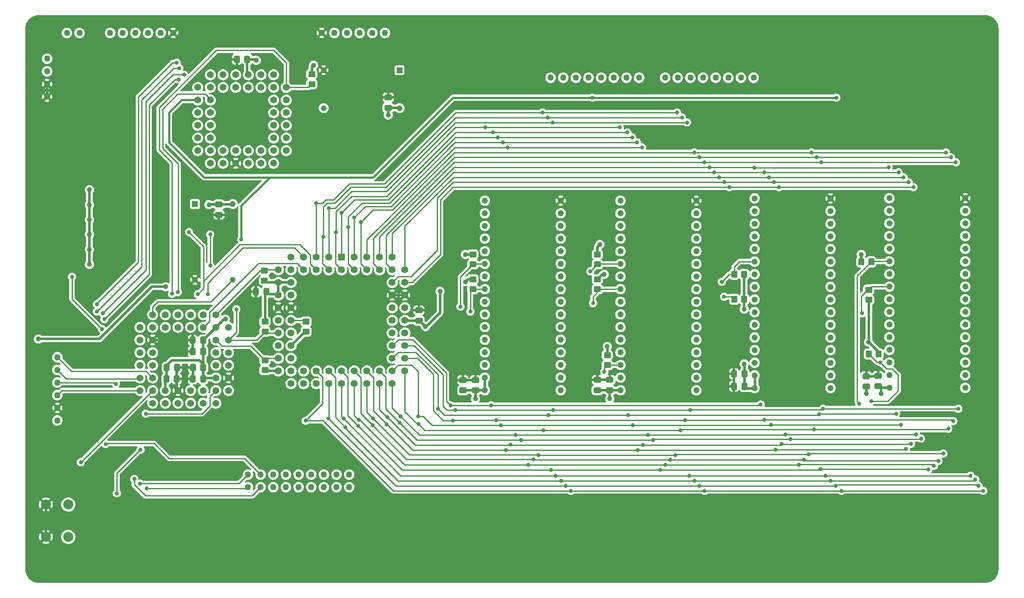
<source format=gbr>
%TF.GenerationSoftware,KiCad,Pcbnew,(6.0.0)*%
%TF.CreationDate,2024-03-23T23:35:01-05:00*%
%TF.ProjectId,MCD,4d43442e-6b69-4636-9164-5f7063625858,rev?*%
%TF.SameCoordinates,Original*%
%TF.FileFunction,Copper,L2,Bot*%
%TF.FilePolarity,Positive*%
%FSLAX46Y46*%
G04 Gerber Fmt 4.6, Leading zero omitted, Abs format (unit mm)*
G04 Created by KiCad (PCBNEW (6.0.0)) date 2024-03-23 23:35:01*
%MOMM*%
%LPD*%
G01*
G04 APERTURE LIST*
G04 Aperture macros list*
%AMRoundRect*
0 Rectangle with rounded corners*
0 $1 Rounding radius*
0 $2 $3 $4 $5 $6 $7 $8 $9 X,Y pos of 4 corners*
0 Add a 4 corners polygon primitive as box body*
4,1,4,$2,$3,$4,$5,$6,$7,$8,$9,$2,$3,0*
0 Add four circle primitives for the rounded corners*
1,1,$1+$1,$2,$3*
1,1,$1+$1,$4,$5*
1,1,$1+$1,$6,$7*
1,1,$1+$1,$8,$9*
0 Add four rect primitives between the rounded corners*
20,1,$1+$1,$2,$3,$4,$5,0*
20,1,$1+$1,$4,$5,$6,$7,0*
20,1,$1+$1,$6,$7,$8,$9,0*
20,1,$1+$1,$8,$9,$2,$3,0*%
G04 Aperture macros list end*
%TA.AperFunction,ComponentPad*%
%ADD10C,1.270000*%
%TD*%
%TA.AperFunction,ComponentPad*%
%ADD11C,1.244600*%
%TD*%
%TA.AperFunction,ComponentPad*%
%ADD12C,2.000000*%
%TD*%
%TA.AperFunction,ComponentPad*%
%ADD13C,1.371600*%
%TD*%
%TA.AperFunction,ComponentPad*%
%ADD14R,1.158000X1.158000*%
%TD*%
%TA.AperFunction,ComponentPad*%
%ADD15C,1.158000*%
%TD*%
%TA.AperFunction,ComponentPad*%
%ADD16R,1.400000X1.400000*%
%TD*%
%TA.AperFunction,ComponentPad*%
%ADD17C,1.400000*%
%TD*%
%TA.AperFunction,SMDPad,CuDef*%
%ADD18RoundRect,0.250000X-0.350000X-0.450000X0.350000X-0.450000X0.350000X0.450000X-0.350000X0.450000X0*%
%TD*%
%TA.AperFunction,SMDPad,CuDef*%
%ADD19RoundRect,0.250000X0.350000X0.450000X-0.350000X0.450000X-0.350000X-0.450000X0.350000X-0.450000X0*%
%TD*%
%TA.AperFunction,SMDPad,CuDef*%
%ADD20RoundRect,0.250000X0.475000X-0.337500X0.475000X0.337500X-0.475000X0.337500X-0.475000X-0.337500X0*%
%TD*%
%TA.AperFunction,SMDPad,CuDef*%
%ADD21RoundRect,0.250000X0.450000X-0.350000X0.450000X0.350000X-0.450000X0.350000X-0.450000X-0.350000X0*%
%TD*%
%TA.AperFunction,SMDPad,CuDef*%
%ADD22RoundRect,0.250000X0.337500X0.475000X-0.337500X0.475000X-0.337500X-0.475000X0.337500X-0.475000X0*%
%TD*%
%TA.AperFunction,SMDPad,CuDef*%
%ADD23RoundRect,0.250000X-0.450000X0.350000X-0.450000X-0.350000X0.450000X-0.350000X0.450000X0.350000X0*%
%TD*%
%TA.AperFunction,SMDPad,CuDef*%
%ADD24RoundRect,0.250000X-0.337500X-0.475000X0.337500X-0.475000X0.337500X0.475000X-0.337500X0.475000X0*%
%TD*%
%TA.AperFunction,SMDPad,CuDef*%
%ADD25RoundRect,0.250000X-0.475000X0.337500X-0.475000X-0.337500X0.475000X-0.337500X0.475000X0.337500X0*%
%TD*%
%TA.AperFunction,ViaPad*%
%ADD26C,0.800000*%
%TD*%
%TA.AperFunction,ViaPad*%
%ADD27C,1.000000*%
%TD*%
%TA.AperFunction,Conductor*%
%ADD28C,0.254000*%
%TD*%
%TA.AperFunction,Conductor*%
%ADD29C,0.500000*%
%TD*%
%TA.AperFunction,Conductor*%
%ADD30C,0.381000*%
%TD*%
G04 APERTURE END LIST*
D10*
%TO.P,J8,1,Pin_1*%
%TO.N,GND*%
X130850000Y-75500000D03*
%TO.P,J8,2,Pin_2*%
%TO.N,unconnected-(J8-Pad2)*%
X128310000Y-75500000D03*
%TO.P,J8,3,Pin_3*%
%TO.N,+5V*%
X125770000Y-75500000D03*
%TO.P,J8,4,Pin_4*%
%TO.N,TXDB*%
X123230000Y-75500000D03*
%TO.P,J8,5,Pin_5*%
%TO.N,RXDB*%
X120690000Y-75500000D03*
%TO.P,J8,6,Pin_6*%
%TO.N,unconnected-(J8-Pad6)*%
X118150000Y-75500000D03*
%TD*%
D11*
%TO.P,U4,1,NC*%
%TO.N,unconnected-(U4-Pad1)*%
X208650000Y-147300000D03*
%TO.P,U4,2,A16*%
%TO.N,A17*%
X208650000Y-144760000D03*
%TO.P,U4,3,A15*%
%TO.N,A16*%
X208650000Y-142220000D03*
%TO.P,U4,4,A12*%
%TO.N,A13*%
X208650000Y-139680000D03*
%TO.P,U4,5,A7*%
%TO.N,A8*%
X208650000Y-137140000D03*
%TO.P,U4,6,A6*%
%TO.N,A7*%
X208650000Y-134600000D03*
%TO.P,U4,7,A5*%
%TO.N,A6*%
X208650000Y-132060000D03*
%TO.P,U4,8,A4*%
%TO.N,A5*%
X208650000Y-129520000D03*
%TO.P,U4,9,A3*%
%TO.N,A4*%
X208650000Y-126980000D03*
%TO.P,U4,10,A2*%
%TO.N,A3*%
X208650000Y-124440000D03*
%TO.P,U4,11,A1*%
%TO.N,A2*%
X208650000Y-121900000D03*
%TO.P,U4,12,A0*%
%TO.N,A1*%
X208650000Y-119360000D03*
%TO.P,U4,13,DQ0*%
%TO.N,D0*%
X208650000Y-116820000D03*
%TO.P,U4,14,DQ1*%
%TO.N,D1*%
X208650000Y-114280000D03*
%TO.P,U4,15,DQ2*%
%TO.N,D2*%
X208650000Y-111740000D03*
%TO.P,U4,16,VSS*%
%TO.N,GND*%
X208650000Y-109200000D03*
%TO.P,U4,17,DQ3*%
%TO.N,D3*%
X193410000Y-109200000D03*
%TO.P,U4,18,DQ4*%
%TO.N,D4*%
X193410000Y-111740000D03*
%TO.P,U4,19,DQ5*%
%TO.N,D5*%
X193410000Y-114280000D03*
%TO.P,U4,20,DQ6*%
%TO.N,D6*%
X193410000Y-116820000D03*
%TO.P,U4,21,DQ7*%
%TO.N,D7*%
X193410000Y-119360000D03*
%TO.P,U4,22,\u002ACE*%
%TO.N,ROMLCE*%
X193410000Y-121900000D03*
%TO.P,U4,23,A10*%
%TO.N,A11*%
X193410000Y-124440000D03*
%TO.P,U4,24,\u002AOE*%
%TO.N,ROMLOE*%
X193410000Y-126980000D03*
%TO.P,U4,25,A11*%
%TO.N,A12*%
X193410000Y-129520000D03*
%TO.P,U4,26,A9*%
%TO.N,A10*%
X193410000Y-132060000D03*
%TO.P,U4,27,A8*%
%TO.N,A9*%
X193410000Y-134600000D03*
%TO.P,U4,28,A13*%
%TO.N,A14*%
X193410000Y-137140000D03*
%TO.P,U4,29,A14*%
%TO.N,A15*%
X193410000Y-139680000D03*
%TO.P,U4,30,A17*%
%TO.N,A18*%
X193410000Y-142220000D03*
%TO.P,U4,31,\u002AWE*%
%TO.N,+5V*%
X193410000Y-144760000D03*
%TO.P,U4,32,VDD*%
X193410000Y-147300000D03*
%TD*%
D10*
%TO.P,J4,1,Pin_1*%
%TO.N,+3V3*%
X105500000Y-80690000D03*
%TO.P,J4,2,Pin_2*%
%TO.N,+5V*%
X105500000Y-83230000D03*
%TO.P,J4,3,Pin_3*%
%TO.N,GND*%
X105500000Y-85770000D03*
%TO.P,J4,4,Pin_4*%
X105500000Y-88310000D03*
%TD*%
D11*
%TO.P,U3,1,NC*%
%TO.N,unconnected-(U3-Pad1)*%
X289890000Y-146800000D03*
%TO.P,U3,2,A16*%
%TO.N,A17*%
X289890000Y-144260000D03*
%TO.P,U3,3,A14*%
%TO.N,A15*%
X289890000Y-141720000D03*
%TO.P,U3,4,A12*%
%TO.N,A13*%
X289890000Y-139180000D03*
%TO.P,U3,5,A7*%
%TO.N,A8*%
X289890000Y-136640000D03*
%TO.P,U3,6,A6*%
%TO.N,A7*%
X289890000Y-134100000D03*
%TO.P,U3,7,A5*%
%TO.N,A6*%
X289890000Y-131560000D03*
%TO.P,U3,8,A4*%
%TO.N,A5*%
X289890000Y-129020000D03*
%TO.P,U3,9,A3*%
%TO.N,A4*%
X289890000Y-126480000D03*
%TO.P,U3,10,A2*%
%TO.N,A3*%
X289890000Y-123940000D03*
%TO.P,U3,11,A1*%
%TO.N,A2*%
X289890000Y-121400000D03*
%TO.P,U3,12,A0*%
%TO.N,A1*%
X289890000Y-118860000D03*
%TO.P,U3,13,DQ0*%
%TO.N,D8*%
X289890000Y-116320000D03*
%TO.P,U3,14,DQ1*%
%TO.N,D9*%
X289890000Y-113780000D03*
%TO.P,U3,15,DQ2*%
%TO.N,D10*%
X289890000Y-111240000D03*
%TO.P,U3,16,VSS*%
%TO.N,GND*%
X289890000Y-108700000D03*
%TO.P,U3,17,DQ3*%
%TO.N,D11*%
X274650000Y-108700000D03*
%TO.P,U3,18,DQ4*%
%TO.N,D12*%
X274650000Y-111240000D03*
%TO.P,U3,19,DQ5*%
%TO.N,D13*%
X274650000Y-113780000D03*
%TO.P,U3,20,DQ6*%
%TO.N,D14*%
X274650000Y-116320000D03*
%TO.P,U3,21,DQ7*%
%TO.N,D15*%
X274650000Y-118860000D03*
%TO.P,U3,22,~{CE}*%
%TO.N,RAMHCE*%
X274650000Y-121400000D03*
%TO.P,U3,23,A10*%
%TO.N,A11*%
X274650000Y-123940000D03*
%TO.P,U3,24,~{OE}*%
%TO.N,RAMHOE*%
X274650000Y-126480000D03*
%TO.P,U3,25,A11*%
%TO.N,A12*%
X274650000Y-129020000D03*
%TO.P,U3,26,A9*%
%TO.N,A10*%
X274650000Y-131560000D03*
%TO.P,U3,27,A8*%
%TO.N,A9*%
X274650000Y-134100000D03*
%TO.P,U3,28,A13*%
%TO.N,A14*%
X274650000Y-136640000D03*
%TO.P,U3,29,~{WE}*%
%TO.N,R{slash}W*%
X274650000Y-139180000D03*
%TO.P,U3,30,CE2*%
%TO.N,RAMHCE2*%
X274650000Y-141720000D03*
%TO.P,U3,31,A15*%
%TO.N,A16*%
X274650000Y-144260000D03*
%TO.P,U3,32,VCC*%
%TO.N,+5V*%
X274650000Y-146800000D03*
%TD*%
D12*
%TO.P,SW1,1,1*%
%TO.N,GND*%
X105250000Y-170250000D03*
X105250000Y-176750000D03*
%TO.P,SW1,2,2*%
%TO.N,/SW_IN*%
X109750000Y-176750000D03*
X109750000Y-170250000D03*
%TD*%
D10*
%TO.P,J5,1,Pin_1*%
%TO.N,+3V3*%
X107550000Y-153350000D03*
%TO.P,J5,2,Pin_2*%
%TO.N,GND*%
X107550000Y-150810000D03*
%TO.P,J5,3,Pin_3*%
%TO.N,TCK*%
X107550000Y-148270000D03*
%TO.P,J5,4,Pin_4*%
%TO.N,TDO*%
X107550000Y-145730000D03*
%TO.P,J5,5,Pin_5*%
%TO.N,TDI*%
X107550000Y-143190000D03*
%TO.P,J5,6,Pin_6*%
%TO.N,TMS*%
X107550000Y-140650000D03*
%TD*%
D11*
%TO.P,U5,1,NC*%
%TO.N,unconnected-(U5-Pad1)*%
X262820000Y-146840000D03*
%TO.P,U5,2,A16*%
%TO.N,A17*%
X262820000Y-144300000D03*
%TO.P,U5,3,A15*%
%TO.N,A16*%
X262820000Y-141760000D03*
%TO.P,U5,4,A12*%
%TO.N,A13*%
X262820000Y-139220000D03*
%TO.P,U5,5,A7*%
%TO.N,A8*%
X262820000Y-136680000D03*
%TO.P,U5,6,A6*%
%TO.N,A7*%
X262820000Y-134140000D03*
%TO.P,U5,7,A5*%
%TO.N,A6*%
X262820000Y-131600000D03*
%TO.P,U5,8,A4*%
%TO.N,A5*%
X262820000Y-129060000D03*
%TO.P,U5,9,A3*%
%TO.N,A4*%
X262820000Y-126520000D03*
%TO.P,U5,10,A2*%
%TO.N,A3*%
X262820000Y-123980000D03*
%TO.P,U5,11,A1*%
%TO.N,A2*%
X262820000Y-121440000D03*
%TO.P,U5,12,A0*%
%TO.N,A1*%
X262820000Y-118900000D03*
%TO.P,U5,13,DQ0*%
%TO.N,D8*%
X262820000Y-116360000D03*
%TO.P,U5,14,DQ1*%
%TO.N,D9*%
X262820000Y-113820000D03*
%TO.P,U5,15,DQ2*%
%TO.N,D10*%
X262820000Y-111280000D03*
%TO.P,U5,16,VSS*%
%TO.N,GND*%
X262820000Y-108740000D03*
%TO.P,U5,17,DQ3*%
%TO.N,D11*%
X247580000Y-108740000D03*
%TO.P,U5,18,DQ4*%
%TO.N,D12*%
X247580000Y-111280000D03*
%TO.P,U5,19,DQ5*%
%TO.N,D13*%
X247580000Y-113820000D03*
%TO.P,U5,20,DQ6*%
%TO.N,D14*%
X247580000Y-116360000D03*
%TO.P,U5,21,DQ7*%
%TO.N,D15*%
X247580000Y-118900000D03*
%TO.P,U5,22,\u002ACE*%
%TO.N,ROMHCE*%
X247580000Y-121440000D03*
%TO.P,U5,23,A10*%
%TO.N,A11*%
X247580000Y-123980000D03*
%TO.P,U5,24,\u002AOE*%
%TO.N,ROMHOE*%
X247580000Y-126520000D03*
%TO.P,U5,25,A11*%
%TO.N,A12*%
X247580000Y-129060000D03*
%TO.P,U5,26,A9*%
%TO.N,A10*%
X247580000Y-131600000D03*
%TO.P,U5,27,A8*%
%TO.N,A9*%
X247580000Y-134140000D03*
%TO.P,U5,28,A13*%
%TO.N,A14*%
X247580000Y-136680000D03*
%TO.P,U5,29,A14*%
%TO.N,A15*%
X247580000Y-139220000D03*
%TO.P,U5,30,A17*%
%TO.N,A18*%
X247580000Y-141760000D03*
%TO.P,U5,31,\u002AWE*%
%TO.N,+5V*%
X247580000Y-144300000D03*
%TO.P,U5,32,VDD*%
X247580000Y-146840000D03*
%TD*%
%TO.P,U2,1,NC*%
%TO.N,unconnected-(U2-Pad1)*%
X235890000Y-147300000D03*
%TO.P,U2,2,A16*%
%TO.N,A17*%
X235890000Y-144760000D03*
%TO.P,U2,3,A14*%
%TO.N,A15*%
X235890000Y-142220000D03*
%TO.P,U2,4,A12*%
%TO.N,A13*%
X235890000Y-139680000D03*
%TO.P,U2,5,A7*%
%TO.N,A8*%
X235890000Y-137140000D03*
%TO.P,U2,6,A6*%
%TO.N,A7*%
X235890000Y-134600000D03*
%TO.P,U2,7,A5*%
%TO.N,A6*%
X235890000Y-132060000D03*
%TO.P,U2,8,A4*%
%TO.N,A5*%
X235890000Y-129520000D03*
%TO.P,U2,9,A3*%
%TO.N,A4*%
X235890000Y-126980000D03*
%TO.P,U2,10,A2*%
%TO.N,A3*%
X235890000Y-124440000D03*
%TO.P,U2,11,A1*%
%TO.N,A2*%
X235890000Y-121900000D03*
%TO.P,U2,12,A0*%
%TO.N,A1*%
X235890000Y-119360000D03*
%TO.P,U2,13,DQ0*%
%TO.N,D0*%
X235890000Y-116820000D03*
%TO.P,U2,14,DQ1*%
%TO.N,D1*%
X235890000Y-114280000D03*
%TO.P,U2,15,DQ2*%
%TO.N,D2*%
X235890000Y-111740000D03*
%TO.P,U2,16,VSS*%
%TO.N,GND*%
X235890000Y-109200000D03*
%TO.P,U2,17,DQ3*%
%TO.N,D3*%
X220650000Y-109200000D03*
%TO.P,U2,18,DQ4*%
%TO.N,D4*%
X220650000Y-111740000D03*
%TO.P,U2,19,DQ5*%
%TO.N,D5*%
X220650000Y-114280000D03*
%TO.P,U2,20,DQ6*%
%TO.N,D6*%
X220650000Y-116820000D03*
%TO.P,U2,21,DQ7*%
%TO.N,D7*%
X220650000Y-119360000D03*
%TO.P,U2,22,~{CE}*%
%TO.N,RAMLCE*%
X220650000Y-121900000D03*
%TO.P,U2,23,A10*%
%TO.N,A11*%
X220650000Y-124440000D03*
%TO.P,U2,24,~{OE}*%
%TO.N,RAMLOE*%
X220650000Y-126980000D03*
%TO.P,U2,25,A11*%
%TO.N,A12*%
X220650000Y-129520000D03*
%TO.P,U2,26,A9*%
%TO.N,A10*%
X220650000Y-132060000D03*
%TO.P,U2,27,A8*%
%TO.N,A9*%
X220650000Y-134600000D03*
%TO.P,U2,28,A13*%
%TO.N,A14*%
X220650000Y-137140000D03*
%TO.P,U2,29,~{WE}*%
%TO.N,R{slash}W*%
X220650000Y-139680000D03*
%TO.P,U2,30,CE2*%
%TO.N,RAMLCE2*%
X220650000Y-142220000D03*
%TO.P,U2,31,A15*%
%TO.N,A16*%
X220650000Y-144760000D03*
%TO.P,U2,32,VCC*%
%TO.N,+5V*%
X220650000Y-147300000D03*
%TD*%
D13*
%TO.P,U6,1,NC*%
%TO.N,unconnected-(U6-Pad1)*%
X145920000Y-86450000D03*
%TO.P,U6,2,A1*%
%TO.N,A1*%
X143380000Y-83910000D03*
%TO.P,U6,3,IP3*%
%TO.N,unconnected-(U6-Pad3)*%
X143380000Y-86450000D03*
%TO.P,U6,4,A2*%
%TO.N,A2*%
X140840000Y-83910000D03*
%TO.P,U6,5,IP1*%
%TO.N,unconnected-(U6-Pad5)*%
X140840000Y-86450000D03*
%TO.P,U6,6,A3*%
%TO.N,A3*%
X138300000Y-83910000D03*
%TO.P,U6,7,A4*%
%TO.N,A4*%
X135760000Y-86450000D03*
%TO.P,U6,8,IP0*%
%TO.N,unconnected-(U6-Pad8)*%
X138300000Y-86450000D03*
%TO.P,U6,9,\u002AR/\u002AW*%
%TO.N,R{slash}W*%
X135760000Y-88990000D03*
%TO.P,U6,10,\u002ADTAK*%
%TO.N,DUART_DTACK*%
X138300000Y-88990000D03*
%TO.P,U6,11,RXDB*%
%TO.N,TXDB*%
X135760000Y-91530000D03*
%TO.P,U6,12,NC*%
%TO.N,unconnected-(U6-Pad12)*%
X138300000Y-91530000D03*
%TO.P,U6,13,TXDB*%
%TO.N,RXDB*%
X135760000Y-94070000D03*
%TO.P,U6,14,OP1*%
%TO.N,unconnected-(U6-Pad14)*%
X138300000Y-94070000D03*
%TO.P,U6,15,OP3*%
%TO.N,unconnected-(U6-Pad15)*%
X135760000Y-96610000D03*
%TO.P,U6,16,OP5*%
%TO.N,unconnected-(U6-Pad16)*%
X138300000Y-96610000D03*
%TO.P,U6,17,OP7*%
%TO.N,unconnected-(U6-Pad17)*%
X135760000Y-99150000D03*
%TO.P,U6,18,D1*%
%TO.N,D1*%
X138300000Y-101690000D03*
%TO.P,U6,19,D3*%
%TO.N,D3*%
X138300000Y-99150000D03*
%TO.P,U6,20,D5*%
%TO.N,D5*%
X140840000Y-101690000D03*
%TO.P,U6,21,D7*%
%TO.N,D7*%
X140840000Y-99150000D03*
%TO.P,U6,22,GND*%
%TO.N,GND*%
X143380000Y-101690000D03*
%TO.P,U6,23,NC*%
%TO.N,unconnected-(U6-Pad23)*%
X143380000Y-99150000D03*
%TO.P,U6,24,INTR*%
%TO.N,unconnected-(U6-Pad24)*%
X145920000Y-101690000D03*
%TO.P,U6,25,D6*%
%TO.N,D6*%
X145920000Y-99150000D03*
%TO.P,U6,26,D4*%
%TO.N,D4*%
X148460000Y-101690000D03*
%TO.P,U6,27,D2*%
%TO.N,D2*%
X148460000Y-99150000D03*
%TO.P,U6,28,D0*%
%TO.N,D0*%
X151000000Y-101690000D03*
%TO.P,U6,29,OP6*%
%TO.N,unconnected-(U6-Pad29)*%
X153540000Y-99150000D03*
%TO.P,U6,30,OP4*%
%TO.N,unconnected-(U6-Pad30)*%
X151000000Y-99150000D03*
%TO.P,U6,31,OP2*%
%TO.N,unconnected-(U6-Pad31)*%
X153540000Y-96610000D03*
%TO.P,U6,32,OP0*%
%TO.N,unconnected-(U6-Pad32)*%
X151000000Y-96610000D03*
%TO.P,U6,33,TXDA*%
%TO.N,RXDA*%
X153540000Y-94070000D03*
%TO.P,U6,34,NC*%
%TO.N,unconnected-(U6-Pad34)*%
X151000000Y-94070000D03*
%TO.P,U6,35,RXDA*%
%TO.N,TXDA*%
X153540000Y-91530000D03*
%TO.P,U6,36,X1/CLK*%
%TO.N,/DUART_CLK*%
X151000000Y-91530000D03*
%TO.P,U6,37,X2*%
%TO.N,unconnected-(U6-Pad37)*%
X153540000Y-88990000D03*
%TO.P,U6,38,\u002ARESET*%
%TO.N,RESET*%
X151000000Y-88990000D03*
%TO.P,U6,39,CS*%
%TO.N,DUARTCS*%
X153540000Y-86450000D03*
%TO.P,U6,40,IP2*%
%TO.N,unconnected-(U6-Pad40)*%
X151000000Y-83910000D03*
%TO.P,U6,41,\u002AIACK*%
%TO.N,+5V*%
X151000000Y-86450000D03*
%TO.P,U6,42,IP5*%
%TO.N,unconnected-(U6-Pad42)*%
X148460000Y-83910000D03*
%TO.P,U6,43,IP4*%
%TO.N,unconnected-(U6-Pad43)*%
X148460000Y-86450000D03*
%TO.P,U6,44,VCC*%
%TO.N,+5V*%
X145920000Y-83910000D03*
%TD*%
D10*
%TO.P,J3,1,Pin_1*%
%TO.N,A1*%
X145840000Y-166770000D03*
%TO.P,J3,2,Pin_2*%
%TO.N,A2*%
X145840000Y-164230000D03*
%TO.P,J3,3,Pin_3*%
%TO.N,A3*%
X148380000Y-166770000D03*
%TO.P,J3,4,Pin_4*%
%TO.N,A4*%
X148380000Y-164230000D03*
%TO.P,J3,5,Pin_5*%
%TO.N,A5*%
X150920000Y-166770000D03*
%TO.P,J3,6,Pin_6*%
%TO.N,A6*%
X150920000Y-164230000D03*
%TO.P,J3,7,Pin_7*%
%TO.N,A7*%
X153460000Y-166770000D03*
%TO.P,J3,8,Pin_8*%
%TO.N,A8*%
X153460000Y-164230000D03*
%TO.P,J3,9,Pin_9*%
%TO.N,A9*%
X156000000Y-166770000D03*
%TO.P,J3,10,Pin_10*%
%TO.N,A10*%
X156000000Y-164230000D03*
%TO.P,J3,11,Pin_11*%
%TO.N,A11*%
X158540000Y-166770000D03*
%TO.P,J3,12,Pin_12*%
%TO.N,A12*%
X158540000Y-164230000D03*
%TO.P,J3,13,Pin_13*%
%TO.N,A13*%
X161080000Y-166770000D03*
%TO.P,J3,14,Pin_14*%
%TO.N,A14*%
X161080000Y-164230000D03*
%TO.P,J3,15,Pin_15*%
%TO.N,A15*%
X163620000Y-166770000D03*
%TO.P,J3,16,Pin_16*%
%TO.N,A16*%
X163620000Y-164230000D03*
%TO.P,J3,17,Pin_17*%
%TO.N,A17*%
X166160000Y-166770000D03*
%TO.P,J3,18,Pin_18*%
%TO.N,A18*%
X166160000Y-164230000D03*
%TD*%
D14*
%TO.P,Y1,1*%
%TO.N,N/C*%
X176270000Y-82990000D03*
D15*
%TO.P,Y1,7,CASE_GND*%
%TO.N,GND*%
X161030000Y-82990000D03*
%TO.P,Y1,8,OUTPUT*%
%TO.N,/DUART_CLK*%
X161030000Y-90610000D03*
%TO.P,Y1,14,+VDC*%
%TO.N,+5V*%
X176270000Y-90610000D03*
%TD*%
D10*
%TO.P,J1,1,Pin_1*%
%TO.N,D0*%
X206610000Y-84500000D03*
%TO.P,J1,2,Pin_2*%
%TO.N,D1*%
X209150000Y-84500000D03*
%TO.P,J1,3,Pin_3*%
%TO.N,D2*%
X211690000Y-84500000D03*
%TO.P,J1,4,Pin_4*%
%TO.N,D3*%
X214230000Y-84500000D03*
%TO.P,J1,5,Pin_5*%
%TO.N,D4*%
X216770000Y-84500000D03*
%TO.P,J1,6,Pin_6*%
%TO.N,D5*%
X219310000Y-84500000D03*
%TO.P,J1,7,Pin_7*%
%TO.N,D6*%
X221850000Y-84500000D03*
%TO.P,J1,8,Pin_8*%
%TO.N,D7*%
X224390000Y-84500000D03*
%TD*%
D13*
%TO.P,U1,1,I/O_1*%
%TO.N,AS*%
X134320000Y-134650000D03*
%TO.P,U1,2,I/O_2*%
%TO.N,LED0*%
X131780000Y-132110000D03*
%TO.P,U1,3,I/O_3*%
%TO.N,DUARTCS*%
X131780000Y-134650000D03*
%TO.P,U1,4,I/O_4*%
%TO.N,LED1*%
X129240000Y-132110000D03*
%TO.P,U1,5,I/O/GCK1*%
%TO.N,LED2*%
X129240000Y-134650000D03*
%TO.P,U1,6,I/O/GCK2*%
%TO.N,CLK*%
X126700000Y-132110000D03*
%TO.P,U1,7,I/O/GCK3*%
%TO.N,LED4*%
X124160000Y-134650000D03*
%TO.P,U1,8,I/O_5*%
%TO.N,LED3*%
X126700000Y-134650000D03*
%TO.P,U1,9,I/O_6*%
%TO.N,LED5*%
X124160000Y-137190000D03*
%TO.P,U1,10,GND_1*%
%TO.N,GND*%
X126700000Y-137190000D03*
%TO.P,U1,11,I/O_7*%
%TO.N,RAMHCE2*%
X124160000Y-139730000D03*
%TO.P,U1,12,I/O_8*%
%TO.N,unconnected-(U1-Pad12)*%
X126700000Y-139730000D03*
%TO.P,U1,13,I/O_9*%
%TO.N,RAMHCE*%
X124160000Y-142270000D03*
%TO.P,U1,14,I/O_10*%
%TO.N,RAMHOE*%
X126700000Y-142270000D03*
%TO.P,U1,15,TDI*%
%TO.N,TDI*%
X124160000Y-144810000D03*
%TO.P,U1,16,TMS*%
%TO.N,TMS*%
X126700000Y-144810000D03*
%TO.P,U1,17,TCK*%
%TO.N,TCK*%
X124160000Y-147350000D03*
%TO.P,U1,18,I/O_11*%
%TO.N,SRESET*%
X126700000Y-149890000D03*
%TO.P,U1,19,I/O_12*%
%TO.N,BRESET*%
X126700000Y-147350000D03*
%TO.P,U1,20,I/O_13*%
%TO.N,ROMHOE*%
X129240000Y-149890000D03*
%TO.P,U1,21,VCCINT_3.3V_1*%
%TO.N,+3V3*%
X129240000Y-147350000D03*
%TO.P,U1,22,I/O_14*%
%TO.N,ROMHCE*%
X131780000Y-149890000D03*
%TO.P,U1,23,GND_2*%
%TO.N,GND*%
X131780000Y-147350000D03*
%TO.P,U1,24,I/O_15*%
%TO.N,RAMLOE*%
X134320000Y-149890000D03*
%TO.P,U1,25,I/O_16*%
%TO.N,RAMLCE2*%
X134320000Y-147350000D03*
%TO.P,U1,26,I/O_17*%
%TO.N,ROMLOE*%
X136860000Y-149890000D03*
%TO.P,U1,27,I/O_18*%
%TO.N,RAMLCE*%
X136860000Y-147350000D03*
%TO.P,U1,28,I/O_19*%
%TO.N,ROMLCE*%
X139400000Y-149890000D03*
%TO.P,U1,29,I/O_20*%
%TO.N,A23*%
X141940000Y-147350000D03*
%TO.P,U1,30,TDO*%
%TO.N,TDO*%
X139400000Y-147350000D03*
%TO.P,U1,31,GND_3*%
%TO.N,GND*%
X141940000Y-144810000D03*
%TO.P,U1,32,VCCIO_2.5V/3.3V*%
%TO.N,+3V3*%
X139400000Y-144810000D03*
%TO.P,U1,33,I/O_21*%
%TO.N,A21*%
X141940000Y-142270000D03*
%TO.P,U1,34,I/O_22*%
%TO.N,A22*%
X139400000Y-142270000D03*
%TO.P,U1,35,I/O_23*%
%TO.N,A19*%
X141940000Y-139730000D03*
%TO.P,U1,36,I/O_24*%
%TO.N,A20*%
X139400000Y-139730000D03*
%TO.P,U1,37,I/O_25*%
%TO.N,RESET*%
X141940000Y-137190000D03*
%TO.P,U1,38,I/O_26*%
%TO.N,BERR*%
X139400000Y-137190000D03*
%TO.P,U1,39,I/O/GSR*%
%TO.N,HALT*%
X141940000Y-134650000D03*
%TO.P,U1,40,I/O/GTS2*%
%TO.N,CPLD_DTACK*%
X139400000Y-132110000D03*
%TO.P,U1,41,VCCINT_3.3V_2*%
%TO.N,+3V3*%
X139400000Y-134650000D03*
%TO.P,U1,42,I/O/GTS1*%
%TO.N,UDS*%
X136860000Y-132110000D03*
%TO.P,U1,43,I/O_27*%
%TO.N,LDS*%
X136860000Y-134650000D03*
%TO.P,U1,44,I/O_28*%
%TO.N,DUART_DTACK*%
X134320000Y-132110000D03*
%TD*%
D14*
%TO.P,Y2,1*%
%TO.N,N/C*%
X135190000Y-109880000D03*
D15*
%TO.P,Y2,7,CASE_GND*%
%TO.N,GND*%
X135190000Y-125120000D03*
%TO.P,Y2,8,OUTPUT*%
%TO.N,CLK*%
X142810000Y-125120000D03*
%TO.P,Y2,14,+VDC*%
%TO.N,+5V*%
X142810000Y-109880000D03*
%TD*%
D10*
%TO.P,J6,1,Pin_1*%
%TO.N,AS*%
X109460000Y-75500000D03*
%TO.P,J6,2,Pin_2*%
%TO.N,CPLD_DTACK*%
X112000000Y-75500000D03*
%TD*%
%TO.P,J2,1,Pin_1*%
%TO.N,D8*%
X229610000Y-84500000D03*
%TO.P,J2,2,Pin_2*%
%TO.N,D9*%
X232150000Y-84500000D03*
%TO.P,J2,3,Pin_3*%
%TO.N,D10*%
X234690000Y-84500000D03*
%TO.P,J2,4,Pin_4*%
%TO.N,D11*%
X237230000Y-84500000D03*
%TO.P,J2,5,Pin_5*%
%TO.N,D12*%
X239770000Y-84500000D03*
%TO.P,J2,6,Pin_6*%
%TO.N,D13*%
X242310000Y-84500000D03*
%TO.P,J2,7,Pin_7*%
%TO.N,D14*%
X244850000Y-84500000D03*
%TO.P,J2,8,Pin_8*%
%TO.N,D15*%
X247390000Y-84500000D03*
%TD*%
D16*
%TO.P,U9,1,D4*%
%TO.N,D4*%
X164650510Y-120560000D03*
D17*
%TO.P,U9,2,D3*%
%TO.N,D3*%
X164650510Y-123100000D03*
%TO.P,U9,3,D2*%
%TO.N,D2*%
X162110510Y-120560000D03*
%TO.P,U9,4,D1*%
%TO.N,D1*%
X162110510Y-123100000D03*
%TO.P,U9,5,D0*%
%TO.N,D0*%
X159570510Y-120560000D03*
%TO.P,U9,6,AS*%
%TO.N,AS*%
X159570510Y-123100000D03*
%TO.P,U9,7,UDS*%
%TO.N,UDS*%
X157030510Y-120560000D03*
%TO.P,U9,8,LDS*%
%TO.N,LDS*%
X157030510Y-123100000D03*
%TO.P,U9,9,R/W*%
%TO.N,R{slash}W*%
X154490510Y-120560000D03*
%TO.P,U9,10,DTACK*%
%TO.N,CPLD_DTACK*%
X151950510Y-123100000D03*
%TO.P,U9,11,BG*%
%TO.N,unconnected-(U9-Pad11)*%
X154490510Y-123100000D03*
%TO.P,U9,12,BGACK*%
%TO.N,+5V*%
X151950510Y-125640000D03*
%TO.P,U9,13,BR*%
X154490510Y-125640000D03*
%TO.P,U9,14,VCC*%
X151950510Y-128180000D03*
%TO.P,U9,15,CLK*%
%TO.N,CLK*%
X154490510Y-128180000D03*
%TO.P,U9,16,GND*%
%TO.N,GND*%
X151950510Y-130720000D03*
%TO.P,U9,17,GND*%
X154490510Y-130720000D03*
%TO.P,U9,18,NC*%
%TO.N,unconnected-(U9-Pad18)*%
X151950510Y-133260000D03*
%TO.P,U9,19,HALT*%
%TO.N,HALT*%
X154490510Y-133260000D03*
%TO.P,U9,20,RESET*%
%TO.N,RESET*%
X151950510Y-135800000D03*
%TO.P,U9,21,VMA*%
%TO.N,unconnected-(U9-Pad21)*%
X154490510Y-135800000D03*
%TO.P,U9,22,E*%
%TO.N,unconnected-(U9-Pad22)*%
X151950510Y-138340000D03*
%TO.P,U9,23,VPA*%
%TO.N,+5V*%
X154490510Y-138340000D03*
%TO.P,U9,24,BERR*%
%TO.N,BERR*%
X151950510Y-140880000D03*
%TO.P,U9,25,IPL2*%
%TO.N,+5V*%
X154490510Y-140880000D03*
%TO.P,U9,26,IPL1*%
X151950510Y-143420000D03*
%TO.P,U9,27,IPL0*%
X154490510Y-145960000D03*
%TO.P,U9,28,FC2*%
%TO.N,unconnected-(U9-Pad28)*%
X154490510Y-143420000D03*
%TO.P,U9,29,FC1*%
%TO.N,unconnected-(U9-Pad29)*%
X157030510Y-145960000D03*
%TO.P,U9,30,FC0*%
%TO.N,unconnected-(U9-Pad30)*%
X157030510Y-143420000D03*
%TO.P,U9,31,NC*%
%TO.N,unconnected-(U9-Pad31)*%
X159570510Y-145960000D03*
%TO.P,U9,32,A1*%
%TO.N,A1*%
X159570510Y-143420000D03*
%TO.P,U9,33,A2*%
%TO.N,A2*%
X162110510Y-145960000D03*
%TO.P,U9,34,A3*%
%TO.N,A3*%
X162110510Y-143420000D03*
%TO.P,U9,35,A4*%
%TO.N,A4*%
X164650510Y-145960000D03*
%TO.P,U9,36,A5*%
%TO.N,A5*%
X164650510Y-143420000D03*
%TO.P,U9,37,A6*%
%TO.N,A6*%
X167190510Y-145960000D03*
%TO.P,U9,38,A7*%
%TO.N,A7*%
X167190510Y-143420000D03*
%TO.P,U9,39,A8*%
%TO.N,A8*%
X169730510Y-145960000D03*
%TO.P,U9,40,A9*%
%TO.N,A9*%
X169730510Y-143420000D03*
%TO.P,U9,41,A10*%
%TO.N,A10*%
X172270510Y-145960000D03*
%TO.P,U9,42,A11*%
%TO.N,A11*%
X172270510Y-143420000D03*
%TO.P,U9,43,A12*%
%TO.N,A12*%
X174810510Y-145960000D03*
%TO.P,U9,44,A13*%
%TO.N,A13*%
X177350510Y-143420000D03*
%TO.P,U9,45,A14*%
%TO.N,A14*%
X174810510Y-143420000D03*
%TO.P,U9,46,A15*%
%TO.N,A15*%
X177350510Y-140880000D03*
%TO.P,U9,47,A16*%
%TO.N,A16*%
X174810510Y-140880000D03*
%TO.P,U9,48,A17*%
%TO.N,A17*%
X177350510Y-138340000D03*
%TO.P,U9,49,A18*%
%TO.N,A18*%
X174810510Y-138340000D03*
%TO.P,U9,50,A19*%
%TO.N,A19*%
X177350510Y-135800000D03*
%TO.P,U9,51,A20*%
%TO.N,A20*%
X174810510Y-135800000D03*
%TO.P,U9,52,VCC*%
%TO.N,+5V*%
X177350510Y-133260000D03*
%TO.P,U9,53,A21*%
%TO.N,A21*%
X174810510Y-133260000D03*
%TO.P,U9,54,A22*%
%TO.N,A22*%
X177350510Y-130720000D03*
%TO.P,U9,55,A23*%
%TO.N,A23*%
X174810510Y-130720000D03*
%TO.P,U9,56,GND*%
%TO.N,GND*%
X177350510Y-128180000D03*
%TO.P,U9,57,GND*%
X174810510Y-128180000D03*
%TO.P,U9,58,D15*%
%TO.N,D15*%
X177350510Y-125640000D03*
%TO.P,U9,59,D14*%
%TO.N,D14*%
X174810510Y-125640000D03*
%TO.P,U9,60,D13*%
%TO.N,D13*%
X177350510Y-123100000D03*
%TO.P,U9,61,D12*%
%TO.N,D12*%
X174810510Y-120560000D03*
%TO.P,U9,62,D11*%
%TO.N,D11*%
X174810510Y-123100000D03*
%TO.P,U9,63,D10*%
%TO.N,D10*%
X172270510Y-120560000D03*
%TO.P,U9,64,D9*%
%TO.N,D9*%
X172270510Y-123100000D03*
%TO.P,U9,65,D8*%
%TO.N,D8*%
X169730510Y-120560000D03*
%TO.P,U9,66,D7*%
%TO.N,D7*%
X169730510Y-123100000D03*
%TO.P,U9,67,D6*%
%TO.N,D6*%
X167190510Y-120560000D03*
%TO.P,U9,68,D5*%
%TO.N,D5*%
X167190510Y-123100000D03*
%TD*%
D10*
%TO.P,J7,1,Pin_1*%
%TO.N,GND*%
X160650000Y-75500000D03*
%TO.P,J7,2,Pin_2*%
%TO.N,unconnected-(J7-Pad2)*%
X163190000Y-75500000D03*
%TO.P,J7,3,Pin_3*%
%TO.N,+5V*%
X165730000Y-75500000D03*
%TO.P,J7,4,Pin_4*%
%TO.N,TXDA*%
X168270000Y-75500000D03*
%TO.P,J7,5,Pin_5*%
%TO.N,RXDA*%
X170810000Y-75500000D03*
%TO.P,J7,6,Pin_6*%
%TO.N,unconnected-(J7-Pad6)*%
X173350000Y-75500000D03*
%TD*%
D18*
%TO.P,R11,1*%
%TO.N,+5V*%
X269000000Y-121500000D03*
%TO.P,R11,2*%
%TO.N,RAMHCE*%
X271000000Y-121500000D03*
%TD*%
D19*
%TO.P,R5,1*%
%TO.N,+5V*%
X245500000Y-129000000D03*
%TO.P,R5,2*%
%TO.N,ROMHOE*%
X243500000Y-129000000D03*
%TD*%
D20*
%TO.P,C3,1*%
%TO.N,+5V*%
X216000000Y-147287500D03*
%TO.P,C3,2*%
%TO.N,GND*%
X216000000Y-145212500D03*
%TD*%
D21*
%TO.P,R1,1*%
%TO.N,+5V*%
X157500000Y-135500000D03*
%TO.P,R1,2*%
%TO.N,HALT*%
X157500000Y-133500000D03*
%TD*%
D22*
%TO.P,C6,1*%
%TO.N,+3V3*%
X136860000Y-142750000D03*
%TO.P,C6,2*%
%TO.N,GND*%
X134785000Y-142750000D03*
%TD*%
D23*
%TO.P,R15,1*%
%TO.N,+5V*%
X158650000Y-83800000D03*
%TO.P,R15,2*%
%TO.N,DUARTCS*%
X158650000Y-85800000D03*
%TD*%
D21*
%TO.P,R14,1*%
%TO.N,+5V*%
X270500000Y-129100000D03*
%TO.P,R14,2*%
%TO.N,RAMHOE*%
X270500000Y-127100000D03*
%TD*%
D23*
%TO.P,R7,1*%
%TO.N,+5V*%
X216000000Y-120000000D03*
%TO.P,R7,2*%
%TO.N,RAMLCE*%
X216000000Y-122000000D03*
%TD*%
D20*
%TO.P,C1,1*%
%TO.N,+5V*%
X218500000Y-147287500D03*
%TO.P,C1,2*%
%TO.N,GND*%
X218500000Y-145212500D03*
%TD*%
D23*
%TO.P,R8,1*%
%TO.N,+5V*%
X218000000Y-140250000D03*
%TO.P,R8,2*%
%TO.N,RAMLCE2*%
X218000000Y-142250000D03*
%TD*%
D19*
%TO.P,R6,1*%
%TO.N,+5V*%
X245500000Y-124000000D03*
%TO.P,R6,2*%
%TO.N,ROMHCE*%
X243500000Y-124000000D03*
%TD*%
D22*
%TO.P,C22,1*%
%TO.N,+5V*%
X149537500Y-127500000D03*
%TO.P,C22,2*%
%TO.N,GND*%
X147462500Y-127500000D03*
%TD*%
D20*
%TO.P,C2,1*%
%TO.N,+5V*%
X272400000Y-146475000D03*
%TO.P,C2,2*%
%TO.N,GND*%
X272400000Y-144400000D03*
%TD*%
%TO.P,C10,1*%
%TO.N,+5V*%
X189000000Y-147325000D03*
%TO.P,C10,2*%
%TO.N,GND*%
X189000000Y-145250000D03*
%TD*%
%TO.P,C4,1*%
%TO.N,+5V*%
X270000000Y-146537500D03*
%TO.P,C4,2*%
%TO.N,GND*%
X270000000Y-144462500D03*
%TD*%
D23*
%TO.P,R9,1*%
%TO.N,+5V*%
X149250000Y-133500000D03*
%TO.P,R9,2*%
%TO.N,RESET*%
X149250000Y-135500000D03*
%TD*%
D22*
%TO.P,C16,1*%
%TO.N,+5V*%
X145687500Y-80800000D03*
%TO.P,C16,2*%
%TO.N,GND*%
X143612500Y-80800000D03*
%TD*%
D21*
%TO.P,R2,1*%
%TO.N,+5V*%
X149250000Y-143250000D03*
%TO.P,R2,2*%
%TO.N,BERR*%
X149250000Y-141250000D03*
%TD*%
D20*
%TO.P,C13,1*%
%TO.N,+5V*%
X191500000Y-147325000D03*
%TO.P,C13,2*%
%TO.N,GND*%
X191500000Y-145250000D03*
%TD*%
D22*
%TO.P,C9,1*%
%TO.N,+3V3*%
X136837500Y-139500000D03*
%TO.P,C9,2*%
%TO.N,GND*%
X134762500Y-139500000D03*
%TD*%
D20*
%TO.P,C15,1*%
%TO.N,+5V*%
X174000000Y-90537500D03*
%TO.P,C15,2*%
%TO.N,GND*%
X174000000Y-88462500D03*
%TD*%
D22*
%TO.P,C5,1*%
%TO.N,+3V3*%
X136837500Y-145000000D03*
%TO.P,C5,2*%
%TO.N,GND*%
X134762500Y-145000000D03*
%TD*%
D23*
%TO.P,R3,1*%
%TO.N,+5V*%
X191000000Y-125000000D03*
%TO.P,R3,2*%
%TO.N,ROMLOE*%
X191000000Y-127000000D03*
%TD*%
D22*
%TO.P,C11,1*%
%TO.N,+5V*%
X245537500Y-144000000D03*
%TO.P,C11,2*%
%TO.N,GND*%
X243462500Y-144000000D03*
%TD*%
%TO.P,C7,1*%
%TO.N,+3V3*%
X136837500Y-137250000D03*
%TO.P,C7,2*%
%TO.N,GND*%
X134762500Y-137250000D03*
%TD*%
D24*
%TO.P,C12,1*%
%TO.N,+3V3*%
X129475000Y-145000000D03*
%TO.P,C12,2*%
%TO.N,GND*%
X131550000Y-145000000D03*
%TD*%
D25*
%TO.P,C17,1*%
%TO.N,+5V*%
X140000000Y-109962500D03*
%TO.P,C17,2*%
%TO.N,GND*%
X140000000Y-112037500D03*
%TD*%
D22*
%TO.P,C8,1*%
%TO.N,+5V*%
X245537500Y-146500000D03*
%TO.P,C8,2*%
%TO.N,GND*%
X243462500Y-146500000D03*
%TD*%
D20*
%TO.P,C23,1*%
%TO.N,+5V*%
X180150510Y-133297500D03*
%TO.P,C23,2*%
%TO.N,GND*%
X180150510Y-131222500D03*
%TD*%
D21*
%TO.P,R13,1*%
%TO.N,+5V*%
X149150510Y-125260000D03*
%TO.P,R13,2*%
%TO.N,CPLD_DTACK*%
X149150510Y-123260000D03*
%TD*%
D19*
%TO.P,R12,1*%
%TO.N,+5V*%
X272500000Y-140000000D03*
%TO.P,R12,2*%
%TO.N,RAMHCE2*%
X270500000Y-140000000D03*
%TD*%
D24*
%TO.P,C14,1*%
%TO.N,+3V3*%
X129512500Y-142750000D03*
%TO.P,C14,2*%
%TO.N,GND*%
X131587500Y-142750000D03*
%TD*%
D23*
%TO.P,R10,1*%
%TO.N,+5V*%
X216000000Y-125000000D03*
%TO.P,R10,2*%
%TO.N,RAMLOE*%
X216000000Y-127000000D03*
%TD*%
%TO.P,R4,1*%
%TO.N,+5V*%
X191000000Y-120000000D03*
%TO.P,R4,2*%
%TO.N,ROMLCE*%
X191000000Y-122000000D03*
%TD*%
D26*
%TO.N,BRESET*%
X112250000Y-161750000D03*
D27*
%TO.N,+5V*%
X184400000Y-127400000D03*
X245500000Y-131000000D03*
X114000000Y-113000000D03*
X191500000Y-149000000D03*
X138000000Y-110000000D03*
X114000000Y-116000000D03*
X270470480Y-137600000D03*
X273000000Y-148000000D03*
X216500000Y-118000000D03*
X114000000Y-107000000D03*
X147500000Y-81000000D03*
X270000000Y-148000000D03*
X217390000Y-124000000D03*
X189546500Y-125500000D03*
X114000000Y-119000000D03*
X159000000Y-82000000D03*
X189500000Y-120000000D03*
X218500000Y-149000000D03*
X217995012Y-138504988D03*
X174000000Y-92000000D03*
X269000000Y-120000000D03*
X114000000Y-110000000D03*
X114000000Y-122000000D03*
X245500000Y-142000000D03*
X181500000Y-134500000D03*
%TO.N,GND*%
X163000000Y-84500000D03*
X270000000Y-142500000D03*
X147400000Y-130800000D03*
X103669500Y-93800000D03*
X118000000Y-95000000D03*
X106000000Y-124000000D03*
%TO.N,+3V3*%
X103750000Y-137000000D03*
X141300000Y-133000000D03*
X129300000Y-126500000D03*
D26*
%TO.N,LED5*%
X116500000Y-135000000D03*
X110500000Y-124500000D03*
%TO.N,D0*%
X159570510Y-109730001D03*
X232000000Y-91500000D03*
X205000000Y-91500000D03*
%TO.N,D1*%
X233000000Y-92500000D03*
X161000000Y-116500000D03*
X206000000Y-92500000D03*
%TO.N,D2*%
X162110510Y-110676501D03*
X207000000Y-93500000D03*
X234000000Y-93500000D03*
%TO.N,D3*%
X163500000Y-115500000D03*
X193500000Y-94500000D03*
X220500000Y-94500000D03*
%TO.N,D4*%
X222000000Y-95500000D03*
X195000000Y-95500000D03*
X164650510Y-111623001D03*
%TO.N,D5*%
X223000000Y-96500000D03*
X196000000Y-96500000D03*
X165986328Y-114500000D03*
%TO.N,D6*%
X167190510Y-112569501D03*
X224000000Y-97500000D03*
X197000000Y-97500000D03*
%TO.N,D7*%
X168483999Y-113516001D03*
X198000000Y-98500000D03*
X225000000Y-98500000D03*
%TO.N,D8*%
X235500000Y-99500000D03*
X259000000Y-99500000D03*
X286000000Y-99500000D03*
%TO.N,D9*%
X287000000Y-100500000D03*
X260000000Y-100500000D03*
X236500000Y-100500000D03*
%TO.N,D10*%
X288000000Y-101500000D03*
X237500000Y-101500000D03*
X261000000Y-101500000D03*
%TO.N,D11*%
X238500000Y-102500000D03*
X247500000Y-102553500D03*
X274500000Y-102500000D03*
%TO.N,D12*%
X276500000Y-103500000D03*
X249500000Y-103500000D03*
X239500000Y-103500000D03*
%TO.N,D13*%
X240500000Y-104500000D03*
X277500000Y-104500000D03*
X250500000Y-104500000D03*
%TO.N,D14*%
X241500000Y-105500000D03*
X251500000Y-105500000D03*
X278500000Y-105500000D03*
%TO.N,D15*%
X242500000Y-106500000D03*
X252500000Y-106500000D03*
X279500000Y-106500000D03*
%TO.N,A1*%
X293500000Y-167500000D03*
X125500000Y-167000000D03*
X131500000Y-81500000D03*
X157414858Y-153426790D03*
X265000000Y-167500000D03*
X210650000Y-167500000D03*
X115500000Y-130000000D03*
X237500000Y-167500000D03*
%TO.N,A2*%
X292574060Y-166500000D03*
X263856460Y-166500000D03*
X209650000Y-166500000D03*
X162000000Y-153000000D03*
X124126254Y-166053500D03*
X132045378Y-82590757D03*
X236500000Y-166500000D03*
X115500000Y-131500000D03*
%TO.N,A3*%
X133000000Y-83909243D03*
X235500000Y-165500000D03*
X291900540Y-165200000D03*
X116675549Y-131824450D03*
X262802960Y-165500000D03*
X123000000Y-165107000D03*
X165411446Y-154750000D03*
X208703500Y-165500000D03*
%TO.N,A4*%
X117000000Y-133000000D03*
X234500000Y-164500000D03*
X117250000Y-158088554D03*
X207650000Y-164500000D03*
X290937705Y-164451578D03*
X131950028Y-84855743D03*
X261802960Y-164500000D03*
X165000000Y-153000000D03*
%TO.N,A5*%
X168008071Y-154508071D03*
X228650000Y-163300000D03*
X260802960Y-163147040D03*
X282500000Y-163200000D03*
X206650000Y-163300000D03*
%TO.N,A6*%
X202150000Y-162300000D03*
X283590757Y-162454622D03*
X256500000Y-162246500D03*
X229650000Y-162300000D03*
X168062735Y-153224181D03*
%TO.N,A7*%
X284500000Y-161500000D03*
X203113556Y-161193011D03*
X257490450Y-161254029D03*
X170846633Y-154346633D03*
X230650000Y-161300000D03*
%TO.N,A8*%
X171000000Y-153000000D03*
X285500000Y-160000000D03*
X204150000Y-160300000D03*
X231650000Y-160300000D03*
X258400000Y-160200000D03*
%TO.N,A9*%
X197650000Y-159300000D03*
X251802960Y-159246500D03*
X224150000Y-159300000D03*
X173685195Y-154185195D03*
X278000000Y-159040051D03*
%TO.N,A10*%
X198596500Y-158209243D03*
X173830723Y-152669277D03*
X279000000Y-158040040D03*
X253000000Y-158056272D03*
X225150000Y-158300000D03*
%TO.N,A11*%
X227150000Y-157300000D03*
X281000000Y-157000000D03*
X254802960Y-157147040D03*
X176330723Y-153830723D03*
X200650000Y-157300000D03*
%TO.N,A12*%
X226150000Y-156300000D03*
X280000000Y-156147029D03*
X199596500Y-156300000D03*
X253749460Y-156147040D03*
X176500000Y-152500000D03*
%TO.N,A13*%
X232650000Y-155300000D03*
X205150000Y-155300000D03*
X259500000Y-155200529D03*
X180080723Y-154080723D03*
X286500000Y-155000000D03*
%TO.N,A14*%
X250856460Y-154254029D03*
X277000000Y-154193000D03*
X180000000Y-152500000D03*
X223150000Y-154300000D03*
X196650000Y-154300000D03*
%TO.N,A15*%
X187000000Y-153353500D03*
X233650000Y-153300000D03*
X195650000Y-153300000D03*
X287500000Y-153500000D03*
X249532126Y-153246500D03*
%TO.N,A16*%
X276000000Y-152000000D03*
X206150000Y-152300000D03*
X222150000Y-152300000D03*
X260500000Y-152147029D03*
X184000000Y-151000000D03*
%TO.N,A17*%
X187500000Y-151246511D03*
X261333859Y-151000000D03*
X234650000Y-151300000D03*
X207150000Y-151300000D03*
X288500000Y-151000000D03*
%TO.N,A18*%
X186500000Y-150300000D03*
X248802960Y-150147051D03*
X194650000Y-150300011D03*
%TO.N,TDO*%
X119300000Y-146000000D03*
X125300000Y-152000000D03*
%TO.N,AS*%
X135750000Y-128000000D03*
X134000000Y-115500000D03*
%TO.N,ROMLOE*%
X190500000Y-131500000D03*
%TO.N,ROMLCE*%
X188500000Y-130500000D03*
%TO.N,ROMHOE*%
X241446500Y-128500000D03*
%TO.N,ROMHCE*%
X241000000Y-125500000D03*
%TO.N,RAMLCE*%
X214600000Y-123400000D03*
%TO.N,RAMLCE2*%
X217400000Y-143600000D03*
%TO.N,RESET*%
X143500000Y-131000000D03*
X138250000Y-116000000D03*
X138250000Y-122250000D03*
%TO.N,RAMLOE*%
X215146500Y-129800000D03*
%TO.N,RAMHCE*%
X268596500Y-150000000D03*
%TO.N,RAMHCE2*%
X271000000Y-149500000D03*
X272816925Y-141698451D03*
%TO.N,RAMHOE*%
X269146500Y-131800000D03*
%TO.N,DUARTCS*%
X130583199Y-127916801D03*
%TO.N,UDS*%
X137750000Y-128000000D03*
%TO.N,SRESET*%
X124250000Y-159250000D03*
X119500000Y-168000000D03*
%TO.N,DUART_DTACK*%
X131752201Y-127569500D03*
%TO.N,R{slash}W*%
X264000000Y-88500000D03*
X144500000Y-117000000D03*
X215000000Y-88500000D03*
%TD*%
D28*
%TO.N,BRESET*%
X114125000Y-159875000D02*
X112250000Y-161750000D01*
X114125000Y-159875000D02*
X126650000Y-147350000D01*
D29*
%TO.N,+5V*%
X245537500Y-142037500D02*
X245537500Y-144000000D01*
X138037500Y-109962500D02*
X140000000Y-109962500D01*
X149420000Y-143420000D02*
X149250000Y-143250000D01*
X145687500Y-83677500D02*
X145920000Y-83910000D01*
X176197500Y-90537500D02*
X176270000Y-90610000D01*
X145687500Y-80800000D02*
X145687500Y-83677500D01*
X151770510Y-128000000D02*
X150037500Y-128000000D01*
X269000000Y-121500000D02*
X269000000Y-120000000D01*
X114000000Y-113000000D02*
X114000000Y-110000000D01*
X191500000Y-147325000D02*
X191500000Y-149000000D01*
X158650000Y-82350000D02*
X158650000Y-83800000D01*
X145687500Y-80800000D02*
X147300000Y-80800000D01*
X190046500Y-125000000D02*
X189546500Y-125500000D01*
X245500000Y-129000000D02*
X245500000Y-131000000D01*
X218500000Y-147287500D02*
X216000000Y-147287500D01*
X270470480Y-137600000D02*
X270500000Y-137570480D01*
X159000000Y-82000000D02*
X158650000Y-82350000D01*
X216000000Y-118500000D02*
X216000000Y-120000000D01*
X274650000Y-146800000D02*
X272737500Y-146800000D01*
X270500000Y-137570480D02*
X270500000Y-129100000D01*
X217390000Y-124000000D02*
X217000000Y-124000000D01*
X138000000Y-110000000D02*
X138037500Y-109962500D01*
X217000000Y-124000000D02*
X216000000Y-125000000D01*
X151950510Y-125640000D02*
X149530510Y-125640000D01*
X191000000Y-125000000D02*
X190046500Y-125000000D01*
X149250000Y-133500000D02*
X149250000Y-127787500D01*
X193385000Y-147325000D02*
X193410000Y-147300000D01*
X270500000Y-137600000D02*
X272500000Y-139600000D01*
X180150510Y-133297500D02*
X180297500Y-133297500D01*
X140000000Y-109962500D02*
X142727500Y-109962500D01*
X245500000Y-142000000D02*
X245537500Y-142037500D01*
X177388010Y-133297500D02*
X177350510Y-133260000D01*
X150037500Y-128000000D02*
X149537500Y-127500000D01*
X151950510Y-128180000D02*
X151950510Y-125640000D01*
X189500000Y-120000000D02*
X191000000Y-120000000D01*
X220650000Y-147300000D02*
X218512500Y-147300000D01*
X184400000Y-131753939D02*
X181653939Y-134500000D01*
X216500000Y-118000000D02*
X216000000Y-118500000D01*
X174000000Y-90537500D02*
X176197500Y-90537500D01*
X191500000Y-147325000D02*
X189000000Y-147325000D01*
X245500000Y-129000000D02*
X245500000Y-124000000D01*
X142727500Y-109962500D02*
X142810000Y-109880000D01*
X245537500Y-146500000D02*
X245537500Y-144000000D01*
X114000000Y-119000000D02*
X114000000Y-122000000D01*
X191500000Y-147325000D02*
X193385000Y-147325000D01*
X180150510Y-133297500D02*
X177388010Y-133297500D01*
X273000000Y-146537500D02*
X273000000Y-148000000D01*
X247650000Y-144300000D02*
X247650000Y-146840000D01*
X174000000Y-90537500D02*
X174000000Y-92000000D01*
X149250000Y-127787500D02*
X149537500Y-127500000D01*
X114000000Y-116000000D02*
X114000000Y-119000000D01*
X193410000Y-147300000D02*
X193410000Y-144760000D01*
X270000000Y-148000000D02*
X270000000Y-146537500D01*
X147300000Y-80800000D02*
X147500000Y-81000000D01*
X151950510Y-128180000D02*
X151770510Y-128000000D01*
X218000000Y-138509976D02*
X217995012Y-138504988D01*
X114000000Y-113000000D02*
X114000000Y-116000000D01*
X247527500Y-146962500D02*
X247650000Y-146840000D01*
X180297500Y-133297500D02*
X181500000Y-134500000D01*
X157500000Y-135500000D02*
X157330510Y-135500000D01*
X218000000Y-140250000D02*
X218000000Y-138509976D01*
X151950510Y-143420000D02*
X149420000Y-143420000D01*
X245500000Y-146962500D02*
X247527500Y-146962500D01*
X157330510Y-135500000D02*
X154490510Y-138340000D01*
X181653939Y-134500000D02*
X181500000Y-134500000D01*
X154490510Y-125640000D02*
X151950510Y-125640000D01*
X272500000Y-139600000D02*
X272500000Y-140000000D01*
X218500000Y-147287500D02*
X218500000Y-149000000D01*
X114000000Y-107000000D02*
X114000000Y-110000000D01*
X218512500Y-147300000D02*
X218500000Y-147287500D01*
X149530510Y-125640000D02*
X149150510Y-125260000D01*
X270470480Y-137600000D02*
X270500000Y-137600000D01*
X184400000Y-127400000D02*
X184400000Y-131753939D01*
%TO.N,GND*%
X272337500Y-144462500D02*
X272400000Y-144400000D01*
X131550000Y-145000000D02*
X131550000Y-147120000D01*
X105500000Y-85770000D02*
X105500000Y-88310000D01*
X105500000Y-88310000D02*
X103669500Y-90140500D01*
X103669500Y-90140500D02*
X103669500Y-93800000D01*
X131550000Y-142500000D02*
X131550000Y-145000000D01*
X189000000Y-145250000D02*
X191500000Y-145250000D01*
X177350510Y-128180000D02*
X174810510Y-128180000D01*
X131875000Y-142462500D02*
X131587500Y-142750000D01*
X147400000Y-130800000D02*
X147400000Y-127562500D01*
X126700000Y-137190000D02*
X134702500Y-137190000D01*
X134702500Y-137190000D02*
X134762500Y-137250000D01*
X218500000Y-145212500D02*
X216000000Y-145212500D01*
X105250000Y-176750000D02*
X105250000Y-170250000D01*
X270000000Y-144462500D02*
X270000000Y-142500000D01*
X134785000Y-145000000D02*
X134785000Y-142750000D01*
X243462500Y-146500000D02*
X243462500Y-144000000D01*
X147400000Y-127562500D02*
X147462500Y-127500000D01*
X270000000Y-144462500D02*
X272337500Y-144462500D01*
X131550000Y-147120000D02*
X131780000Y-147350000D01*
X134785000Y-142750000D02*
X131587500Y-142750000D01*
X134762500Y-139750000D02*
X134762500Y-137250000D01*
%TO.N,+3V3*%
X136837500Y-139750000D02*
X136837500Y-137250000D01*
X141300000Y-133000000D02*
X141050000Y-133000000D01*
X130550000Y-141250000D02*
X136050000Y-141250000D01*
X141050000Y-133000000D02*
X139400000Y-134650000D01*
X116012518Y-137000000D02*
X126512518Y-126500000D01*
X139172500Y-144810000D02*
X137050000Y-144810000D01*
X139400000Y-134650000D02*
X139400000Y-134687500D01*
X129475000Y-145000000D02*
X129475000Y-142500000D01*
X103750000Y-137000000D02*
X116012518Y-137000000D01*
X129240000Y-147350000D02*
X129240000Y-145272500D01*
X136837500Y-142727500D02*
X136860000Y-142750000D01*
X129512500Y-142287500D02*
X130550000Y-141250000D01*
X136860000Y-145000000D02*
X136860000Y-142500000D01*
X136837500Y-139750000D02*
X136837500Y-142727500D01*
X126512518Y-126500000D02*
X129300000Y-126500000D01*
X137050000Y-144810000D02*
X136860000Y-145000000D01*
X129240000Y-145272500D02*
X129512500Y-145000000D01*
X136860000Y-142060000D02*
X136860000Y-142750000D01*
X136050000Y-141250000D02*
X136860000Y-142060000D01*
X129512500Y-142750000D02*
X129512500Y-142287500D01*
X139400000Y-134687500D02*
X136837500Y-137250000D01*
D28*
%TO.N,LED5*%
X116500000Y-135000000D02*
X110500000Y-129000000D01*
X110500000Y-129000000D02*
X110500000Y-124500000D01*
%TO.N,D0*%
X160765938Y-109730001D02*
X161439470Y-109056470D01*
X162991028Y-109056470D02*
X166221018Y-105826480D01*
X205000000Y-91500000D02*
X232000000Y-91500000D01*
X161439470Y-109056470D02*
X162991028Y-109056470D01*
X173268516Y-105826480D02*
X187594996Y-91500000D01*
X159570510Y-120560000D02*
X159570510Y-109429490D01*
X187594996Y-91500000D02*
X205000000Y-91500000D01*
X159570510Y-109730001D02*
X160765938Y-109730001D01*
X166221018Y-105826480D02*
X173268516Y-105826480D01*
%TO.N,D1*%
X160817021Y-121806511D02*
X162110510Y-123100000D01*
X163270010Y-109729990D02*
X166500000Y-106500000D01*
X160817021Y-116682979D02*
X160817021Y-121806511D01*
X161000000Y-116500000D02*
X161000000Y-110448441D01*
X166500000Y-106500000D02*
X173547498Y-106500000D01*
X187547498Y-92500000D02*
X206000000Y-92500000D01*
X161000000Y-110448441D02*
X161718451Y-109729990D01*
X161718451Y-109729990D02*
X163270010Y-109729990D01*
X233000000Y-92500000D02*
X206000000Y-92500000D01*
X173547498Y-106500000D02*
X187547498Y-92500000D01*
X161000000Y-116500000D02*
X160817021Y-116682979D01*
%TO.N,D2*%
X173655004Y-107344996D02*
X187500000Y-93500000D01*
X207000000Y-93500000D02*
X234000000Y-93500000D01*
X187500000Y-93500000D02*
X207000000Y-93500000D01*
X162110510Y-120560000D02*
X162110510Y-110676501D01*
X163305938Y-110676501D02*
X166637443Y-107344996D01*
X166637443Y-107344996D02*
X173655004Y-107344996D01*
X162110510Y-110676501D02*
X163305938Y-110676501D01*
%TO.N,D3*%
X166613694Y-108321247D02*
X163500000Y-111434941D01*
X193500000Y-94500000D02*
X187500000Y-94500000D01*
X173678753Y-108321247D02*
X166613694Y-108321247D01*
X163403999Y-115596001D02*
X163403999Y-121853489D01*
X163500000Y-111434941D02*
X163500000Y-115500000D01*
X163500000Y-115500000D02*
X163403999Y-115596001D01*
X193500000Y-94500000D02*
X220500000Y-94500000D01*
X163403999Y-121853489D02*
X164650510Y-123100000D01*
X187500000Y-94500000D02*
X173678753Y-108321247D01*
%TO.N,D4*%
X195000000Y-95500000D02*
X222000000Y-95500000D01*
X174027712Y-108994767D02*
X187522479Y-95500000D01*
X164650510Y-111623001D02*
X167278744Y-108994767D01*
X167278744Y-108994767D02*
X174027712Y-108994767D01*
X187522479Y-95500000D02*
X195000000Y-95500000D01*
X164650510Y-120560000D02*
X164650510Y-111623001D01*
%TO.N,D5*%
X165943999Y-114542329D02*
X165943999Y-121853489D01*
X196000000Y-96500000D02*
X223000000Y-96500000D01*
X174306694Y-109668287D02*
X168753154Y-109668287D01*
X165943999Y-121853489D02*
X167190510Y-123100000D01*
X196000000Y-96500000D02*
X187474981Y-96500000D01*
X165986328Y-112435113D02*
X165986328Y-114500000D01*
X187474981Y-96500000D02*
X174306694Y-109668287D01*
X168753154Y-109668287D02*
X165986328Y-112435113D01*
%TO.N,D6*%
X174585676Y-110341807D02*
X187427483Y-97500000D01*
X167190510Y-112569501D02*
X167190510Y-120560000D01*
X167190510Y-112569501D02*
X169418204Y-110341807D01*
X169418204Y-110341807D02*
X174585676Y-110341807D01*
X187427483Y-97500000D02*
X197000000Y-97500000D01*
X197000000Y-97500000D02*
X224000000Y-97500000D01*
%TO.N,D7*%
X169730510Y-123100000D02*
X168483999Y-121853489D01*
X168483999Y-121853489D02*
X168483999Y-113516001D01*
X170984673Y-111015327D02*
X174864658Y-111015327D01*
X198000000Y-98500000D02*
X225000000Y-98500000D01*
X174864658Y-111015327D02*
X187379985Y-98500000D01*
X168483999Y-113516001D02*
X170984673Y-111015327D01*
X187379985Y-98500000D02*
X198000000Y-98500000D01*
%TO.N,D8*%
X235500000Y-99500000D02*
X259000000Y-99500000D01*
X187332487Y-99500000D02*
X235500000Y-99500000D01*
X169730510Y-117101977D02*
X187332487Y-99500000D01*
X259000000Y-99500000D02*
X286000000Y-99500000D01*
X169730510Y-120560000D02*
X169730510Y-117101977D01*
%TO.N,D9*%
X187284989Y-100500000D02*
X171023999Y-116760990D01*
X171023999Y-116760990D02*
X171023999Y-121853489D01*
X260000000Y-100500000D02*
X236500000Y-100500000D01*
X171023999Y-121853489D02*
X172270510Y-123100000D01*
X260000000Y-100500000D02*
X287000000Y-100500000D01*
X236500000Y-100500000D02*
X187284989Y-100500000D01*
%TO.N,D10*%
X261000000Y-101500000D02*
X288000000Y-101500000D01*
X172270510Y-116466981D02*
X172270510Y-120560000D01*
X261000000Y-101500000D02*
X237500000Y-101500000D01*
X237500000Y-101500000D02*
X187237491Y-101500000D01*
X187237491Y-101500000D02*
X172270510Y-116466981D01*
%TO.N,D11*%
X274446500Y-102553500D02*
X247500000Y-102553500D01*
X238500000Y-102500000D02*
X187189993Y-102500000D01*
X181600229Y-108089763D02*
X173563999Y-116125994D01*
X247500000Y-102553500D02*
X247446500Y-102500000D01*
X274500000Y-102500000D02*
X274446500Y-102553500D01*
X187189993Y-102500000D02*
X181600229Y-108089763D01*
X173563999Y-116125994D02*
X173563999Y-121853489D01*
X173563999Y-121853489D02*
X174810510Y-123100000D01*
X247446500Y-102500000D02*
X238500000Y-102500000D01*
%TO.N,D12*%
X174810510Y-115831985D02*
X174810510Y-120560000D01*
X249500000Y-103500000D02*
X276500000Y-103500000D01*
X249500000Y-103500000D02*
X239500000Y-103500000D01*
X187142494Y-103500000D02*
X174810510Y-115831985D01*
X239500000Y-103500000D02*
X187142494Y-103500000D01*
%TO.N,D13*%
X250500000Y-104500000D02*
X240500000Y-104500000D01*
X177350510Y-114244487D02*
X177350510Y-123100000D01*
X240500000Y-104500000D02*
X187094996Y-104500000D01*
X187094996Y-104500000D02*
X177350510Y-114244487D01*
X261000000Y-104500000D02*
X277500000Y-104500000D01*
X250500000Y-104500000D02*
X261000000Y-104500000D01*
%TO.N,D14*%
X241500000Y-105500000D02*
X187047498Y-105500000D01*
X178606511Y-124393489D02*
X176057021Y-124393489D01*
X251500000Y-105500000D02*
X278500000Y-105500000D01*
X183826480Y-119173520D02*
X178606511Y-124393489D01*
X183826480Y-108721018D02*
X183826480Y-119173520D01*
X251500000Y-105500000D02*
X241500000Y-105500000D01*
X187047498Y-105500000D02*
X183826480Y-108721018D01*
X176057021Y-124393489D02*
X174810510Y-125640000D01*
%TO.N,D15*%
X242500000Y-106500000D02*
X252500000Y-106500000D01*
X184500000Y-120000000D02*
X184500000Y-109000000D01*
X187000000Y-106500000D02*
X242500000Y-106500000D01*
X252500000Y-106500000D02*
X279500000Y-106500000D01*
X178860000Y-125640000D02*
X184500000Y-120000000D01*
X184500000Y-109000000D02*
X187000000Y-106500000D01*
X177350510Y-125640000D02*
X178860000Y-125640000D01*
%TO.N,A1*%
X237500000Y-167500000D02*
X210650000Y-167500000D01*
X115500000Y-130000000D02*
X115500000Y-129863865D01*
X123826480Y-88331341D02*
X130657821Y-81500000D01*
X237500000Y-167500000D02*
X265000000Y-167500000D01*
X115500000Y-129863865D02*
X123826480Y-121537385D01*
X175000000Y-167500000D02*
X210650000Y-167500000D01*
X157414858Y-153426790D02*
X160926790Y-153426790D01*
X160817021Y-150024627D02*
X160817021Y-144666511D01*
X145610000Y-167000000D02*
X145840000Y-166770000D01*
X293500000Y-167500000D02*
X265000000Y-167500000D01*
X123826480Y-121537385D02*
X123826480Y-88331341D01*
X125500000Y-167000000D02*
X145610000Y-167000000D01*
X160817021Y-144666511D02*
X159570510Y-143420000D01*
X130657821Y-81500000D02*
X131500000Y-81500000D01*
X157414858Y-153426790D02*
X160817021Y-150024627D01*
X160926790Y-153426790D02*
X175000000Y-167500000D01*
%TO.N,A2*%
X263856460Y-166500000D02*
X236500000Y-166500000D01*
X130905634Y-82590757D02*
X124500000Y-88996391D01*
X175500000Y-166500000D02*
X209650000Y-166500000D01*
X292327549Y-166253489D02*
X264102971Y-166253489D01*
X124500000Y-122500000D02*
X115500000Y-131500000D01*
X144070000Y-166000000D02*
X145840000Y-164230000D01*
X162110510Y-152889490D02*
X162110510Y-145960000D01*
X132045378Y-82590757D02*
X130905634Y-82590757D01*
X236500000Y-166500000D02*
X209650000Y-166500000D01*
X292574060Y-166500000D02*
X292327549Y-166253489D01*
X124126254Y-166053500D02*
X124179754Y-166000000D01*
X124179754Y-166000000D02*
X144070000Y-166000000D01*
X162000000Y-153000000D02*
X175500000Y-166500000D01*
X162000000Y-153000000D02*
X162110510Y-152889490D01*
X124500000Y-88996391D02*
X124500000Y-103000000D01*
X264102971Y-166253489D02*
X263856460Y-166500000D01*
X124500000Y-103000000D02*
X124500000Y-122500000D01*
%TO.N,A3*%
X146650000Y-168500000D02*
X148380000Y-166770000D01*
X163403999Y-144713489D02*
X162110510Y-143420000D01*
X130752187Y-83909243D02*
X125326480Y-89334950D01*
X176000000Y-165500000D02*
X208703500Y-165500000D01*
X208703500Y-165500000D02*
X235500000Y-165500000D01*
X291600540Y-165500000D02*
X262802960Y-165500000D01*
X262802960Y-165500000D02*
X235500000Y-165500000D01*
X165411446Y-154750000D02*
X165411446Y-154911446D01*
X123000000Y-165107000D02*
X123000000Y-166265816D01*
X125326480Y-89334950D02*
X125326480Y-123173520D01*
X291900540Y-165200000D02*
X291600540Y-165500000D01*
X133000000Y-83909243D02*
X130752187Y-83909243D01*
X123000000Y-166265816D02*
X125234184Y-168500000D01*
X165411446Y-154750000D02*
X163403999Y-152742553D01*
X165411446Y-154911446D02*
X176000000Y-165500000D01*
X163403999Y-152742553D02*
X163403999Y-144713489D01*
X125326480Y-123173520D02*
X116675549Y-131824450D01*
X125234184Y-168500000D02*
X146650000Y-168500000D01*
%TO.N,A4*%
X261802960Y-164500000D02*
X234000000Y-164500000D01*
X165000000Y-153000000D02*
X164650510Y-152650510D01*
X131144257Y-84855743D02*
X126000000Y-90000000D01*
X176500000Y-164500000D02*
X207650000Y-164500000D01*
X234000000Y-164500000D02*
X207650000Y-164500000D01*
X126000000Y-90000000D02*
X126000000Y-124000000D01*
X234500000Y-164500000D02*
X234000000Y-164500000D01*
X127000000Y-158000000D02*
X130000000Y-161000000D01*
X145150000Y-161000000D02*
X148380000Y-164230000D01*
X164650510Y-152650510D02*
X164650510Y-145960000D01*
X117250000Y-158088554D02*
X117338554Y-158000000D01*
X117338554Y-158000000D02*
X127000000Y-158000000D01*
X290937705Y-164451578D02*
X290889283Y-164500000D01*
X131950028Y-84855743D02*
X131144257Y-84855743D01*
X290889283Y-164500000D02*
X261802960Y-164500000D01*
X130000000Y-161000000D02*
X145150000Y-161000000D01*
X165000000Y-153000000D02*
X176500000Y-164500000D01*
X126000000Y-124000000D02*
X117000000Y-133000000D01*
%TO.N,A5*%
X260650000Y-163300000D02*
X260802960Y-163147040D01*
X165897021Y-144666511D02*
X164650510Y-143420000D01*
X206650000Y-163300000D02*
X228650000Y-163300000D01*
X165897021Y-152397021D02*
X165897021Y-144666511D01*
X282500000Y-163200000D02*
X282447040Y-163147040D01*
X168008071Y-154508071D02*
X165897021Y-152397021D01*
X228650000Y-163300000D02*
X260650000Y-163300000D01*
X176800000Y-163300000D02*
X206650000Y-163300000D01*
X168008071Y-154508071D02*
X176800000Y-163300000D01*
X282447040Y-163147040D02*
X260802960Y-163147040D01*
%TO.N,A6*%
X202150000Y-162300000D02*
X229650000Y-162300000D01*
X167190510Y-152351956D02*
X167190510Y-145960000D01*
X256500000Y-162246500D02*
X256446500Y-162300000D01*
X168062735Y-153224181D02*
X168224181Y-153224181D01*
X177300000Y-162300000D02*
X202150000Y-162300000D01*
X256446500Y-162300000D02*
X229650000Y-162300000D01*
X256545971Y-162200529D02*
X283336664Y-162200529D01*
X168062735Y-153224181D02*
X167190510Y-152351956D01*
X168224181Y-153224181D02*
X177300000Y-162300000D01*
X256500000Y-162246500D02*
X256545971Y-162200529D01*
X283336664Y-162200529D02*
X283590757Y-162454622D01*
%TO.N,A7*%
X170846633Y-154346633D02*
X168483999Y-151983999D01*
X168483999Y-144713489D02*
X167190510Y-143420000D01*
X168483999Y-151983999D02*
X168483999Y-144713489D01*
X257444479Y-161300000D02*
X230650000Y-161300000D01*
X177693011Y-161193011D02*
X203113556Y-161193011D01*
X284400000Y-161400000D02*
X284500000Y-161500000D01*
X257636421Y-161400000D02*
X284400000Y-161400000D01*
X257490450Y-161254029D02*
X257636421Y-161400000D01*
X257490450Y-161254029D02*
X257444479Y-161300000D01*
X203220545Y-161300000D02*
X230650000Y-161300000D01*
X170846633Y-154346633D02*
X177693011Y-161193011D01*
X203113556Y-161193011D02*
X203220545Y-161300000D01*
%TO.N,A8*%
X169730510Y-151730510D02*
X169730510Y-145960000D01*
X204096511Y-160246511D02*
X204150000Y-160300000D01*
X171000000Y-153000000D02*
X178246511Y-160246511D01*
X204150000Y-160300000D02*
X231650000Y-160300000D01*
X258400000Y-160200000D02*
X258600000Y-160000000D01*
X231757000Y-160193000D02*
X231650000Y-160300000D01*
X258400000Y-160200000D02*
X258393000Y-160193000D01*
X178246511Y-160246511D02*
X204096511Y-160246511D01*
X171000000Y-153000000D02*
X169730510Y-151730510D01*
X258393000Y-160193000D02*
X231757000Y-160193000D01*
X258600000Y-160000000D02*
X285500000Y-160000000D01*
%TO.N,A9*%
X173685195Y-154101438D02*
X171023999Y-151440242D01*
X197650000Y-159300000D02*
X224150000Y-159300000D01*
X251749460Y-159300000D02*
X224150000Y-159300000D01*
X173768952Y-154185195D02*
X178883757Y-159300000D01*
X278000000Y-159040051D02*
X277793551Y-159246500D01*
X171023999Y-151440242D02*
X171023999Y-144713489D01*
X173685195Y-154185195D02*
X173768952Y-154185195D01*
X277793551Y-159246500D02*
X251802960Y-159246500D01*
X251802960Y-159246500D02*
X251749460Y-159300000D01*
X178883757Y-159300000D02*
X197650000Y-159300000D01*
X173685195Y-154185195D02*
X173685195Y-154101438D01*
X171023999Y-144713489D02*
X169730510Y-143420000D01*
%TO.N,A10*%
X253037279Y-158093551D02*
X253000000Y-158056272D01*
X173830723Y-152669277D02*
X173789293Y-152669277D01*
X198596500Y-158246500D02*
X198596500Y-158209243D01*
X225150000Y-158300000D02*
X198650000Y-158300000D01*
X253000000Y-158056272D02*
X252756272Y-158300000D01*
X179420016Y-158300000D02*
X198505743Y-158300000D01*
X279000000Y-158040040D02*
X278946489Y-158093551D01*
X278946489Y-158093551D02*
X253037279Y-158093551D01*
X198505743Y-158300000D02*
X198596500Y-158209243D01*
X252756272Y-158300000D02*
X225150000Y-158300000D01*
X173830723Y-152669277D02*
X173830723Y-152710707D01*
X198650000Y-158300000D02*
X198596500Y-158246500D01*
X172270510Y-151150494D02*
X172270510Y-145960000D01*
X173830723Y-152710707D02*
X179420016Y-158300000D01*
X173789293Y-152669277D02*
X172270510Y-151150494D01*
%TO.N,A11*%
X254856460Y-157093540D02*
X254802960Y-157147040D01*
X281000000Y-157000000D02*
X280906460Y-157093540D01*
X227340228Y-157109772D02*
X254765692Y-157109772D01*
X280906460Y-157093540D02*
X254856460Y-157093540D01*
X200596511Y-157246511D02*
X200650000Y-157300000D01*
X173517021Y-144666511D02*
X172270510Y-143420000D01*
X173517021Y-151017021D02*
X173517021Y-144666511D01*
X200650000Y-157300000D02*
X227150000Y-157300000D01*
X176330723Y-153830723D02*
X173517021Y-151017021D01*
X254765692Y-157109772D02*
X254802960Y-157147040D01*
X179746511Y-157246511D02*
X200596511Y-157246511D01*
X227150000Y-157300000D02*
X227340228Y-157109772D01*
X176330723Y-153830723D02*
X179746511Y-157246511D01*
%TO.N,A12*%
X176500000Y-152500000D02*
X174810510Y-150810510D01*
X174810510Y-150810510D02*
X174810510Y-145960000D01*
X253749460Y-156147040D02*
X253802949Y-156200529D01*
X199543000Y-156246500D02*
X199596500Y-156300000D01*
X253802949Y-156200529D02*
X279946500Y-156200529D01*
X176500000Y-152500000D02*
X180246500Y-156246500D01*
X279946500Y-156200529D02*
X280000000Y-156147029D01*
X253596500Y-156300000D02*
X253749460Y-156147040D01*
X226150000Y-156300000D02*
X253596500Y-156300000D01*
X199596500Y-156300000D02*
X226150000Y-156300000D01*
X180246500Y-156246500D02*
X199543000Y-156246500D01*
%TO.N,A13*%
X179830723Y-154080723D02*
X177350510Y-151600510D01*
X286299471Y-155200529D02*
X286500000Y-155000000D01*
X205150000Y-155300000D02*
X232650000Y-155300000D01*
X259500000Y-155200529D02*
X286299471Y-155200529D01*
X180080723Y-154080723D02*
X181300000Y-155300000D01*
X177350510Y-151600510D02*
X177350510Y-143420000D01*
X180080723Y-154080723D02*
X179830723Y-154080723D01*
X259500000Y-155200529D02*
X232749471Y-155200529D01*
X232749471Y-155200529D02*
X232650000Y-155300000D01*
X181300000Y-155300000D02*
X205150000Y-155300000D01*
%TO.N,A14*%
X277000000Y-154193000D02*
X276938971Y-154254029D01*
X180000000Y-143500000D02*
X178673489Y-142173489D01*
X178673489Y-142173489D02*
X176057021Y-142173489D01*
X182800000Y-154300000D02*
X196650000Y-154300000D01*
X176057021Y-142173489D02*
X174810510Y-143420000D01*
X180000000Y-152500000D02*
X180000000Y-143500000D01*
X276938971Y-154254029D02*
X250856460Y-154254029D01*
X181000000Y-152500000D02*
X182800000Y-154300000D01*
X223191194Y-154341194D02*
X223150000Y-154300000D01*
X250769295Y-154341194D02*
X223191194Y-154341194D01*
X180000000Y-152500000D02*
X181000000Y-152500000D01*
X250856460Y-154254029D02*
X250769295Y-154341194D01*
X196650000Y-154300000D02*
X223150000Y-154300000D01*
%TO.N,A15*%
X249478626Y-153300000D02*
X233650000Y-153300000D01*
X179824996Y-140880000D02*
X177350510Y-140880000D01*
X183053489Y-144108493D02*
X179824996Y-140880000D01*
X185014930Y-153353500D02*
X183053489Y-151392059D01*
X183053489Y-151392059D02*
X183053489Y-144108493D01*
X249532126Y-153246500D02*
X249478626Y-153300000D01*
X187000000Y-153353500D02*
X185014930Y-153353500D01*
X187000000Y-153353500D02*
X187053500Y-153300000D01*
X195650000Y-153300000D02*
X233650000Y-153300000D01*
X287246500Y-153246500D02*
X249532126Y-153246500D01*
X287500000Y-153500000D02*
X287246500Y-153246500D01*
X187053500Y-153300000D02*
X195650000Y-153300000D01*
%TO.N,A16*%
X184000000Y-151000000D02*
X185300000Y-152300000D01*
X185300000Y-152300000D02*
X206150000Y-152300000D01*
X260500000Y-152147029D02*
X260647029Y-152000000D01*
X206150000Y-152300000D02*
X222150000Y-152300000D01*
X184000000Y-144102502D02*
X179530987Y-139633489D01*
X260500000Y-152147029D02*
X260347029Y-152300000D01*
X184000000Y-151000000D02*
X184000000Y-144102502D01*
X179530987Y-139633489D02*
X176057021Y-139633489D01*
X176057021Y-139633489D02*
X174810510Y-140880000D01*
X260347029Y-152300000D02*
X222150000Y-152300000D01*
X260647029Y-152000000D02*
X276000000Y-152000000D01*
%TO.N,A17*%
X185000000Y-150500000D02*
X185000000Y-144150000D01*
X179190000Y-138340000D02*
X177350510Y-138340000D01*
X234749471Y-151200529D02*
X234650000Y-151300000D01*
X261133330Y-151200529D02*
X234749471Y-151200529D01*
X207096511Y-151246511D02*
X207150000Y-151300000D01*
X261333859Y-151000000D02*
X261133330Y-151200529D01*
X187500000Y-151246511D02*
X207096511Y-151246511D01*
X207150000Y-151300000D02*
X234650000Y-151300000D01*
X187500000Y-151246511D02*
X185746511Y-151246511D01*
X185746511Y-151246511D02*
X185000000Y-150500000D01*
X261333859Y-151000000D02*
X288500000Y-151000000D01*
X185000000Y-144150000D02*
X179190000Y-138340000D01*
%TO.N,A18*%
X176057021Y-137093489D02*
X174810510Y-138340000D01*
X194649989Y-150300000D02*
X194650000Y-150300011D01*
X194650000Y-150300011D02*
X248650000Y-150300011D01*
X186500000Y-150300000D02*
X185673520Y-149473520D01*
X185673520Y-143823520D02*
X178943489Y-137093489D01*
X178943489Y-137093489D02*
X176057021Y-137093489D01*
X248650000Y-150300011D02*
X248802960Y-150147051D01*
X185673520Y-149473520D02*
X185673520Y-143823520D01*
X186500000Y-150300000D02*
X194649989Y-150300000D01*
%TO.N,TCK*%
X108470000Y-147350000D02*
X124160000Y-147350000D01*
X107550000Y-148270000D02*
X108470000Y-147350000D01*
%TO.N,TDO*%
X119030000Y-145730000D02*
X107550000Y-145730000D01*
X136568130Y-152000000D02*
X138167689Y-150400441D01*
X119300000Y-146000000D02*
X119030000Y-145730000D01*
X138167689Y-150400441D02*
X138167689Y-148582311D01*
X125300000Y-152000000D02*
X136568130Y-152000000D01*
X138167689Y-148582311D02*
X139400000Y-147350000D01*
%TO.N,TDI*%
X107550000Y-143190000D02*
X109360000Y-145000000D01*
X123970000Y-145000000D02*
X124160000Y-144810000D01*
X109360000Y-145000000D02*
X123970000Y-145000000D01*
%TO.N,TMS*%
X107550000Y-140650000D02*
X110402311Y-143502311D01*
X125392311Y-143502311D02*
X126700000Y-144810000D01*
X110402311Y-143502311D02*
X125392311Y-143502311D01*
%TO.N,AS*%
X144250000Y-118000000D02*
X156233344Y-118000000D01*
X136895510Y-125354490D02*
X144250000Y-118000000D01*
X136895510Y-126854490D02*
X136895510Y-125604490D01*
X136895510Y-118395510D02*
X136895510Y-125604490D01*
X136895510Y-125604490D02*
X136895510Y-125354490D01*
X135750000Y-128000000D02*
X136895510Y-126854490D01*
X158323999Y-120090655D02*
X158323999Y-121853489D01*
X158323999Y-121853489D02*
X159570510Y-123100000D01*
X134000000Y-115500000D02*
X136895510Y-118395510D01*
X156233344Y-118000000D02*
X158323999Y-120090655D01*
%TO.N,HALT*%
X157260000Y-133260000D02*
X154490510Y-133260000D01*
X157500000Y-133500000D02*
X157260000Y-133260000D01*
%TO.N,BERR*%
X149620000Y-140880000D02*
X149250000Y-141250000D01*
X151950510Y-140880000D02*
X149620000Y-140880000D01*
X146422311Y-138422311D02*
X140632311Y-138422311D01*
X140632311Y-138422311D02*
X139400000Y-137190000D01*
X149250000Y-141250000D02*
X146422311Y-138422311D01*
%TO.N,ROMLOE*%
X193410000Y-126980000D02*
X191020000Y-126980000D01*
X190500000Y-127500000D02*
X190500000Y-131500000D01*
X191020000Y-126980000D02*
X191000000Y-127000000D01*
X191000000Y-127000000D02*
X190500000Y-127500000D01*
%TO.N,ROMLCE*%
X191000000Y-122000000D02*
X188500000Y-124500000D01*
X191100000Y-121900000D02*
X191000000Y-122000000D01*
X193410000Y-121900000D02*
X191100000Y-121900000D01*
X188500000Y-124500000D02*
X188500000Y-130500000D01*
%TO.N,ROMHOE*%
X243000000Y-128500000D02*
X243500000Y-129000000D01*
X241446500Y-128500000D02*
X243000000Y-128500000D01*
%TO.N,ROMHCE*%
X243500000Y-122500000D02*
X244560000Y-121440000D01*
X242500000Y-124000000D02*
X243500000Y-124000000D01*
X244560000Y-121440000D02*
X247650000Y-121440000D01*
X241000000Y-125500000D02*
X242500000Y-124000000D01*
X243500000Y-124000000D02*
X243500000Y-122500000D01*
%TO.N,RAMLCE*%
X214600000Y-123400000D02*
X216000000Y-122000000D01*
X220650000Y-121900000D02*
X215650000Y-121900000D01*
%TO.N,RAMLCE2*%
X217400000Y-142850000D02*
X218000000Y-142250000D01*
X217400000Y-143600000D02*
X217400000Y-142850000D01*
X218030000Y-142220000D02*
X218000000Y-142250000D01*
X220650000Y-142220000D02*
X218030000Y-142220000D01*
%TO.N,RESET*%
X143500000Y-135630000D02*
X141940000Y-137190000D01*
X138250000Y-116000000D02*
X138250000Y-122250000D01*
X149250000Y-135500000D02*
X149550000Y-135800000D01*
X149550000Y-135800000D02*
X151950510Y-135800000D01*
X143500000Y-131000000D02*
X143500000Y-135630000D01*
X149250000Y-135500000D02*
X147560000Y-137190000D01*
X147560000Y-137190000D02*
X141940000Y-137190000D01*
%TO.N,RAMLOE*%
X220650000Y-126980000D02*
X216020000Y-126980000D01*
X215146500Y-128453500D02*
X216000000Y-127600000D01*
X216000000Y-127600000D02*
X216000000Y-127000000D01*
X215146500Y-129800000D02*
X215146500Y-128453500D01*
%TO.N,RAMHCE*%
X271100000Y-121400000D02*
X274650000Y-121400000D01*
X271000000Y-121500000D02*
X271100000Y-121400000D01*
X271000000Y-121500000D02*
X268200000Y-124300000D01*
X268200000Y-149603500D02*
X268596500Y-150000000D01*
X268200000Y-124300000D02*
X268200000Y-149603500D01*
%TO.N,RAMHCE2*%
X273033480Y-141953489D02*
X274079991Y-143000000D01*
X276400000Y-144178526D02*
X276400000Y-147400000D01*
X272816925Y-141698451D02*
X273033480Y-141915006D01*
X272816925Y-141698451D02*
X272198451Y-141698451D01*
X274300000Y-149500000D02*
X271000000Y-149500000D01*
X274079991Y-143000000D02*
X275221474Y-143000000D01*
X272198451Y-141698451D02*
X270500000Y-140000000D01*
X275221474Y-143000000D02*
X276400000Y-144178526D01*
X276400000Y-147400000D02*
X274300000Y-149500000D01*
X273033480Y-141915006D02*
X273033480Y-141953489D01*
%TO.N,CPLD_DTACK*%
X140667821Y-130832179D02*
X148240000Y-123260000D01*
X148240000Y-123260000D02*
X149150510Y-123260000D01*
X149310510Y-123100000D02*
X151950510Y-123100000D01*
X149150510Y-123260000D02*
X149310510Y-123100000D01*
X140667821Y-130832179D02*
X140667821Y-130842179D01*
X140667821Y-130842179D02*
X139400000Y-132110000D01*
%TO.N,RAMHOE*%
X270920000Y-126480000D02*
X274650000Y-126480000D01*
X269000000Y-128400000D02*
X270920000Y-126480000D01*
X269146500Y-131800000D02*
X269000000Y-131653500D01*
X269000000Y-131653500D02*
X269000000Y-128400000D01*
%TO.N,DUARTCS*%
X130583199Y-101583199D02*
X128000000Y-99000000D01*
X128000000Y-90500000D02*
X139500000Y-79000000D01*
X158650000Y-85800000D02*
X158000000Y-86450000D01*
X158000000Y-86450000D02*
X153540000Y-86450000D01*
X128000000Y-99000000D02*
X128000000Y-90500000D01*
X153540000Y-81540000D02*
X153540000Y-86450000D01*
X130583199Y-127916801D02*
X130583199Y-101583199D01*
X151000000Y-79000000D02*
X153540000Y-81540000D01*
X139500000Y-79000000D02*
X151000000Y-79000000D01*
%TO.N,CLK*%
X126700000Y-130550000D02*
X126700000Y-132110000D01*
X142810000Y-125120000D02*
X138376511Y-129553489D01*
X127696511Y-129553489D02*
X126700000Y-130550000D01*
X138376511Y-129553489D02*
X127696511Y-129553489D01*
%TO.N,UDS*%
X137750000Y-125750000D02*
X137750000Y-128000000D01*
X157030510Y-120530510D02*
X155173520Y-118673520D01*
X155173520Y-118673520D02*
X144826480Y-118673520D01*
X144826480Y-118673520D02*
X137750000Y-125750000D01*
X157030510Y-120560000D02*
X157030510Y-120530510D01*
%TO.N,LDS*%
X147943489Y-121806511D02*
X155737021Y-121806511D01*
X155737021Y-121806511D02*
X157030510Y-123100000D01*
X136860000Y-134650000D02*
X138092311Y-133417689D01*
X138092311Y-131657689D02*
X147943489Y-121806511D01*
X138092311Y-133417689D02*
X138092311Y-131657689D01*
%TO.N,SRESET*%
X119500000Y-164000000D02*
X119500000Y-168000000D01*
X124250000Y-159250000D02*
X119500000Y-164000000D01*
%TO.N,BRESET*%
X126650000Y-147350000D02*
X126700000Y-147350000D01*
%TO.N,DUART_DTACK*%
X128673520Y-98673520D02*
X128673520Y-90784176D01*
X131815510Y-127506191D02*
X131752201Y-127569500D01*
X138300000Y-88800000D02*
X138300000Y-88990000D01*
X131700007Y-87757689D02*
X137257689Y-87757689D01*
X128673520Y-90784176D02*
X131700007Y-87757689D01*
X131815510Y-101815510D02*
X131815510Y-126984490D01*
X137257689Y-87757689D02*
X138300000Y-88800000D01*
X131815510Y-126984490D02*
X131815510Y-127506191D01*
X131815510Y-101815510D02*
X128673520Y-98673520D01*
D30*
%TO.N,R{slash}W*%
X137000000Y-104500000D02*
X130000000Y-97500000D01*
X150244904Y-104500000D02*
X137000000Y-104500000D01*
X130000000Y-97500000D02*
X130000000Y-91500000D01*
X130000000Y-91500000D02*
X132510000Y-88990000D01*
X264000000Y-88500000D02*
X215000000Y-88500000D01*
X144500000Y-110244904D02*
X150244904Y-104500000D01*
X150244904Y-104500000D02*
X171000000Y-104500000D01*
X132510000Y-88990000D02*
X135760000Y-88990000D01*
X144500000Y-117000000D02*
X144500000Y-110244904D01*
X187000000Y-88500000D02*
X215000000Y-88500000D01*
X171000000Y-104500000D02*
X187000000Y-88500000D01*
%TD*%
%TA.AperFunction,Conductor*%
%TO.N,GND*%
G36*
X293876739Y-71921551D02*
G01*
X293900000Y-71925235D01*
X293909792Y-71923684D01*
X293909798Y-71923684D01*
X293911086Y-71923480D01*
X293937863Y-71922126D01*
X294193004Y-71936454D01*
X294207036Y-71938035D01*
X294348210Y-71962022D01*
X294489380Y-71986008D01*
X294503155Y-71989152D01*
X294587912Y-72013570D01*
X294778358Y-72068437D01*
X294791679Y-72073098D01*
X295056275Y-72182697D01*
X295069001Y-72188826D01*
X295319649Y-72327354D01*
X295331606Y-72334866D01*
X295565192Y-72500604D01*
X295576224Y-72509402D01*
X295724639Y-72642034D01*
X295789770Y-72700239D01*
X295799760Y-72710229D01*
X295990598Y-72923776D01*
X295999396Y-72934808D01*
X296165134Y-73168394D01*
X296172646Y-73180351D01*
X296311174Y-73430999D01*
X296317303Y-73443725D01*
X296426902Y-73708321D01*
X296431563Y-73721642D01*
X296486430Y-73912088D01*
X296510848Y-73996845D01*
X296513992Y-74010620D01*
X296561964Y-74292959D01*
X296563546Y-74306996D01*
X296575635Y-74522265D01*
X296577874Y-74562137D01*
X296576520Y-74588914D01*
X296576316Y-74590202D01*
X296576316Y-74590208D01*
X296574765Y-74600000D01*
X296576316Y-74609792D01*
X296578449Y-74623259D01*
X296580000Y-74642970D01*
X296580000Y-183257030D01*
X296578449Y-183276739D01*
X296574765Y-183300000D01*
X296576316Y-183309792D01*
X296576316Y-183309798D01*
X296576520Y-183311086D01*
X296577874Y-183337863D01*
X296563546Y-183593000D01*
X296561964Y-183607041D01*
X296513992Y-183889380D01*
X296510848Y-183903155D01*
X296431563Y-184178358D01*
X296426902Y-184191679D01*
X296372493Y-184323034D01*
X296317305Y-184456271D01*
X296311174Y-184469001D01*
X296172646Y-184719649D01*
X296165134Y-184731606D01*
X295999396Y-184965192D01*
X295990598Y-184976224D01*
X295799761Y-185189770D01*
X295789771Y-185199760D01*
X295576224Y-185390598D01*
X295565192Y-185399396D01*
X295331606Y-185565134D01*
X295319649Y-185572646D01*
X295069001Y-185711174D01*
X295056275Y-185717303D01*
X294791679Y-185826902D01*
X294778358Y-185831563D01*
X294587912Y-185886430D01*
X294503155Y-185910848D01*
X294489380Y-185913992D01*
X294348210Y-185937978D01*
X294207036Y-185961965D01*
X294193004Y-185963546D01*
X293937863Y-185977874D01*
X293911086Y-185976520D01*
X293909798Y-185976316D01*
X293909792Y-185976316D01*
X293900000Y-185974765D01*
X293876739Y-185978449D01*
X293857030Y-185980000D01*
X103842970Y-185980000D01*
X103823261Y-185978449D01*
X103800000Y-185974765D01*
X103790208Y-185976316D01*
X103790202Y-185976316D01*
X103788914Y-185976520D01*
X103762137Y-185977874D01*
X103506996Y-185963546D01*
X103492964Y-185961965D01*
X103351790Y-185937978D01*
X103210620Y-185913992D01*
X103196845Y-185910848D01*
X103112088Y-185886430D01*
X102921642Y-185831563D01*
X102908321Y-185826902D01*
X102643725Y-185717303D01*
X102630999Y-185711174D01*
X102380351Y-185572646D01*
X102368394Y-185565134D01*
X102134808Y-185399396D01*
X102123776Y-185390598D01*
X101910229Y-185199760D01*
X101900239Y-185189770D01*
X101709402Y-184976224D01*
X101700604Y-184965192D01*
X101534866Y-184731606D01*
X101527354Y-184719649D01*
X101388826Y-184469001D01*
X101382695Y-184456271D01*
X101327507Y-184323034D01*
X101273098Y-184191679D01*
X101268437Y-184178358D01*
X101189152Y-183903155D01*
X101186008Y-183889380D01*
X101138036Y-183607041D01*
X101136454Y-183593000D01*
X101122126Y-183337863D01*
X101123480Y-183311086D01*
X101123684Y-183309798D01*
X101123684Y-183309792D01*
X101125235Y-183300000D01*
X101121551Y-183276739D01*
X101120000Y-183257030D01*
X101120000Y-177903471D01*
X104455702Y-177903471D01*
X104460983Y-177910526D01*
X104638549Y-178014288D01*
X104647832Y-178018735D01*
X104853243Y-178097174D01*
X104863141Y-178100050D01*
X105078605Y-178143886D01*
X105088833Y-178145105D01*
X105308562Y-178153163D01*
X105318848Y-178152696D01*
X105536946Y-178124757D01*
X105547024Y-178122615D01*
X105757625Y-178059431D01*
X105767223Y-178055670D01*
X105964679Y-177958937D01*
X105973524Y-177953664D01*
X106032662Y-177911481D01*
X106041063Y-177900781D01*
X106034075Y-177887628D01*
X105262812Y-177116365D01*
X105248868Y-177108751D01*
X105247035Y-177108882D01*
X105240420Y-177113133D01*
X104462462Y-177891091D01*
X104455702Y-177903471D01*
X101120000Y-177903471D01*
X101120000Y-176720834D01*
X103845918Y-176720834D01*
X103858575Y-176940341D01*
X103860011Y-176950562D01*
X103908349Y-177165050D01*
X103911428Y-177174878D01*
X103994150Y-177378597D01*
X103998803Y-177387808D01*
X104088065Y-177533469D01*
X104098523Y-177542931D01*
X104107299Y-177539148D01*
X104883635Y-176762812D01*
X104890013Y-176751132D01*
X105608751Y-176751132D01*
X105608882Y-176752965D01*
X105613133Y-176759580D01*
X106388204Y-177534651D01*
X106400215Y-177541210D01*
X106411953Y-177532242D01*
X106451126Y-177477728D01*
X106456441Y-177468882D01*
X106553854Y-177271782D01*
X106557653Y-177262187D01*
X106621568Y-177051821D01*
X106623747Y-177041740D01*
X106652684Y-176821945D01*
X106653203Y-176815272D01*
X106654716Y-176753365D01*
X106654522Y-176746646D01*
X106651935Y-176715175D01*
X108325057Y-176715175D01*
X108325354Y-176720327D01*
X108325354Y-176720331D01*
X108338206Y-176943214D01*
X108338207Y-176943220D01*
X108338504Y-176948373D01*
X108389856Y-177176243D01*
X108477737Y-177392666D01*
X108599785Y-177591830D01*
X108752722Y-177768386D01*
X108932443Y-177917593D01*
X108936895Y-177920195D01*
X108936900Y-177920198D01*
X109105527Y-178018735D01*
X109134119Y-178035443D01*
X109352335Y-178118772D01*
X109357401Y-178119803D01*
X109357402Y-178119803D01*
X109371224Y-178122615D01*
X109581231Y-178165341D01*
X109712445Y-178170153D01*
X109809495Y-178173712D01*
X109809499Y-178173712D01*
X109814659Y-178173901D01*
X109819779Y-178173245D01*
X109819781Y-178173245D01*
X109894069Y-178163728D01*
X110046351Y-178144220D01*
X110051300Y-178142735D01*
X110051306Y-178142734D01*
X110265141Y-178078580D01*
X110270084Y-178077097D01*
X110479850Y-177974334D01*
X110564024Y-177914293D01*
X110665803Y-177841695D01*
X110665808Y-177841691D01*
X110670015Y-177838690D01*
X110835472Y-177673809D01*
X110971779Y-177484119D01*
X111075274Y-177274713D01*
X111143177Y-177051216D01*
X111144425Y-177041740D01*
X111173229Y-176822951D01*
X111173230Y-176822945D01*
X111173666Y-176819629D01*
X111175368Y-176750000D01*
X111156929Y-176525721D01*
X111156652Y-176522351D01*
X111156651Y-176522345D01*
X111156228Y-176517200D01*
X111122679Y-176383635D01*
X111100583Y-176295664D01*
X111100582Y-176295660D01*
X111099324Y-176290653D01*
X111085049Y-176257823D01*
X111008242Y-176081178D01*
X111008240Y-176081175D01*
X111006182Y-176076441D01*
X110996062Y-176060798D01*
X110882115Y-175884663D01*
X110882111Y-175884657D01*
X110879304Y-175880319D01*
X110722099Y-175707552D01*
X110718048Y-175704353D01*
X110718044Y-175704349D01*
X110542845Y-175565986D01*
X110538787Y-175562781D01*
X110334291Y-175449893D01*
X110214889Y-175407611D01*
X110118979Y-175373647D01*
X110118975Y-175373646D01*
X110114104Y-175371921D01*
X110109011Y-175371014D01*
X110109008Y-175371013D01*
X109889228Y-175331864D01*
X109889222Y-175331863D01*
X109884139Y-175330958D01*
X109793549Y-175329851D01*
X109655740Y-175328167D01*
X109655738Y-175328167D01*
X109650571Y-175328104D01*
X109498500Y-175351374D01*
X109424783Y-175362654D01*
X109424780Y-175362655D01*
X109419674Y-175363436D01*
X109388434Y-175373647D01*
X109202557Y-175434401D01*
X109202552Y-175434403D01*
X109197648Y-175436006D01*
X109193074Y-175438387D01*
X109193067Y-175438390D01*
X108995042Y-175541475D01*
X108990455Y-175543863D01*
X108803661Y-175684113D01*
X108642281Y-175852987D01*
X108510650Y-176045951D01*
X108412302Y-176257823D01*
X108349879Y-176482913D01*
X108325057Y-176715175D01*
X106651935Y-176715175D01*
X106636359Y-176525721D01*
X106634674Y-176515541D01*
X106581111Y-176302300D01*
X106577786Y-176292534D01*
X106490118Y-176090911D01*
X106485240Y-176081814D01*
X106411215Y-175967389D01*
X106400530Y-175958186D01*
X106390963Y-175962590D01*
X105616365Y-176737188D01*
X105608751Y-176751132D01*
X104890013Y-176751132D01*
X104891249Y-176748868D01*
X104891118Y-176747035D01*
X104886867Y-176740420D01*
X104111918Y-175965471D01*
X104100382Y-175959171D01*
X104088099Y-175968794D01*
X104031447Y-176051842D01*
X104026359Y-176060798D01*
X103933786Y-176260231D01*
X103930223Y-176269918D01*
X103871467Y-176481783D01*
X103869536Y-176491904D01*
X103846169Y-176710546D01*
X103845918Y-176720834D01*
X101120000Y-176720834D01*
X101120000Y-175598853D01*
X104457992Y-175598853D01*
X104464738Y-175611185D01*
X105237188Y-176383635D01*
X105251132Y-176391249D01*
X105252965Y-176391118D01*
X105259580Y-176386867D01*
X106036454Y-175609993D01*
X106043474Y-175597137D01*
X106035700Y-175586467D01*
X106031464Y-175583122D01*
X106022873Y-175577413D01*
X105830393Y-175471158D01*
X105820981Y-175466928D01*
X105613725Y-175393534D01*
X105603755Y-175390900D01*
X105387293Y-175352344D01*
X105377039Y-175351374D01*
X105157176Y-175348687D01*
X105146891Y-175349407D01*
X104929553Y-175382664D01*
X104919526Y-175385053D01*
X104710538Y-175453360D01*
X104701029Y-175457357D01*
X104506006Y-175558880D01*
X104497276Y-175564379D01*
X104466446Y-175587527D01*
X104457992Y-175598853D01*
X101120000Y-175598853D01*
X101120000Y-171403471D01*
X104455702Y-171403471D01*
X104460983Y-171410526D01*
X104638549Y-171514288D01*
X104647832Y-171518735D01*
X104853243Y-171597174D01*
X104863141Y-171600050D01*
X105078605Y-171643886D01*
X105088833Y-171645105D01*
X105308562Y-171653163D01*
X105318848Y-171652696D01*
X105536946Y-171624757D01*
X105547024Y-171622615D01*
X105757625Y-171559431D01*
X105767223Y-171555670D01*
X105964679Y-171458937D01*
X105973524Y-171453664D01*
X106032662Y-171411481D01*
X106041063Y-171400781D01*
X106034075Y-171387628D01*
X105262812Y-170616365D01*
X105248868Y-170608751D01*
X105247035Y-170608882D01*
X105240420Y-170613133D01*
X104462462Y-171391091D01*
X104455702Y-171403471D01*
X101120000Y-171403471D01*
X101120000Y-170220834D01*
X103845918Y-170220834D01*
X103858575Y-170440341D01*
X103860011Y-170450562D01*
X103908349Y-170665050D01*
X103911428Y-170674878D01*
X103994150Y-170878597D01*
X103998803Y-170887808D01*
X104088065Y-171033469D01*
X104098523Y-171042931D01*
X104107299Y-171039148D01*
X104883635Y-170262812D01*
X104890013Y-170251132D01*
X105608751Y-170251132D01*
X105608882Y-170252965D01*
X105613133Y-170259580D01*
X106388204Y-171034651D01*
X106400215Y-171041210D01*
X106411953Y-171032242D01*
X106451126Y-170977728D01*
X106456441Y-170968882D01*
X106553854Y-170771782D01*
X106557653Y-170762187D01*
X106621568Y-170551821D01*
X106623747Y-170541740D01*
X106652684Y-170321945D01*
X106653203Y-170315272D01*
X106654716Y-170253365D01*
X106654522Y-170246646D01*
X106651935Y-170215175D01*
X108325057Y-170215175D01*
X108325354Y-170220327D01*
X108325354Y-170220331D01*
X108338206Y-170443214D01*
X108338207Y-170443220D01*
X108338504Y-170448373D01*
X108389856Y-170676243D01*
X108477737Y-170892666D01*
X108599785Y-171091830D01*
X108752722Y-171268386D01*
X108932443Y-171417593D01*
X108936895Y-171420195D01*
X108936900Y-171420198D01*
X109105527Y-171518735D01*
X109134119Y-171535443D01*
X109352335Y-171618772D01*
X109357401Y-171619803D01*
X109357402Y-171619803D01*
X109371224Y-171622615D01*
X109581231Y-171665341D01*
X109712445Y-171670153D01*
X109809495Y-171673712D01*
X109809499Y-171673712D01*
X109814659Y-171673901D01*
X109819779Y-171673245D01*
X109819781Y-171673245D01*
X109894069Y-171663728D01*
X110046351Y-171644220D01*
X110051300Y-171642735D01*
X110051306Y-171642734D01*
X110265141Y-171578580D01*
X110270084Y-171577097D01*
X110479850Y-171474334D01*
X110564024Y-171414293D01*
X110665803Y-171341695D01*
X110665808Y-171341691D01*
X110670015Y-171338690D01*
X110835472Y-171173809D01*
X110971779Y-170984119D01*
X111075274Y-170774713D01*
X111143177Y-170551216D01*
X111144425Y-170541740D01*
X111173229Y-170322951D01*
X111173230Y-170322945D01*
X111173666Y-170319629D01*
X111175368Y-170250000D01*
X111156929Y-170025721D01*
X111156652Y-170022351D01*
X111156651Y-170022345D01*
X111156228Y-170017200D01*
X111122679Y-169883635D01*
X111100583Y-169795664D01*
X111100582Y-169795660D01*
X111099324Y-169790653D01*
X111085049Y-169757823D01*
X111008242Y-169581178D01*
X111008240Y-169581175D01*
X111006182Y-169576441D01*
X110996062Y-169560798D01*
X110882115Y-169384663D01*
X110882111Y-169384657D01*
X110879304Y-169380319D01*
X110722099Y-169207552D01*
X110718048Y-169204353D01*
X110718044Y-169204349D01*
X110542845Y-169065986D01*
X110538787Y-169062781D01*
X110334291Y-168949893D01*
X110203298Y-168903506D01*
X110118979Y-168873647D01*
X110118975Y-168873646D01*
X110114104Y-168871921D01*
X110109011Y-168871014D01*
X110109008Y-168871013D01*
X109889228Y-168831864D01*
X109889222Y-168831863D01*
X109884139Y-168830958D01*
X109793549Y-168829851D01*
X109655740Y-168828167D01*
X109655738Y-168828167D01*
X109650571Y-168828104D01*
X109498500Y-168851374D01*
X109424783Y-168862654D01*
X109424780Y-168862655D01*
X109419674Y-168863436D01*
X109388434Y-168873647D01*
X109202557Y-168934401D01*
X109202552Y-168934403D01*
X109197648Y-168936006D01*
X109193074Y-168938387D01*
X109193067Y-168938390D01*
X108999866Y-169038964D01*
X108990455Y-169043863D01*
X108803661Y-169184113D01*
X108642281Y-169352987D01*
X108510650Y-169545951D01*
X108412302Y-169757823D01*
X108349879Y-169982913D01*
X108325057Y-170215175D01*
X106651935Y-170215175D01*
X106636359Y-170025721D01*
X106634674Y-170015541D01*
X106581111Y-169802300D01*
X106577786Y-169792534D01*
X106490118Y-169590911D01*
X106485240Y-169581814D01*
X106411215Y-169467389D01*
X106400530Y-169458186D01*
X106390963Y-169462590D01*
X105616365Y-170237188D01*
X105608751Y-170251132D01*
X104890013Y-170251132D01*
X104891249Y-170248868D01*
X104891118Y-170247035D01*
X104886867Y-170240420D01*
X104111918Y-169465471D01*
X104100382Y-169459171D01*
X104088099Y-169468794D01*
X104031447Y-169551842D01*
X104026359Y-169560798D01*
X103933786Y-169760231D01*
X103930223Y-169769918D01*
X103871467Y-169981783D01*
X103869536Y-169991904D01*
X103846169Y-170210546D01*
X103845918Y-170220834D01*
X101120000Y-170220834D01*
X101120000Y-169098853D01*
X104457992Y-169098853D01*
X104464738Y-169111185D01*
X105237188Y-169883635D01*
X105251132Y-169891249D01*
X105252965Y-169891118D01*
X105259580Y-169886867D01*
X106036454Y-169109993D01*
X106043474Y-169097137D01*
X106035700Y-169086467D01*
X106031464Y-169083122D01*
X106022873Y-169077413D01*
X105830393Y-168971158D01*
X105820981Y-168966928D01*
X105613725Y-168893534D01*
X105603755Y-168890900D01*
X105387293Y-168852344D01*
X105377039Y-168851374D01*
X105157176Y-168848687D01*
X105146891Y-168849407D01*
X104929553Y-168882664D01*
X104919526Y-168885053D01*
X104710538Y-168953360D01*
X104701029Y-168957357D01*
X104506006Y-169058880D01*
X104497276Y-169064379D01*
X104466446Y-169087527D01*
X104457992Y-169098853D01*
X101120000Y-169098853D01*
X101120000Y-153335192D01*
X106489496Y-153335192D01*
X106491035Y-153353522D01*
X106504939Y-153519094D01*
X106506817Y-153541460D01*
X106508515Y-153547381D01*
X106508515Y-153547382D01*
X106561440Y-153731950D01*
X106563873Y-153740435D01*
X106577239Y-153766442D01*
X106648340Y-153904791D01*
X106658489Y-153924540D01*
X106787063Y-154086760D01*
X106791756Y-154090754D01*
X106791757Y-154090755D01*
X106918341Y-154198486D01*
X106944697Y-154220917D01*
X106950075Y-154223923D01*
X106950077Y-154223924D01*
X107004109Y-154254121D01*
X107125387Y-154321901D01*
X107322250Y-154385865D01*
X107527788Y-154410374D01*
X107533923Y-154409902D01*
X107533925Y-154409902D01*
X107728030Y-154394967D01*
X107728034Y-154394966D01*
X107734172Y-154394494D01*
X107740105Y-154392838D01*
X107740108Y-154392837D01*
X107895874Y-154349346D01*
X107933542Y-154338829D01*
X108118302Y-154245500D01*
X108129181Y-154237001D01*
X108276559Y-154121856D01*
X108281415Y-154118062D01*
X108285441Y-154113398D01*
X108412641Y-153966036D01*
X108412642Y-153966034D01*
X108416670Y-153961368D01*
X108518913Y-153781388D01*
X108584250Y-153584976D01*
X108610193Y-153379614D01*
X108610607Y-153350000D01*
X108590408Y-153143994D01*
X108530580Y-152945834D01*
X108466108Y-152824580D01*
X108436296Y-152768511D01*
X108436294Y-152768508D01*
X108433402Y-152763069D01*
X108429511Y-152758299D01*
X108429509Y-152758295D01*
X108306471Y-152607435D01*
X108306468Y-152607432D01*
X108302576Y-152602660D01*
X108295667Y-152596944D01*
X108147834Y-152474646D01*
X108147831Y-152474644D01*
X108143084Y-152470717D01*
X107961002Y-152372265D01*
X107855645Y-152339652D01*
X107769152Y-152312878D01*
X107769149Y-152312877D01*
X107763265Y-152311056D01*
X107757140Y-152310412D01*
X107757139Y-152310412D01*
X107563532Y-152290063D01*
X107563531Y-152290063D01*
X107557404Y-152289419D01*
X107470465Y-152297331D01*
X107357401Y-152307620D01*
X107357398Y-152307621D01*
X107351262Y-152308179D01*
X107152690Y-152366622D01*
X107133204Y-152376809D01*
X106974711Y-152459667D01*
X106974707Y-152459670D01*
X106969251Y-152462522D01*
X106964451Y-152466382D01*
X106964450Y-152466382D01*
X106935212Y-152489890D01*
X106807932Y-152592225D01*
X106674879Y-152750792D01*
X106671915Y-152756184D01*
X106671912Y-152756188D01*
X106598296Y-152890096D01*
X106575159Y-152932182D01*
X106573298Y-152938049D01*
X106573297Y-152938051D01*
X106528225Y-153080137D01*
X106512570Y-153129487D01*
X106489496Y-153335192D01*
X101120000Y-153335192D01*
X101120000Y-151696947D01*
X107022226Y-151696947D01*
X107027135Y-151703505D01*
X107128254Y-151760018D01*
X107139494Y-151764929D01*
X107320815Y-151823843D01*
X107332789Y-151826476D01*
X107522108Y-151849051D01*
X107534357Y-151849308D01*
X107724453Y-151834681D01*
X107736533Y-151832550D01*
X107920156Y-151781281D01*
X107931589Y-151776847D01*
X108069364Y-151707252D01*
X108079648Y-151697607D01*
X108077410Y-151690963D01*
X107562812Y-151176365D01*
X107548868Y-151168751D01*
X107547035Y-151168882D01*
X107540420Y-151173133D01*
X107028986Y-151684567D01*
X107022226Y-151696947D01*
X101120000Y-151696947D01*
X101120000Y-150801622D01*
X106510609Y-150801622D01*
X106526562Y-150991599D01*
X106528777Y-151003666D01*
X106581326Y-151186926D01*
X106585844Y-151198338D01*
X106653014Y-151329036D01*
X106662735Y-151339257D01*
X106669534Y-151336913D01*
X107183635Y-150822812D01*
X107190013Y-150811132D01*
X107908751Y-150811132D01*
X107908882Y-150812965D01*
X107913133Y-150819580D01*
X108424416Y-151330863D01*
X108436796Y-151337623D01*
X108443530Y-151332582D01*
X108497048Y-151238372D01*
X108502042Y-151227156D01*
X108562216Y-151046264D01*
X108564936Y-151034292D01*
X108589161Y-150842541D01*
X108589652Y-150835516D01*
X108589959Y-150813505D01*
X108589666Y-150806513D01*
X108570802Y-150614129D01*
X108568419Y-150602092D01*
X108513316Y-150419584D01*
X108508643Y-150408245D01*
X108446564Y-150291489D01*
X108436704Y-150281408D01*
X108429577Y-150283976D01*
X107916365Y-150797188D01*
X107908751Y-150811132D01*
X107190013Y-150811132D01*
X107191249Y-150808868D01*
X107191118Y-150807035D01*
X107186867Y-150800420D01*
X106675245Y-150288798D01*
X106662865Y-150282038D01*
X106656477Y-150286820D01*
X106597061Y-150394897D01*
X106592229Y-150406170D01*
X106534583Y-150587895D01*
X106532032Y-150599892D01*
X106510780Y-150789354D01*
X106510609Y-150801622D01*
X101120000Y-150801622D01*
X101120000Y-149923034D01*
X107021096Y-149923034D01*
X107023550Y-149929997D01*
X107537188Y-150443635D01*
X107551132Y-150451249D01*
X107552965Y-150451118D01*
X107559580Y-150446867D01*
X108071429Y-149935018D01*
X108078189Y-149922638D01*
X108073530Y-149916415D01*
X107958439Y-149854186D01*
X107947132Y-149849433D01*
X107765010Y-149793056D01*
X107752997Y-149790590D01*
X107563389Y-149770661D01*
X107551121Y-149770576D01*
X107361261Y-149787854D01*
X107349212Y-149790152D01*
X107166319Y-149843981D01*
X107154944Y-149848576D01*
X107031245Y-149913245D01*
X107021096Y-149923034D01*
X101120000Y-149923034D01*
X101120000Y-148255192D01*
X106489496Y-148255192D01*
X106490894Y-148271839D01*
X106506003Y-148451761D01*
X106506817Y-148461460D01*
X106508515Y-148467381D01*
X106508515Y-148467382D01*
X106557747Y-148639071D01*
X106563873Y-148660435D01*
X106606813Y-148743988D01*
X106644243Y-148816819D01*
X106658489Y-148844540D01*
X106787063Y-149006760D01*
X106791756Y-149010754D01*
X106791757Y-149010755D01*
X106926243Y-149125211D01*
X106944697Y-149140917D01*
X106950075Y-149143923D01*
X106950077Y-149143924D01*
X106963096Y-149151200D01*
X107125387Y-149241901D01*
X107322250Y-149305865D01*
X107527788Y-149330374D01*
X107533923Y-149329902D01*
X107533925Y-149329902D01*
X107728030Y-149314967D01*
X107728034Y-149314966D01*
X107734172Y-149314494D01*
X107740105Y-149312838D01*
X107740108Y-149312837D01*
X107927607Y-149260486D01*
X107927606Y-149260486D01*
X107933542Y-149258829D01*
X108118302Y-149165500D01*
X108142532Y-149146570D01*
X108276559Y-149041856D01*
X108281415Y-149038062D01*
X108297866Y-149019003D01*
X108412641Y-148886036D01*
X108412642Y-148886034D01*
X108416670Y-148881368D01*
X108431882Y-148854591D01*
X108471431Y-148784971D01*
X108518913Y-148701388D01*
X108584250Y-148504976D01*
X108610193Y-148299614D01*
X108610607Y-148270000D01*
X108590851Y-148068515D01*
X108604110Y-147998769D01*
X108627155Y-147967126D01*
X108659876Y-147934405D01*
X108722188Y-147900379D01*
X108748971Y-147897500D01*
X123126902Y-147897500D01*
X123195023Y-147917502D01*
X123229799Y-147950780D01*
X123308839Y-148062619D01*
X123315159Y-148071562D01*
X123319301Y-148075597D01*
X123406406Y-148160450D01*
X123460801Y-148213439D01*
X123629858Y-148326400D01*
X123635161Y-148328678D01*
X123635164Y-148328680D01*
X123782064Y-148391793D01*
X123816670Y-148406661D01*
X124014980Y-148451534D01*
X124020751Y-148451761D01*
X124020753Y-148451761D01*
X124088647Y-148454428D01*
X124218147Y-148459516D01*
X124419367Y-148430341D01*
X124424831Y-148428486D01*
X124424836Y-148428485D01*
X124476904Y-148410810D01*
X124547839Y-148407854D01*
X124609111Y-148443717D01*
X124641268Y-148507014D01*
X124634099Y-148577648D01*
X124606500Y-148619218D01*
X112337564Y-160888154D01*
X112275252Y-160922180D01*
X112255751Y-160924207D01*
X112255764Y-160924328D01*
X112079695Y-160942834D01*
X112079693Y-160942834D01*
X112072695Y-160943570D01*
X111981041Y-160974772D01*
X111905107Y-161000621D01*
X111905104Y-161000622D01*
X111898437Y-161002892D01*
X111741653Y-161099346D01*
X111610135Y-161228138D01*
X111510418Y-161382868D01*
X111508007Y-161389491D01*
X111508006Y-161389494D01*
X111484044Y-161455331D01*
X111447460Y-161555845D01*
X111424388Y-161738472D01*
X111442351Y-161921671D01*
X111444575Y-161928356D01*
X111444575Y-161928357D01*
X111455742Y-161961927D01*
X111500455Y-162096338D01*
X111595813Y-162253792D01*
X111600704Y-162258857D01*
X111600705Y-162258858D01*
X111621841Y-162280745D01*
X111723684Y-162386207D01*
X111877714Y-162487001D01*
X111884318Y-162489457D01*
X112043645Y-162548710D01*
X112043647Y-162548710D01*
X112050247Y-162551165D01*
X112057228Y-162552096D01*
X112057230Y-162552097D01*
X112225727Y-162574580D01*
X112225731Y-162574580D01*
X112232708Y-162575511D01*
X112239719Y-162574873D01*
X112239723Y-162574873D01*
X112384485Y-162561698D01*
X112416028Y-162558827D01*
X112422730Y-162556649D01*
X112422732Y-162556649D01*
X112584398Y-162504121D01*
X112584401Y-162504120D01*
X112591097Y-162501944D01*
X112749213Y-162407688D01*
X112882517Y-162280745D01*
X112961878Y-162161296D01*
X112980483Y-162133294D01*
X112980484Y-162133292D01*
X112984384Y-162127422D01*
X113049751Y-161955341D01*
X113075370Y-161773055D01*
X113075692Y-161750000D01*
X113077462Y-161750025D01*
X113092446Y-161687959D01*
X113112540Y-161661742D01*
X114462570Y-160311711D01*
X114462579Y-160311702D01*
X114462584Y-160311698D01*
X116326075Y-158448207D01*
X116388387Y-158414181D01*
X116459202Y-158419246D01*
X116516038Y-158461793D01*
X116522945Y-158472030D01*
X116592160Y-158586317D01*
X116592168Y-158586327D01*
X116595813Y-158592346D01*
X116600704Y-158597411D01*
X116600705Y-158597412D01*
X116621841Y-158619299D01*
X116723684Y-158724761D01*
X116877714Y-158825555D01*
X116884318Y-158828011D01*
X117043645Y-158887264D01*
X117043647Y-158887264D01*
X117050247Y-158889719D01*
X117057228Y-158890650D01*
X117057230Y-158890651D01*
X117225727Y-158913134D01*
X117225731Y-158913134D01*
X117232708Y-158914065D01*
X117239719Y-158913427D01*
X117239723Y-158913427D01*
X117388493Y-158899887D01*
X117416028Y-158897381D01*
X117422730Y-158895203D01*
X117422732Y-158895203D01*
X117584398Y-158842675D01*
X117584401Y-158842674D01*
X117591097Y-158840498D01*
X117688520Y-158782422D01*
X117743161Y-158749850D01*
X117743163Y-158749849D01*
X117749213Y-158746242D01*
X117882517Y-158619299D01*
X117892831Y-158603775D01*
X117947187Y-158558103D01*
X117997780Y-158547500D01*
X123495448Y-158547500D01*
X123563569Y-158567502D01*
X123610062Y-158621158D01*
X123620166Y-158691432D01*
X123601359Y-158741755D01*
X123571313Y-158788377D01*
X123510418Y-158882868D01*
X123508007Y-158889491D01*
X123508006Y-158889494D01*
X123453209Y-159040051D01*
X123447460Y-159055845D01*
X123424388Y-159238472D01*
X123425076Y-159245488D01*
X123425009Y-159250268D01*
X123404057Y-159318102D01*
X123388116Y-159337602D01*
X119123419Y-163602299D01*
X119119611Y-163605952D01*
X119097729Y-163626074D01*
X119074178Y-163647730D01*
X119051385Y-163684491D01*
X119044672Y-163694258D01*
X119018526Y-163728704D01*
X119015362Y-163736695D01*
X119015360Y-163736699D01*
X119013044Y-163742548D01*
X119002978Y-163762564D01*
X118995132Y-163775218D01*
X118987664Y-163800924D01*
X118983070Y-163816736D01*
X118979225Y-163827966D01*
X118966468Y-163860186D01*
X118966466Y-163860193D01*
X118963306Y-163868175D01*
X118962408Y-163876719D01*
X118962407Y-163876723D01*
X118961748Y-163882989D01*
X118957437Y-163904966D01*
X118953282Y-163919268D01*
X118952500Y-163929916D01*
X118952500Y-163964380D01*
X118951810Y-163977551D01*
X118947626Y-164017359D01*
X118949058Y-164025825D01*
X118949058Y-164025828D01*
X118950736Y-164035748D01*
X118952500Y-164056760D01*
X118952500Y-167334722D01*
X118932498Y-167402843D01*
X118914659Y-167424744D01*
X118860135Y-167478138D01*
X118760418Y-167632868D01*
X118758007Y-167639491D01*
X118758006Y-167639494D01*
X118719974Y-167743988D01*
X118697460Y-167805845D01*
X118674388Y-167988472D01*
X118692351Y-168171671D01*
X118694575Y-168178356D01*
X118694575Y-168178357D01*
X118705742Y-168211927D01*
X118750455Y-168346338D01*
X118845813Y-168503792D01*
X118850704Y-168508857D01*
X118850705Y-168508858D01*
X118871841Y-168530745D01*
X118973684Y-168636207D01*
X119127714Y-168737001D01*
X119134318Y-168739457D01*
X119293645Y-168798710D01*
X119293647Y-168798710D01*
X119300247Y-168801165D01*
X119307228Y-168802096D01*
X119307230Y-168802097D01*
X119475727Y-168824580D01*
X119475731Y-168824580D01*
X119482708Y-168825511D01*
X119489719Y-168824873D01*
X119489723Y-168824873D01*
X119634485Y-168811698D01*
X119666028Y-168808827D01*
X119672730Y-168806649D01*
X119672732Y-168806649D01*
X119834398Y-168754121D01*
X119834401Y-168754120D01*
X119841097Y-168751944D01*
X119999213Y-168657688D01*
X120132517Y-168530745D01*
X120234384Y-168377422D01*
X120299751Y-168205341D01*
X120319123Y-168067502D01*
X120324819Y-168026978D01*
X120324819Y-168026973D01*
X120325370Y-168023055D01*
X120325692Y-168000000D01*
X120305173Y-167817069D01*
X120301272Y-167805865D01*
X120263836Y-167698366D01*
X120244636Y-167643230D01*
X120234458Y-167626941D01*
X120150822Y-167493097D01*
X120147089Y-167487123D01*
X120142126Y-167482125D01*
X120142121Y-167482119D01*
X120084094Y-167423685D01*
X120050287Y-167361255D01*
X120047500Y-167334902D01*
X120047500Y-164278972D01*
X120067502Y-164210851D01*
X120084405Y-164189877D01*
X124163120Y-160111161D01*
X124225432Y-160077135D01*
X124240795Y-160074775D01*
X124276604Y-160071516D01*
X124416028Y-160058827D01*
X124422730Y-160056649D01*
X124422732Y-160056649D01*
X124584398Y-160004121D01*
X124584401Y-160004120D01*
X124591097Y-160001944D01*
X124749213Y-159907688D01*
X124882517Y-159780745D01*
X124950473Y-159678462D01*
X124980483Y-159633294D01*
X124980484Y-159633292D01*
X124984384Y-159627422D01*
X125049751Y-159455341D01*
X125065167Y-159345655D01*
X125074819Y-159276978D01*
X125074819Y-159276973D01*
X125075370Y-159273055D01*
X125075692Y-159250000D01*
X125055173Y-159067069D01*
X125051265Y-159055845D01*
X124996954Y-158899887D01*
X124994636Y-158893230D01*
X124984458Y-158876941D01*
X124929116Y-158788377D01*
X124899055Y-158740269D01*
X124879919Y-158671901D01*
X124900784Y-158604040D01*
X124955025Y-158558231D01*
X125005909Y-158547500D01*
X126721028Y-158547500D01*
X126789149Y-158567502D01*
X126810123Y-158584405D01*
X129602299Y-161376581D01*
X129605952Y-161380389D01*
X129614325Y-161389494D01*
X129647730Y-161425822D01*
X129684491Y-161448615D01*
X129694258Y-161455328D01*
X129728704Y-161481474D01*
X129736695Y-161484638D01*
X129736699Y-161484640D01*
X129742548Y-161486956D01*
X129762564Y-161497022D01*
X129775218Y-161504868D01*
X129815391Y-161516539D01*
X129816743Y-161516932D01*
X129827972Y-161520777D01*
X129860185Y-161533531D01*
X129860190Y-161533532D01*
X129868176Y-161536694D01*
X129876719Y-161537592D01*
X129882989Y-161538251D01*
X129904962Y-161542562D01*
X129919268Y-161546718D01*
X129926871Y-161547276D01*
X129927611Y-161547331D01*
X129927619Y-161547331D01*
X129929916Y-161547500D01*
X129964381Y-161547500D01*
X129977552Y-161548190D01*
X130017359Y-161552374D01*
X130025825Y-161550942D01*
X130025828Y-161550942D01*
X130035748Y-161549264D01*
X130056760Y-161547500D01*
X144871028Y-161547500D01*
X144939149Y-161567502D01*
X144960123Y-161584405D01*
X146461045Y-163085327D01*
X146495071Y-163147639D01*
X146490006Y-163218454D01*
X146447459Y-163275290D01*
X146380939Y-163300101D01*
X146312021Y-163285258D01*
X146302542Y-163280133D01*
X146251002Y-163252265D01*
X146141775Y-163218454D01*
X146059152Y-163192878D01*
X146059149Y-163192877D01*
X146053265Y-163191056D01*
X146047140Y-163190412D01*
X146047139Y-163190412D01*
X145853532Y-163170063D01*
X145853531Y-163170063D01*
X145847404Y-163169419D01*
X145760465Y-163177331D01*
X145647401Y-163187620D01*
X145647398Y-163187621D01*
X145641262Y-163188179D01*
X145442690Y-163246622D01*
X145425159Y-163255787D01*
X145264711Y-163339667D01*
X145264707Y-163339670D01*
X145259251Y-163342522D01*
X145097932Y-163472225D01*
X144964879Y-163630792D01*
X144961915Y-163636184D01*
X144961912Y-163636188D01*
X144902649Y-163743988D01*
X144865159Y-163812182D01*
X144863298Y-163818049D01*
X144863297Y-163818051D01*
X144842364Y-163884041D01*
X144802570Y-164009487D01*
X144779496Y-164215192D01*
X144796817Y-164421460D01*
X144797234Y-164422913D01*
X144790024Y-164491925D01*
X144762566Y-164533152D01*
X143880123Y-165415595D01*
X143817811Y-165449621D01*
X143791028Y-165452500D01*
X124738282Y-165452500D01*
X124670161Y-165432498D01*
X124648874Y-165415281D01*
X124648602Y-165415007D01*
X124648598Y-165415004D01*
X124643636Y-165410007D01*
X124488214Y-165311373D01*
X124448223Y-165297133D01*
X124321436Y-165251986D01*
X124321431Y-165251985D01*
X124314801Y-165249624D01*
X124307813Y-165248791D01*
X124307810Y-165248790D01*
X124172397Y-165232643D01*
X124132018Y-165227828D01*
X124125016Y-165228564D01*
X124125014Y-165228564D01*
X123964693Y-165245415D01*
X123894855Y-165232643D01*
X123843008Y-165184141D01*
X123825534Y-165118350D01*
X123825637Y-165110966D01*
X123825637Y-165110960D01*
X123825692Y-165107000D01*
X123805173Y-164924069D01*
X123801265Y-164912845D01*
X123746954Y-164756887D01*
X123744636Y-164750230D01*
X123734458Y-164733941D01*
X123650822Y-164600097D01*
X123647089Y-164594123D01*
X123517382Y-164463507D01*
X123508505Y-164457873D01*
X123441456Y-164415323D01*
X123361960Y-164364873D01*
X123334847Y-164355219D01*
X123195182Y-164305486D01*
X123195177Y-164305485D01*
X123188547Y-164303124D01*
X123181559Y-164302291D01*
X123181556Y-164302290D01*
X123054760Y-164287171D01*
X123005764Y-164281328D01*
X122998762Y-164282064D01*
X122998760Y-164282064D01*
X122829695Y-164299834D01*
X122829693Y-164299834D01*
X122822695Y-164300570D01*
X122731041Y-164331772D01*
X122655107Y-164357621D01*
X122655104Y-164357622D01*
X122648437Y-164359892D01*
X122642439Y-164363582D01*
X122642437Y-164363583D01*
X122585703Y-164398486D01*
X122491653Y-164456346D01*
X122360135Y-164585138D01*
X122260418Y-164739868D01*
X122258007Y-164746491D01*
X122258006Y-164746494D01*
X122238873Y-164799063D01*
X122197460Y-164912845D01*
X122174388Y-165095472D01*
X122192351Y-165278671D01*
X122194575Y-165285356D01*
X122194575Y-165285357D01*
X122204487Y-165315152D01*
X122250455Y-165453338D01*
X122345813Y-165610792D01*
X122400655Y-165667582D01*
X122417137Y-165684650D01*
X122450069Y-165747546D01*
X122452500Y-165772177D01*
X122452500Y-166250915D01*
X122452389Y-166256190D01*
X122449806Y-166317825D01*
X122451768Y-166326190D01*
X122459680Y-166359925D01*
X122461843Y-166371596D01*
X122467711Y-166414434D01*
X122471123Y-166422318D01*
X122473625Y-166428100D01*
X122480660Y-166449373D01*
X122484060Y-166463867D01*
X122504895Y-166501766D01*
X122510110Y-166512411D01*
X122527286Y-166552102D01*
X122532693Y-166558778D01*
X122532693Y-166558779D01*
X122536654Y-166563670D01*
X122549154Y-166582272D01*
X122553143Y-166589530D01*
X122553149Y-166589538D01*
X122556326Y-166595318D01*
X122563302Y-166603400D01*
X122587668Y-166627766D01*
X122596494Y-166637567D01*
X122616282Y-166662004D01*
X122616284Y-166662006D01*
X122621687Y-166668678D01*
X122628686Y-166673652D01*
X122628687Y-166673653D01*
X122636891Y-166679483D01*
X122652996Y-166693094D01*
X124836483Y-168876581D01*
X124840135Y-168880388D01*
X124881914Y-168925822D01*
X124889216Y-168930350D01*
X124889218Y-168930351D01*
X124918656Y-168948603D01*
X124928440Y-168955327D01*
X124956042Y-168976279D01*
X124956046Y-168976281D01*
X124962887Y-168981474D01*
X124970875Y-168984637D01*
X124970876Y-168984637D01*
X124976736Y-168986957D01*
X124996749Y-168997023D01*
X125002100Y-169000341D01*
X125002104Y-169000343D01*
X125009402Y-169004868D01*
X125033269Y-169011802D01*
X125050926Y-169016932D01*
X125062155Y-169020777D01*
X125094178Y-169033455D01*
X125102359Y-169036694D01*
X125110899Y-169037592D01*
X125110909Y-169037594D01*
X125117173Y-169038252D01*
X125139150Y-169042563D01*
X125153452Y-169046718D01*
X125160847Y-169047261D01*
X125161795Y-169047331D01*
X125161803Y-169047331D01*
X125164100Y-169047500D01*
X125198564Y-169047500D01*
X125211735Y-169048190D01*
X125251543Y-169052374D01*
X125260009Y-169050942D01*
X125260012Y-169050942D01*
X125269932Y-169049264D01*
X125290944Y-169047500D01*
X146635099Y-169047500D01*
X146640374Y-169047611D01*
X146702009Y-169050194D01*
X146710553Y-169048190D01*
X146744109Y-169040320D01*
X146755780Y-169038157D01*
X146790107Y-169033455D01*
X146790108Y-169033455D01*
X146798618Y-169032289D01*
X146812286Y-169026374D01*
X146833557Y-169019340D01*
X146839683Y-169017903D01*
X146839685Y-169017902D01*
X146848051Y-169015940D01*
X146885950Y-168995105D01*
X146896595Y-168989890D01*
X146928402Y-168976126D01*
X146928404Y-168976125D01*
X146936286Y-168972714D01*
X146947854Y-168963346D01*
X146966456Y-168950846D01*
X146973714Y-168946857D01*
X146973722Y-168946851D01*
X146979502Y-168943674D01*
X146987584Y-168936698D01*
X147011950Y-168912332D01*
X147021751Y-168903506D01*
X147046188Y-168883718D01*
X147046190Y-168883716D01*
X147052862Y-168878313D01*
X147063667Y-168863109D01*
X147077278Y-168847004D01*
X148078758Y-167845524D01*
X148141070Y-167811498D01*
X148182772Y-167809505D01*
X148303104Y-167823853D01*
X148357788Y-167830374D01*
X148363923Y-167829902D01*
X148363925Y-167829902D01*
X148558030Y-167814967D01*
X148558034Y-167814966D01*
X148564172Y-167814494D01*
X148570105Y-167812838D01*
X148570108Y-167812837D01*
X148757607Y-167760486D01*
X148757606Y-167760486D01*
X148763542Y-167758829D01*
X148948302Y-167665500D01*
X148976807Y-167643230D01*
X149106559Y-167541856D01*
X149111415Y-167538062D01*
X149115441Y-167533398D01*
X149242641Y-167386036D01*
X149242642Y-167386034D01*
X149246670Y-167381368D01*
X149348913Y-167201388D01*
X149414250Y-167004976D01*
X149440193Y-166799614D01*
X149440607Y-166770000D01*
X149439155Y-166755192D01*
X149859496Y-166755192D01*
X149861035Y-166773522D01*
X149876065Y-166952500D01*
X149876817Y-166961460D01*
X149878515Y-166967381D01*
X149878515Y-166967382D01*
X149927226Y-167137254D01*
X149933873Y-167160435D01*
X149949053Y-167189973D01*
X150009889Y-167308347D01*
X150028489Y-167344540D01*
X150157063Y-167506760D01*
X150161756Y-167510754D01*
X150161757Y-167510755D01*
X150228435Y-167567502D01*
X150314697Y-167640917D01*
X150495387Y-167741901D01*
X150692250Y-167805865D01*
X150897788Y-167830374D01*
X150903923Y-167829902D01*
X150903925Y-167829902D01*
X151098030Y-167814967D01*
X151098034Y-167814966D01*
X151104172Y-167814494D01*
X151110105Y-167812838D01*
X151110108Y-167812837D01*
X151297607Y-167760486D01*
X151297606Y-167760486D01*
X151303542Y-167758829D01*
X151488302Y-167665500D01*
X151516807Y-167643230D01*
X151646559Y-167541856D01*
X151651415Y-167538062D01*
X151655441Y-167533398D01*
X151782641Y-167386036D01*
X151782642Y-167386034D01*
X151786670Y-167381368D01*
X151888913Y-167201388D01*
X151954250Y-167004976D01*
X151980193Y-166799614D01*
X151980607Y-166770000D01*
X151979155Y-166755192D01*
X152399496Y-166755192D01*
X152401035Y-166773522D01*
X152416065Y-166952500D01*
X152416817Y-166961460D01*
X152418515Y-166967381D01*
X152418515Y-166967382D01*
X152467226Y-167137254D01*
X152473873Y-167160435D01*
X152489053Y-167189973D01*
X152549889Y-167308347D01*
X152568489Y-167344540D01*
X152697063Y-167506760D01*
X152701756Y-167510754D01*
X152701757Y-167510755D01*
X152768435Y-167567502D01*
X152854697Y-167640917D01*
X153035387Y-167741901D01*
X153232250Y-167805865D01*
X153437788Y-167830374D01*
X153443923Y-167829902D01*
X153443925Y-167829902D01*
X153638030Y-167814967D01*
X153638034Y-167814966D01*
X153644172Y-167814494D01*
X153650105Y-167812838D01*
X153650108Y-167812837D01*
X153837607Y-167760486D01*
X153837606Y-167760486D01*
X153843542Y-167758829D01*
X154028302Y-167665500D01*
X154056807Y-167643230D01*
X154186559Y-167541856D01*
X154191415Y-167538062D01*
X154195441Y-167533398D01*
X154322641Y-167386036D01*
X154322642Y-167386034D01*
X154326670Y-167381368D01*
X154428913Y-167201388D01*
X154494250Y-167004976D01*
X154520193Y-166799614D01*
X154520607Y-166770000D01*
X154519155Y-166755192D01*
X154939496Y-166755192D01*
X154941035Y-166773522D01*
X154956065Y-166952500D01*
X154956817Y-166961460D01*
X154958515Y-166967381D01*
X154958515Y-166967382D01*
X155007226Y-167137254D01*
X155013873Y-167160435D01*
X155029053Y-167189973D01*
X155089889Y-167308347D01*
X155108489Y-167344540D01*
X155237063Y-167506760D01*
X155241756Y-167510754D01*
X155241757Y-167510755D01*
X155308435Y-167567502D01*
X155394697Y-167640917D01*
X155575387Y-167741901D01*
X155772250Y-167805865D01*
X155977788Y-167830374D01*
X155983923Y-167829902D01*
X155983925Y-167829902D01*
X156178030Y-167814967D01*
X156178034Y-167814966D01*
X156184172Y-167814494D01*
X156190105Y-167812838D01*
X156190108Y-167812837D01*
X156377607Y-167760486D01*
X156377606Y-167760486D01*
X156383542Y-167758829D01*
X156568302Y-167665500D01*
X156596807Y-167643230D01*
X156726559Y-167541856D01*
X156731415Y-167538062D01*
X156735441Y-167533398D01*
X156862641Y-167386036D01*
X156862642Y-167386034D01*
X156866670Y-167381368D01*
X156968913Y-167201388D01*
X157034250Y-167004976D01*
X157060193Y-166799614D01*
X157060607Y-166770000D01*
X157059155Y-166755192D01*
X157479496Y-166755192D01*
X157481035Y-166773522D01*
X157496065Y-166952500D01*
X157496817Y-166961460D01*
X157498515Y-166967381D01*
X157498515Y-166967382D01*
X157547226Y-167137254D01*
X157553873Y-167160435D01*
X157569053Y-167189973D01*
X157629889Y-167308347D01*
X157648489Y-167344540D01*
X157777063Y-167506760D01*
X157781756Y-167510754D01*
X157781757Y-167510755D01*
X157848435Y-167567502D01*
X157934697Y-167640917D01*
X158115387Y-167741901D01*
X158312250Y-167805865D01*
X158517788Y-167830374D01*
X158523923Y-167829902D01*
X158523925Y-167829902D01*
X158718030Y-167814967D01*
X158718034Y-167814966D01*
X158724172Y-167814494D01*
X158730105Y-167812838D01*
X158730108Y-167812837D01*
X158917607Y-167760486D01*
X158917606Y-167760486D01*
X158923542Y-167758829D01*
X159108302Y-167665500D01*
X159136807Y-167643230D01*
X159266559Y-167541856D01*
X159271415Y-167538062D01*
X159275441Y-167533398D01*
X159402641Y-167386036D01*
X159402642Y-167386034D01*
X159406670Y-167381368D01*
X159508913Y-167201388D01*
X159574250Y-167004976D01*
X159600193Y-166799614D01*
X159600607Y-166770000D01*
X159599155Y-166755192D01*
X160019496Y-166755192D01*
X160021035Y-166773522D01*
X160036065Y-166952500D01*
X160036817Y-166961460D01*
X160038515Y-166967381D01*
X160038515Y-166967382D01*
X160087226Y-167137254D01*
X160093873Y-167160435D01*
X160109053Y-167189973D01*
X160169889Y-167308347D01*
X160188489Y-167344540D01*
X160317063Y-167506760D01*
X160321756Y-167510754D01*
X160321757Y-167510755D01*
X160388435Y-167567502D01*
X160474697Y-167640917D01*
X160655387Y-167741901D01*
X160852250Y-167805865D01*
X161057788Y-167830374D01*
X161063923Y-167829902D01*
X161063925Y-167829902D01*
X161258030Y-167814967D01*
X161258034Y-167814966D01*
X161264172Y-167814494D01*
X161270105Y-167812838D01*
X161270108Y-167812837D01*
X161457607Y-167760486D01*
X161457606Y-167760486D01*
X161463542Y-167758829D01*
X161648302Y-167665500D01*
X161676807Y-167643230D01*
X161806559Y-167541856D01*
X161811415Y-167538062D01*
X161815441Y-167533398D01*
X161942641Y-167386036D01*
X161942642Y-167386034D01*
X161946670Y-167381368D01*
X162048913Y-167201388D01*
X162114250Y-167004976D01*
X162140193Y-166799614D01*
X162140607Y-166770000D01*
X162139155Y-166755192D01*
X162559496Y-166755192D01*
X162561035Y-166773522D01*
X162576065Y-166952500D01*
X162576817Y-166961460D01*
X162578515Y-166967381D01*
X162578515Y-166967382D01*
X162627226Y-167137254D01*
X162633873Y-167160435D01*
X162649053Y-167189973D01*
X162709889Y-167308347D01*
X162728489Y-167344540D01*
X162857063Y-167506760D01*
X162861756Y-167510754D01*
X162861757Y-167510755D01*
X162928435Y-167567502D01*
X163014697Y-167640917D01*
X163195387Y-167741901D01*
X163392250Y-167805865D01*
X163597788Y-167830374D01*
X163603923Y-167829902D01*
X163603925Y-167829902D01*
X163798030Y-167814967D01*
X163798034Y-167814966D01*
X163804172Y-167814494D01*
X163810105Y-167812838D01*
X163810108Y-167812837D01*
X163997607Y-167760486D01*
X163997606Y-167760486D01*
X164003542Y-167758829D01*
X164188302Y-167665500D01*
X164216807Y-167643230D01*
X164346559Y-167541856D01*
X164351415Y-167538062D01*
X164355441Y-167533398D01*
X164482641Y-167386036D01*
X164482642Y-167386034D01*
X164486670Y-167381368D01*
X164588913Y-167201388D01*
X164654250Y-167004976D01*
X164680193Y-166799614D01*
X164680607Y-166770000D01*
X164679155Y-166755192D01*
X165099496Y-166755192D01*
X165101035Y-166773522D01*
X165116065Y-166952500D01*
X165116817Y-166961460D01*
X165118515Y-166967381D01*
X165118515Y-166967382D01*
X165167226Y-167137254D01*
X165173873Y-167160435D01*
X165189053Y-167189973D01*
X165249889Y-167308347D01*
X165268489Y-167344540D01*
X165397063Y-167506760D01*
X165401756Y-167510754D01*
X165401757Y-167510755D01*
X165468435Y-167567502D01*
X165554697Y-167640917D01*
X165735387Y-167741901D01*
X165932250Y-167805865D01*
X166137788Y-167830374D01*
X166143923Y-167829902D01*
X166143925Y-167829902D01*
X166338030Y-167814967D01*
X166338034Y-167814966D01*
X166344172Y-167814494D01*
X166350105Y-167812838D01*
X166350108Y-167812837D01*
X166537607Y-167760486D01*
X166537606Y-167760486D01*
X166543542Y-167758829D01*
X166728302Y-167665500D01*
X166756807Y-167643230D01*
X166886559Y-167541856D01*
X166891415Y-167538062D01*
X166895441Y-167533398D01*
X167022641Y-167386036D01*
X167022642Y-167386034D01*
X167026670Y-167381368D01*
X167128913Y-167201388D01*
X167194250Y-167004976D01*
X167220193Y-166799614D01*
X167220607Y-166770000D01*
X167200408Y-166563994D01*
X167140580Y-166365834D01*
X167080873Y-166253542D01*
X167046296Y-166188511D01*
X167046294Y-166188508D01*
X167043402Y-166183069D01*
X167039511Y-166178299D01*
X167039509Y-166178295D01*
X166916471Y-166027435D01*
X166916468Y-166027432D01*
X166912576Y-166022660D01*
X166905667Y-166016944D01*
X166757834Y-165894646D01*
X166757831Y-165894644D01*
X166753084Y-165890717D01*
X166571002Y-165792265D01*
X166459898Y-165757873D01*
X166379152Y-165732878D01*
X166379149Y-165732877D01*
X166373265Y-165731056D01*
X166367140Y-165730412D01*
X166367139Y-165730412D01*
X166173532Y-165710063D01*
X166173531Y-165710063D01*
X166167404Y-165709419D01*
X166080465Y-165717331D01*
X165967401Y-165727620D01*
X165967398Y-165727621D01*
X165961262Y-165728179D01*
X165762690Y-165786622D01*
X165733299Y-165801987D01*
X165584711Y-165879667D01*
X165584707Y-165879670D01*
X165579251Y-165882522D01*
X165417932Y-166012225D01*
X165284879Y-166170792D01*
X165281915Y-166176184D01*
X165281912Y-166176188D01*
X165214162Y-166299426D01*
X165185159Y-166352182D01*
X165183298Y-166358049D01*
X165183297Y-166358051D01*
X165153336Y-166452500D01*
X165122570Y-166549487D01*
X165099496Y-166755192D01*
X164679155Y-166755192D01*
X164660408Y-166563994D01*
X164600580Y-166365834D01*
X164540873Y-166253542D01*
X164506296Y-166188511D01*
X164506294Y-166188508D01*
X164503402Y-166183069D01*
X164499511Y-166178299D01*
X164499509Y-166178295D01*
X164376471Y-166027435D01*
X164376468Y-166027432D01*
X164372576Y-166022660D01*
X164365667Y-166016944D01*
X164217834Y-165894646D01*
X164217831Y-165894644D01*
X164213084Y-165890717D01*
X164031002Y-165792265D01*
X163919898Y-165757873D01*
X163839152Y-165732878D01*
X163839149Y-165732877D01*
X163833265Y-165731056D01*
X163827140Y-165730412D01*
X163827139Y-165730412D01*
X163633532Y-165710063D01*
X163633531Y-165710063D01*
X163627404Y-165709419D01*
X163540465Y-165717331D01*
X163427401Y-165727620D01*
X163427398Y-165727621D01*
X163421262Y-165728179D01*
X163222690Y-165786622D01*
X163193299Y-165801987D01*
X163044711Y-165879667D01*
X163044707Y-165879670D01*
X163039251Y-165882522D01*
X162877932Y-166012225D01*
X162744879Y-166170792D01*
X162741915Y-166176184D01*
X162741912Y-166176188D01*
X162674162Y-166299426D01*
X162645159Y-166352182D01*
X162643298Y-166358049D01*
X162643297Y-166358051D01*
X162613336Y-166452500D01*
X162582570Y-166549487D01*
X162559496Y-166755192D01*
X162139155Y-166755192D01*
X162120408Y-166563994D01*
X162060580Y-166365834D01*
X162000873Y-166253542D01*
X161966296Y-166188511D01*
X161966294Y-166188508D01*
X161963402Y-166183069D01*
X161959511Y-166178299D01*
X161959509Y-166178295D01*
X161836471Y-166027435D01*
X161836468Y-166027432D01*
X161832576Y-166022660D01*
X161825667Y-166016944D01*
X161677834Y-165894646D01*
X161677831Y-165894644D01*
X161673084Y-165890717D01*
X161491002Y-165792265D01*
X161379898Y-165757873D01*
X161299152Y-165732878D01*
X161299149Y-165732877D01*
X161293265Y-165731056D01*
X161287140Y-165730412D01*
X161287139Y-165730412D01*
X161093532Y-165710063D01*
X161093531Y-165710063D01*
X161087404Y-165709419D01*
X161000465Y-165717331D01*
X160887401Y-165727620D01*
X160887398Y-165727621D01*
X160881262Y-165728179D01*
X160682690Y-165786622D01*
X160653299Y-165801987D01*
X160504711Y-165879667D01*
X160504707Y-165879670D01*
X160499251Y-165882522D01*
X160337932Y-166012225D01*
X160204879Y-166170792D01*
X160201915Y-166176184D01*
X160201912Y-166176188D01*
X160134162Y-166299426D01*
X160105159Y-166352182D01*
X160103298Y-166358049D01*
X160103297Y-166358051D01*
X160073336Y-166452500D01*
X160042570Y-166549487D01*
X160019496Y-166755192D01*
X159599155Y-166755192D01*
X159580408Y-166563994D01*
X159520580Y-166365834D01*
X159460873Y-166253542D01*
X159426296Y-166188511D01*
X159426294Y-166188508D01*
X159423402Y-166183069D01*
X159419511Y-166178299D01*
X159419509Y-166178295D01*
X159296471Y-166027435D01*
X159296468Y-166027432D01*
X159292576Y-166022660D01*
X159285667Y-166016944D01*
X159137834Y-165894646D01*
X159137831Y-165894644D01*
X159133084Y-165890717D01*
X158951002Y-165792265D01*
X158839898Y-165757873D01*
X158759152Y-165732878D01*
X158759149Y-165732877D01*
X158753265Y-165731056D01*
X158747140Y-165730412D01*
X158747139Y-165730412D01*
X158553532Y-165710063D01*
X158553531Y-165710063D01*
X158547404Y-165709419D01*
X158460465Y-165717331D01*
X158347401Y-165727620D01*
X158347398Y-165727621D01*
X158341262Y-165728179D01*
X158142690Y-165786622D01*
X158113299Y-165801987D01*
X157964711Y-165879667D01*
X157964707Y-165879670D01*
X157959251Y-165882522D01*
X157797932Y-166012225D01*
X157664879Y-166170792D01*
X157661915Y-166176184D01*
X157661912Y-166176188D01*
X157594162Y-166299426D01*
X157565159Y-166352182D01*
X157563298Y-166358049D01*
X157563297Y-166358051D01*
X157533336Y-166452500D01*
X157502570Y-166549487D01*
X157479496Y-166755192D01*
X157059155Y-166755192D01*
X157040408Y-166563994D01*
X156980580Y-166365834D01*
X156920873Y-166253542D01*
X156886296Y-166188511D01*
X156886294Y-166188508D01*
X156883402Y-166183069D01*
X156879511Y-166178299D01*
X156879509Y-166178295D01*
X156756471Y-166027435D01*
X156756468Y-166027432D01*
X156752576Y-166022660D01*
X156745667Y-166016944D01*
X156597834Y-165894646D01*
X156597831Y-165894644D01*
X156593084Y-165890717D01*
X156411002Y-165792265D01*
X156299898Y-165757873D01*
X156219152Y-165732878D01*
X156219149Y-165732877D01*
X156213265Y-165731056D01*
X156207140Y-165730412D01*
X156207139Y-165730412D01*
X156013532Y-165710063D01*
X156013531Y-165710063D01*
X156007404Y-165709419D01*
X155920465Y-165717331D01*
X155807401Y-165727620D01*
X155807398Y-165727621D01*
X155801262Y-165728179D01*
X155602690Y-165786622D01*
X155573299Y-165801987D01*
X155424711Y-165879667D01*
X155424707Y-165879670D01*
X155419251Y-165882522D01*
X155257932Y-166012225D01*
X155124879Y-166170792D01*
X155121915Y-166176184D01*
X155121912Y-166176188D01*
X155054162Y-166299426D01*
X155025159Y-166352182D01*
X155023298Y-166358049D01*
X155023297Y-166358051D01*
X154993336Y-166452500D01*
X154962570Y-166549487D01*
X154939496Y-166755192D01*
X154519155Y-166755192D01*
X154500408Y-166563994D01*
X154440580Y-166365834D01*
X154380873Y-166253542D01*
X154346296Y-166188511D01*
X154346294Y-166188508D01*
X154343402Y-166183069D01*
X154339511Y-166178299D01*
X154339509Y-166178295D01*
X154216471Y-166027435D01*
X154216468Y-166027432D01*
X154212576Y-166022660D01*
X154205667Y-166016944D01*
X154057834Y-165894646D01*
X154057831Y-165894644D01*
X154053084Y-165890717D01*
X153871002Y-165792265D01*
X153759898Y-165757873D01*
X153679152Y-165732878D01*
X153679149Y-165732877D01*
X153673265Y-165731056D01*
X153667140Y-165730412D01*
X153667139Y-165730412D01*
X153473532Y-165710063D01*
X153473531Y-165710063D01*
X153467404Y-165709419D01*
X153380465Y-165717331D01*
X153267401Y-165727620D01*
X153267398Y-165727621D01*
X153261262Y-165728179D01*
X153062690Y-165786622D01*
X153033299Y-165801987D01*
X152884711Y-165879667D01*
X152884707Y-165879670D01*
X152879251Y-165882522D01*
X152717932Y-166012225D01*
X152584879Y-166170792D01*
X152581915Y-166176184D01*
X152581912Y-166176188D01*
X152514162Y-166299426D01*
X152485159Y-166352182D01*
X152483298Y-166358049D01*
X152483297Y-166358051D01*
X152453336Y-166452500D01*
X152422570Y-166549487D01*
X152399496Y-166755192D01*
X151979155Y-166755192D01*
X151960408Y-166563994D01*
X151900580Y-166365834D01*
X151840873Y-166253542D01*
X151806296Y-166188511D01*
X151806294Y-166188508D01*
X151803402Y-166183069D01*
X151799511Y-166178299D01*
X151799509Y-166178295D01*
X151676471Y-166027435D01*
X151676468Y-166027432D01*
X151672576Y-166022660D01*
X151665667Y-166016944D01*
X151517834Y-165894646D01*
X151517831Y-165894644D01*
X151513084Y-165890717D01*
X151331002Y-165792265D01*
X151219898Y-165757873D01*
X151139152Y-165732878D01*
X151139149Y-165732877D01*
X151133265Y-165731056D01*
X151127140Y-165730412D01*
X151127139Y-165730412D01*
X150933532Y-165710063D01*
X150933531Y-165710063D01*
X150927404Y-165709419D01*
X150840465Y-165717331D01*
X150727401Y-165727620D01*
X150727398Y-165727621D01*
X150721262Y-165728179D01*
X150522690Y-165786622D01*
X150493299Y-165801987D01*
X150344711Y-165879667D01*
X150344707Y-165879670D01*
X150339251Y-165882522D01*
X150177932Y-166012225D01*
X150044879Y-166170792D01*
X150041915Y-166176184D01*
X150041912Y-166176188D01*
X149974162Y-166299426D01*
X149945159Y-166352182D01*
X149943298Y-166358049D01*
X149943297Y-166358051D01*
X149913336Y-166452500D01*
X149882570Y-166549487D01*
X149859496Y-166755192D01*
X149439155Y-166755192D01*
X149420408Y-166563994D01*
X149360580Y-166365834D01*
X149300873Y-166253542D01*
X149266296Y-166188511D01*
X149266294Y-166188508D01*
X149263402Y-166183069D01*
X149259511Y-166178299D01*
X149259509Y-166178295D01*
X149136471Y-166027435D01*
X149136468Y-166027432D01*
X149132576Y-166022660D01*
X149125667Y-166016944D01*
X148977834Y-165894646D01*
X148977831Y-165894644D01*
X148973084Y-165890717D01*
X148791002Y-165792265D01*
X148679898Y-165757873D01*
X148599152Y-165732878D01*
X148599149Y-165732877D01*
X148593265Y-165731056D01*
X148587140Y-165730412D01*
X148587139Y-165730412D01*
X148393532Y-165710063D01*
X148393531Y-165710063D01*
X148387404Y-165709419D01*
X148300465Y-165717331D01*
X148187401Y-165727620D01*
X148187398Y-165727621D01*
X148181262Y-165728179D01*
X147982690Y-165786622D01*
X147953299Y-165801987D01*
X147804711Y-165879667D01*
X147804707Y-165879670D01*
X147799251Y-165882522D01*
X147637932Y-166012225D01*
X147504879Y-166170792D01*
X147501915Y-166176184D01*
X147501912Y-166176188D01*
X147434162Y-166299426D01*
X147405159Y-166352182D01*
X147403298Y-166358049D01*
X147403297Y-166358051D01*
X147373336Y-166452500D01*
X147342570Y-166549487D01*
X147319496Y-166755192D01*
X147336817Y-166961460D01*
X147337234Y-166962913D01*
X147330024Y-167031925D01*
X147302566Y-167073152D01*
X146987265Y-167388453D01*
X146924953Y-167422479D01*
X146854138Y-167417414D01*
X146797302Y-167374867D01*
X146772491Y-167308347D01*
X146788613Y-167237122D01*
X146805865Y-167206753D01*
X146808913Y-167201388D01*
X146874250Y-167004976D01*
X146900193Y-166799614D01*
X146900607Y-166770000D01*
X146880408Y-166563994D01*
X146820580Y-166365834D01*
X146760873Y-166253542D01*
X146726296Y-166188511D01*
X146726294Y-166188508D01*
X146723402Y-166183069D01*
X146719511Y-166178299D01*
X146719509Y-166178295D01*
X146596471Y-166027435D01*
X146596468Y-166027432D01*
X146592576Y-166022660D01*
X146585667Y-166016944D01*
X146437834Y-165894646D01*
X146437831Y-165894644D01*
X146433084Y-165890717D01*
X146251002Y-165792265D01*
X146139898Y-165757873D01*
X146059152Y-165732878D01*
X146059149Y-165732877D01*
X146053265Y-165731056D01*
X146047140Y-165730412D01*
X146047139Y-165730412D01*
X145853532Y-165710063D01*
X145853531Y-165710063D01*
X145847404Y-165709419D01*
X145760465Y-165717331D01*
X145647401Y-165727620D01*
X145647398Y-165727621D01*
X145641262Y-165728179D01*
X145442690Y-165786622D01*
X145392797Y-165812706D01*
X145365569Y-165826940D01*
X145295934Y-165840774D01*
X145229873Y-165814764D01*
X145188361Y-165757168D01*
X145184578Y-165686272D01*
X145218099Y-165626183D01*
X145538758Y-165305524D01*
X145601070Y-165271498D01*
X145642772Y-165269505D01*
X145763104Y-165283853D01*
X145817788Y-165290374D01*
X145823923Y-165289902D01*
X145823925Y-165289902D01*
X146018030Y-165274967D01*
X146018034Y-165274966D01*
X146024172Y-165274494D01*
X146030105Y-165272838D01*
X146030108Y-165272837D01*
X146191311Y-165227828D01*
X146223542Y-165218829D01*
X146408302Y-165125500D01*
X146437022Y-165103062D01*
X146566559Y-165001856D01*
X146571415Y-164998062D01*
X146635284Y-164924069D01*
X146702641Y-164846036D01*
X146702642Y-164846034D01*
X146706670Y-164841368D01*
X146808913Y-164661388D01*
X146874250Y-164464976D01*
X146900193Y-164259614D01*
X146900607Y-164230000D01*
X146880408Y-164023994D01*
X146820580Y-163825834D01*
X146783817Y-163756692D01*
X146769497Y-163687156D01*
X146795045Y-163620915D01*
X146852349Y-163579003D01*
X146923217Y-163574725D01*
X146984163Y-163608445D01*
X147303991Y-163928273D01*
X147338017Y-163990585D01*
X147340111Y-164031411D01*
X147319496Y-164215192D01*
X147321035Y-164233522D01*
X147334888Y-164398486D01*
X147336817Y-164421460D01*
X147338515Y-164427381D01*
X147338515Y-164427382D01*
X147384895Y-164589124D01*
X147393873Y-164620435D01*
X147428146Y-164687123D01*
X147457507Y-164744254D01*
X147488489Y-164804540D01*
X147617063Y-164966760D01*
X147621756Y-164970754D01*
X147621757Y-164970755D01*
X147648363Y-164993398D01*
X147774697Y-165100917D01*
X147780075Y-165103923D01*
X147780077Y-165103924D01*
X147811891Y-165121704D01*
X147955387Y-165201901D01*
X148152250Y-165265865D01*
X148357788Y-165290374D01*
X148363923Y-165289902D01*
X148363925Y-165289902D01*
X148558030Y-165274967D01*
X148558034Y-165274966D01*
X148564172Y-165274494D01*
X148570105Y-165272838D01*
X148570108Y-165272837D01*
X148731311Y-165227828D01*
X148763542Y-165218829D01*
X148948302Y-165125500D01*
X148977022Y-165103062D01*
X149106559Y-165001856D01*
X149111415Y-164998062D01*
X149175284Y-164924069D01*
X149242641Y-164846036D01*
X149242642Y-164846034D01*
X149246670Y-164841368D01*
X149348913Y-164661388D01*
X149414250Y-164464976D01*
X149440193Y-164259614D01*
X149440607Y-164230000D01*
X149439155Y-164215192D01*
X149859496Y-164215192D01*
X149861035Y-164233522D01*
X149874888Y-164398486D01*
X149876817Y-164421460D01*
X149878515Y-164427381D01*
X149878515Y-164427382D01*
X149924895Y-164589124D01*
X149933873Y-164620435D01*
X149968146Y-164687123D01*
X149997507Y-164744254D01*
X150028489Y-164804540D01*
X150157063Y-164966760D01*
X150161756Y-164970754D01*
X150161757Y-164970755D01*
X150188363Y-164993398D01*
X150314697Y-165100917D01*
X150320075Y-165103923D01*
X150320077Y-165103924D01*
X150351891Y-165121704D01*
X150495387Y-165201901D01*
X150692250Y-165265865D01*
X150897788Y-165290374D01*
X150903923Y-165289902D01*
X150903925Y-165289902D01*
X151098030Y-165274967D01*
X151098034Y-165274966D01*
X151104172Y-165274494D01*
X151110105Y-165272838D01*
X151110108Y-165272837D01*
X151271311Y-165227828D01*
X151303542Y-165218829D01*
X151488302Y-165125500D01*
X151517022Y-165103062D01*
X151646559Y-165001856D01*
X151651415Y-164998062D01*
X151715284Y-164924069D01*
X151782641Y-164846036D01*
X151782642Y-164846034D01*
X151786670Y-164841368D01*
X151888913Y-164661388D01*
X151954250Y-164464976D01*
X151980193Y-164259614D01*
X151980607Y-164230000D01*
X151979155Y-164215192D01*
X152399496Y-164215192D01*
X152401035Y-164233522D01*
X152414888Y-164398486D01*
X152416817Y-164421460D01*
X152418515Y-164427381D01*
X152418515Y-164427382D01*
X152464895Y-164589124D01*
X152473873Y-164620435D01*
X152508146Y-164687123D01*
X152537507Y-164744254D01*
X152568489Y-164804540D01*
X152697063Y-164966760D01*
X152701756Y-164970754D01*
X152701757Y-164970755D01*
X152728363Y-164993398D01*
X152854697Y-165100917D01*
X152860075Y-165103923D01*
X152860077Y-165103924D01*
X152891891Y-165121704D01*
X153035387Y-165201901D01*
X153232250Y-165265865D01*
X153437788Y-165290374D01*
X153443923Y-165289902D01*
X153443925Y-165289902D01*
X153638030Y-165274967D01*
X153638034Y-165274966D01*
X153644172Y-165274494D01*
X153650105Y-165272838D01*
X153650108Y-165272837D01*
X153811311Y-165227828D01*
X153843542Y-165218829D01*
X154028302Y-165125500D01*
X154057022Y-165103062D01*
X154186559Y-165001856D01*
X154191415Y-164998062D01*
X154255284Y-164924069D01*
X154322641Y-164846036D01*
X154322642Y-164846034D01*
X154326670Y-164841368D01*
X154428913Y-164661388D01*
X154494250Y-164464976D01*
X154520193Y-164259614D01*
X154520607Y-164230000D01*
X154519155Y-164215192D01*
X154939496Y-164215192D01*
X154941035Y-164233522D01*
X154954888Y-164398486D01*
X154956817Y-164421460D01*
X154958515Y-164427381D01*
X154958515Y-164427382D01*
X155004895Y-164589124D01*
X155013873Y-164620435D01*
X155048146Y-164687123D01*
X155077507Y-164744254D01*
X155108489Y-164804540D01*
X155237063Y-164966760D01*
X155241756Y-164970754D01*
X155241757Y-164970755D01*
X155268363Y-164993398D01*
X155394697Y-165100917D01*
X155400075Y-165103923D01*
X155400077Y-165103924D01*
X155431891Y-165121704D01*
X155575387Y-165201901D01*
X155772250Y-165265865D01*
X155977788Y-165290374D01*
X155983923Y-165289902D01*
X155983925Y-165289902D01*
X156178030Y-165274967D01*
X156178034Y-165274966D01*
X156184172Y-165274494D01*
X156190105Y-165272838D01*
X156190108Y-165272837D01*
X156351311Y-165227828D01*
X156383542Y-165218829D01*
X156568302Y-165125500D01*
X156597022Y-165103062D01*
X156726559Y-165001856D01*
X156731415Y-164998062D01*
X156795284Y-164924069D01*
X156862641Y-164846036D01*
X156862642Y-164846034D01*
X156866670Y-164841368D01*
X156968913Y-164661388D01*
X157034250Y-164464976D01*
X157060193Y-164259614D01*
X157060607Y-164230000D01*
X157059155Y-164215192D01*
X157479496Y-164215192D01*
X157481035Y-164233522D01*
X157494888Y-164398486D01*
X157496817Y-164421460D01*
X157498515Y-164427381D01*
X157498515Y-164427382D01*
X157544895Y-164589124D01*
X157553873Y-164620435D01*
X157588146Y-164687123D01*
X157617507Y-164744254D01*
X157648489Y-164804540D01*
X157777063Y-164966760D01*
X157781756Y-164970754D01*
X157781757Y-164970755D01*
X157808363Y-164993398D01*
X157934697Y-165100917D01*
X157940075Y-165103923D01*
X157940077Y-165103924D01*
X157971891Y-165121704D01*
X158115387Y-165201901D01*
X158312250Y-165265865D01*
X158517788Y-165290374D01*
X158523923Y-165289902D01*
X158523925Y-165289902D01*
X158718030Y-165274967D01*
X158718034Y-165274966D01*
X158724172Y-165274494D01*
X158730105Y-165272838D01*
X158730108Y-165272837D01*
X158891311Y-165227828D01*
X158923542Y-165218829D01*
X159108302Y-165125500D01*
X159137022Y-165103062D01*
X159266559Y-165001856D01*
X159271415Y-164998062D01*
X159335284Y-164924069D01*
X159402641Y-164846036D01*
X159402642Y-164846034D01*
X159406670Y-164841368D01*
X159508913Y-164661388D01*
X159574250Y-164464976D01*
X159600193Y-164259614D01*
X159600607Y-164230000D01*
X159599155Y-164215192D01*
X160019496Y-164215192D01*
X160021035Y-164233522D01*
X160034888Y-164398486D01*
X160036817Y-164421460D01*
X160038515Y-164427381D01*
X160038515Y-164427382D01*
X160084895Y-164589124D01*
X160093873Y-164620435D01*
X160128146Y-164687123D01*
X160157507Y-164744254D01*
X160188489Y-164804540D01*
X160317063Y-164966760D01*
X160321756Y-164970754D01*
X160321757Y-164970755D01*
X160348363Y-164993398D01*
X160474697Y-165100917D01*
X160480075Y-165103923D01*
X160480077Y-165103924D01*
X160511891Y-165121704D01*
X160655387Y-165201901D01*
X160852250Y-165265865D01*
X161057788Y-165290374D01*
X161063923Y-165289902D01*
X161063925Y-165289902D01*
X161258030Y-165274967D01*
X161258034Y-165274966D01*
X161264172Y-165274494D01*
X161270105Y-165272838D01*
X161270108Y-165272837D01*
X161431311Y-165227828D01*
X161463542Y-165218829D01*
X161648302Y-165125500D01*
X161677022Y-165103062D01*
X161806559Y-165001856D01*
X161811415Y-164998062D01*
X161875284Y-164924069D01*
X161942641Y-164846036D01*
X161942642Y-164846034D01*
X161946670Y-164841368D01*
X162048913Y-164661388D01*
X162114250Y-164464976D01*
X162140193Y-164259614D01*
X162140607Y-164230000D01*
X162139155Y-164215192D01*
X162559496Y-164215192D01*
X162561035Y-164233522D01*
X162574888Y-164398486D01*
X162576817Y-164421460D01*
X162578515Y-164427381D01*
X162578515Y-164427382D01*
X162624895Y-164589124D01*
X162633873Y-164620435D01*
X162668146Y-164687123D01*
X162697507Y-164744254D01*
X162728489Y-164804540D01*
X162857063Y-164966760D01*
X162861756Y-164970754D01*
X162861757Y-164970755D01*
X162888363Y-164993398D01*
X163014697Y-165100917D01*
X163020075Y-165103923D01*
X163020077Y-165103924D01*
X163051891Y-165121704D01*
X163195387Y-165201901D01*
X163392250Y-165265865D01*
X163597788Y-165290374D01*
X163603923Y-165289902D01*
X163603925Y-165289902D01*
X163798030Y-165274967D01*
X163798034Y-165274966D01*
X163804172Y-165274494D01*
X163810105Y-165272838D01*
X163810108Y-165272837D01*
X163971311Y-165227828D01*
X164003542Y-165218829D01*
X164188302Y-165125500D01*
X164217022Y-165103062D01*
X164346559Y-165001856D01*
X164351415Y-164998062D01*
X164415284Y-164924069D01*
X164482641Y-164846036D01*
X164482642Y-164846034D01*
X164486670Y-164841368D01*
X164588913Y-164661388D01*
X164654250Y-164464976D01*
X164680193Y-164259614D01*
X164680607Y-164230000D01*
X164679155Y-164215192D01*
X165099496Y-164215192D01*
X165101035Y-164233522D01*
X165114888Y-164398486D01*
X165116817Y-164421460D01*
X165118515Y-164427381D01*
X165118515Y-164427382D01*
X165164895Y-164589124D01*
X165173873Y-164620435D01*
X165208146Y-164687123D01*
X165237507Y-164744254D01*
X165268489Y-164804540D01*
X165397063Y-164966760D01*
X165401756Y-164970754D01*
X165401757Y-164970755D01*
X165428363Y-164993398D01*
X165554697Y-165100917D01*
X165560075Y-165103923D01*
X165560077Y-165103924D01*
X165591891Y-165121704D01*
X165735387Y-165201901D01*
X165932250Y-165265865D01*
X166137788Y-165290374D01*
X166143923Y-165289902D01*
X166143925Y-165289902D01*
X166338030Y-165274967D01*
X166338034Y-165274966D01*
X166344172Y-165274494D01*
X166350105Y-165272838D01*
X166350108Y-165272837D01*
X166511311Y-165227828D01*
X166543542Y-165218829D01*
X166728302Y-165125500D01*
X166757022Y-165103062D01*
X166886559Y-165001856D01*
X166891415Y-164998062D01*
X166955284Y-164924069D01*
X167022641Y-164846036D01*
X167022642Y-164846034D01*
X167026670Y-164841368D01*
X167128913Y-164661388D01*
X167194250Y-164464976D01*
X167220193Y-164259614D01*
X167220607Y-164230000D01*
X167200408Y-164023994D01*
X167140580Y-163825834D01*
X167078012Y-163708161D01*
X167046296Y-163648511D01*
X167046294Y-163648508D01*
X167043402Y-163643069D01*
X167039511Y-163638299D01*
X167039509Y-163638295D01*
X166916471Y-163487435D01*
X166916468Y-163487432D01*
X166912576Y-163482660D01*
X166905667Y-163476944D01*
X166757834Y-163354646D01*
X166757831Y-163354644D01*
X166753084Y-163350717D01*
X166571002Y-163252265D01*
X166461775Y-163218454D01*
X166379152Y-163192878D01*
X166379149Y-163192877D01*
X166373265Y-163191056D01*
X166367140Y-163190412D01*
X166367139Y-163190412D01*
X166173532Y-163170063D01*
X166173531Y-163170063D01*
X166167404Y-163169419D01*
X166080465Y-163177331D01*
X165967401Y-163187620D01*
X165967398Y-163187621D01*
X165961262Y-163188179D01*
X165762690Y-163246622D01*
X165745159Y-163255787D01*
X165584711Y-163339667D01*
X165584707Y-163339670D01*
X165579251Y-163342522D01*
X165417932Y-163472225D01*
X165284879Y-163630792D01*
X165281915Y-163636184D01*
X165281912Y-163636188D01*
X165222649Y-163743988D01*
X165185159Y-163812182D01*
X165183298Y-163818049D01*
X165183297Y-163818051D01*
X165162364Y-163884041D01*
X165122570Y-164009487D01*
X165099496Y-164215192D01*
X164679155Y-164215192D01*
X164660408Y-164023994D01*
X164600580Y-163825834D01*
X164538012Y-163708161D01*
X164506296Y-163648511D01*
X164506294Y-163648508D01*
X164503402Y-163643069D01*
X164499511Y-163638299D01*
X164499509Y-163638295D01*
X164376471Y-163487435D01*
X164376468Y-163487432D01*
X164372576Y-163482660D01*
X164365667Y-163476944D01*
X164217834Y-163354646D01*
X164217831Y-163354644D01*
X164213084Y-163350717D01*
X164031002Y-163252265D01*
X163921775Y-163218454D01*
X163839152Y-163192878D01*
X163839149Y-163192877D01*
X163833265Y-163191056D01*
X163827140Y-163190412D01*
X163827139Y-163190412D01*
X163633532Y-163170063D01*
X163633531Y-163170063D01*
X163627404Y-163169419D01*
X163540465Y-163177331D01*
X163427401Y-163187620D01*
X163427398Y-163187621D01*
X163421262Y-163188179D01*
X163222690Y-163246622D01*
X163205159Y-163255787D01*
X163044711Y-163339667D01*
X163044707Y-163339670D01*
X163039251Y-163342522D01*
X162877932Y-163472225D01*
X162744879Y-163630792D01*
X162741915Y-163636184D01*
X162741912Y-163636188D01*
X162682649Y-163743988D01*
X162645159Y-163812182D01*
X162643298Y-163818049D01*
X162643297Y-163818051D01*
X162622364Y-163884041D01*
X162582570Y-164009487D01*
X162559496Y-164215192D01*
X162139155Y-164215192D01*
X162120408Y-164023994D01*
X162060580Y-163825834D01*
X161998012Y-163708161D01*
X161966296Y-163648511D01*
X161966294Y-163648508D01*
X161963402Y-163643069D01*
X161959511Y-163638299D01*
X161959509Y-163638295D01*
X161836471Y-163487435D01*
X161836468Y-163487432D01*
X161832576Y-163482660D01*
X161825667Y-163476944D01*
X161677834Y-163354646D01*
X161677831Y-163354644D01*
X161673084Y-163350717D01*
X161491002Y-163252265D01*
X161381775Y-163218454D01*
X161299152Y-163192878D01*
X161299149Y-163192877D01*
X161293265Y-163191056D01*
X161287140Y-163190412D01*
X161287139Y-163190412D01*
X161093532Y-163170063D01*
X161093531Y-163170063D01*
X161087404Y-163169419D01*
X161000465Y-163177331D01*
X160887401Y-163187620D01*
X160887398Y-163187621D01*
X160881262Y-163188179D01*
X160682690Y-163246622D01*
X160665159Y-163255787D01*
X160504711Y-163339667D01*
X160504707Y-163339670D01*
X160499251Y-163342522D01*
X160337932Y-163472225D01*
X160204879Y-163630792D01*
X160201915Y-163636184D01*
X160201912Y-163636188D01*
X160142649Y-163743988D01*
X160105159Y-163812182D01*
X160103298Y-163818049D01*
X160103297Y-163818051D01*
X160082364Y-163884041D01*
X160042570Y-164009487D01*
X160019496Y-164215192D01*
X159599155Y-164215192D01*
X159580408Y-164023994D01*
X159520580Y-163825834D01*
X159458012Y-163708161D01*
X159426296Y-163648511D01*
X159426294Y-163648508D01*
X159423402Y-163643069D01*
X159419511Y-163638299D01*
X159419509Y-163638295D01*
X159296471Y-163487435D01*
X159296468Y-163487432D01*
X159292576Y-163482660D01*
X159285667Y-163476944D01*
X159137834Y-163354646D01*
X159137831Y-163354644D01*
X159133084Y-163350717D01*
X158951002Y-163252265D01*
X158841775Y-163218454D01*
X158759152Y-163192878D01*
X158759149Y-163192877D01*
X158753265Y-163191056D01*
X158747140Y-163190412D01*
X158747139Y-163190412D01*
X158553532Y-163170063D01*
X158553531Y-163170063D01*
X158547404Y-163169419D01*
X158460465Y-163177331D01*
X158347401Y-163187620D01*
X158347398Y-163187621D01*
X158341262Y-163188179D01*
X158142690Y-163246622D01*
X158125159Y-163255787D01*
X157964711Y-163339667D01*
X157964707Y-163339670D01*
X157959251Y-163342522D01*
X157797932Y-163472225D01*
X157664879Y-163630792D01*
X157661915Y-163636184D01*
X157661912Y-163636188D01*
X157602649Y-163743988D01*
X157565159Y-163812182D01*
X157563298Y-163818049D01*
X157563297Y-163818051D01*
X157542364Y-163884041D01*
X157502570Y-164009487D01*
X157479496Y-164215192D01*
X157059155Y-164215192D01*
X157040408Y-164023994D01*
X156980580Y-163825834D01*
X156918012Y-163708161D01*
X156886296Y-163648511D01*
X156886294Y-163648508D01*
X156883402Y-163643069D01*
X156879511Y-163638299D01*
X156879509Y-163638295D01*
X156756471Y-163487435D01*
X156756468Y-163487432D01*
X156752576Y-163482660D01*
X156745667Y-163476944D01*
X156597834Y-163354646D01*
X156597831Y-163354644D01*
X156593084Y-163350717D01*
X156411002Y-163252265D01*
X156301775Y-163218454D01*
X156219152Y-163192878D01*
X156219149Y-163192877D01*
X156213265Y-163191056D01*
X156207140Y-163190412D01*
X156207139Y-163190412D01*
X156013532Y-163170063D01*
X156013531Y-163170063D01*
X156007404Y-163169419D01*
X155920465Y-163177331D01*
X155807401Y-163187620D01*
X155807398Y-163187621D01*
X155801262Y-163188179D01*
X155602690Y-163246622D01*
X155585159Y-163255787D01*
X155424711Y-163339667D01*
X155424707Y-163339670D01*
X155419251Y-163342522D01*
X155257932Y-163472225D01*
X155124879Y-163630792D01*
X155121915Y-163636184D01*
X155121912Y-163636188D01*
X155062649Y-163743988D01*
X155025159Y-163812182D01*
X155023298Y-163818049D01*
X155023297Y-163818051D01*
X155002364Y-163884041D01*
X154962570Y-164009487D01*
X154939496Y-164215192D01*
X154519155Y-164215192D01*
X154500408Y-164023994D01*
X154440580Y-163825834D01*
X154378012Y-163708161D01*
X154346296Y-163648511D01*
X154346294Y-163648508D01*
X154343402Y-163643069D01*
X154339511Y-163638299D01*
X154339509Y-163638295D01*
X154216471Y-163487435D01*
X154216468Y-163487432D01*
X154212576Y-163482660D01*
X154205667Y-163476944D01*
X154057834Y-163354646D01*
X154057831Y-163354644D01*
X154053084Y-163350717D01*
X153871002Y-163252265D01*
X153761775Y-163218454D01*
X153679152Y-163192878D01*
X153679149Y-163192877D01*
X153673265Y-163191056D01*
X153667140Y-163190412D01*
X153667139Y-163190412D01*
X153473532Y-163170063D01*
X153473531Y-163170063D01*
X153467404Y-163169419D01*
X153380465Y-163177331D01*
X153267401Y-163187620D01*
X153267398Y-163187621D01*
X153261262Y-163188179D01*
X153062690Y-163246622D01*
X153045159Y-163255787D01*
X152884711Y-163339667D01*
X152884707Y-163339670D01*
X152879251Y-163342522D01*
X152717932Y-163472225D01*
X152584879Y-163630792D01*
X152581915Y-163636184D01*
X152581912Y-163636188D01*
X152522649Y-163743988D01*
X152485159Y-163812182D01*
X152483298Y-163818049D01*
X152483297Y-163818051D01*
X152462364Y-163884041D01*
X152422570Y-164009487D01*
X152399496Y-164215192D01*
X151979155Y-164215192D01*
X151960408Y-164023994D01*
X151900580Y-163825834D01*
X151838012Y-163708161D01*
X151806296Y-163648511D01*
X151806294Y-163648508D01*
X151803402Y-163643069D01*
X151799511Y-163638299D01*
X151799509Y-163638295D01*
X151676471Y-163487435D01*
X151676468Y-163487432D01*
X151672576Y-163482660D01*
X151665667Y-163476944D01*
X151517834Y-163354646D01*
X151517831Y-163354644D01*
X151513084Y-163350717D01*
X151331002Y-163252265D01*
X151221775Y-163218454D01*
X151139152Y-163192878D01*
X151139149Y-163192877D01*
X151133265Y-163191056D01*
X151127140Y-163190412D01*
X151127139Y-163190412D01*
X150933532Y-163170063D01*
X150933531Y-163170063D01*
X150927404Y-163169419D01*
X150840465Y-163177331D01*
X150727401Y-163187620D01*
X150727398Y-163187621D01*
X150721262Y-163188179D01*
X150522690Y-163246622D01*
X150505159Y-163255787D01*
X150344711Y-163339667D01*
X150344707Y-163339670D01*
X150339251Y-163342522D01*
X150177932Y-163472225D01*
X150044879Y-163630792D01*
X150041915Y-163636184D01*
X150041912Y-163636188D01*
X149982649Y-163743988D01*
X149945159Y-163812182D01*
X149943298Y-163818049D01*
X149943297Y-163818051D01*
X149922364Y-163884041D01*
X149882570Y-164009487D01*
X149859496Y-164215192D01*
X149439155Y-164215192D01*
X149420408Y-164023994D01*
X149360580Y-163825834D01*
X149298012Y-163708161D01*
X149266296Y-163648511D01*
X149266294Y-163648508D01*
X149263402Y-163643069D01*
X149259511Y-163638299D01*
X149259509Y-163638295D01*
X149136471Y-163487435D01*
X149136468Y-163487432D01*
X149132576Y-163482660D01*
X149125667Y-163476944D01*
X148977834Y-163354646D01*
X148977831Y-163354644D01*
X148973084Y-163350717D01*
X148791002Y-163252265D01*
X148681775Y-163218454D01*
X148599152Y-163192878D01*
X148599149Y-163192877D01*
X148593265Y-163191056D01*
X148587140Y-163190412D01*
X148587139Y-163190412D01*
X148393532Y-163170063D01*
X148393531Y-163170063D01*
X148387404Y-163169419D01*
X148181262Y-163188179D01*
X148181099Y-163186391D01*
X148118880Y-163180337D01*
X148076824Y-163152542D01*
X145547701Y-160623419D01*
X145544048Y-160619611D01*
X145508080Y-160580496D01*
X145508079Y-160580495D01*
X145502270Y-160574178D01*
X145465509Y-160551385D01*
X145455738Y-160544669D01*
X145421296Y-160518526D01*
X145413305Y-160515362D01*
X145413301Y-160515360D01*
X145407452Y-160513044D01*
X145387436Y-160502978D01*
X145387258Y-160502868D01*
X145374782Y-160495132D01*
X145343336Y-160485996D01*
X145333264Y-160483070D01*
X145322034Y-160479225D01*
X145289814Y-160466468D01*
X145289807Y-160466466D01*
X145281825Y-160463306D01*
X145273281Y-160462408D01*
X145273277Y-160462407D01*
X145267011Y-160461748D01*
X145245033Y-160457437D01*
X145230732Y-160453282D01*
X145223337Y-160452739D01*
X145222389Y-160452669D01*
X145222381Y-160452669D01*
X145220084Y-160452500D01*
X145185620Y-160452500D01*
X145172449Y-160451810D01*
X145132641Y-160447626D01*
X145124175Y-160449058D01*
X145124172Y-160449058D01*
X145114252Y-160450736D01*
X145093240Y-160452500D01*
X130278972Y-160452500D01*
X130210851Y-160432498D01*
X130189877Y-160415595D01*
X127397701Y-157623419D01*
X127394048Y-157619611D01*
X127358080Y-157580496D01*
X127358079Y-157580495D01*
X127352270Y-157574178D01*
X127315509Y-157551385D01*
X127305738Y-157544669D01*
X127271296Y-157518526D01*
X127263305Y-157515362D01*
X127263301Y-157515360D01*
X127257452Y-157513044D01*
X127237436Y-157502978D01*
X127237258Y-157502868D01*
X127224782Y-157495132D01*
X127193336Y-157485996D01*
X127183264Y-157483070D01*
X127172034Y-157479225D01*
X127139814Y-157466468D01*
X127139807Y-157466466D01*
X127131825Y-157463306D01*
X127123281Y-157462408D01*
X127123277Y-157462407D01*
X127117011Y-157461748D01*
X127095033Y-157457437D01*
X127080732Y-157453282D01*
X127073337Y-157452739D01*
X127072389Y-157452669D01*
X127072381Y-157452669D01*
X127070084Y-157452500D01*
X127035620Y-157452500D01*
X127022449Y-157451810D01*
X126982641Y-157447626D01*
X126974175Y-157449058D01*
X126974172Y-157449058D01*
X126964252Y-157450736D01*
X126943240Y-157452500D01*
X117815710Y-157452500D01*
X117748196Y-157432885D01*
X117650416Y-157370832D01*
X117632120Y-157359221D01*
X117585322Y-157305833D01*
X117574817Y-157235618D01*
X117603941Y-157170870D01*
X117610540Y-157163742D01*
X121359020Y-153415262D01*
X156589246Y-153415262D01*
X156607209Y-153598461D01*
X156665313Y-153773128D01*
X156673565Y-153786753D01*
X156757012Y-153924540D01*
X156760671Y-153930582D01*
X156765562Y-153935647D01*
X156765563Y-153935648D01*
X156790466Y-153961436D01*
X156888542Y-154062997D01*
X157042572Y-154163791D01*
X157049176Y-154166247D01*
X157208503Y-154225500D01*
X157208505Y-154225500D01*
X157215105Y-154227955D01*
X157222086Y-154228886D01*
X157222088Y-154228887D01*
X157390585Y-154251370D01*
X157390589Y-154251370D01*
X157397566Y-154252301D01*
X157404577Y-154251663D01*
X157404581Y-154251663D01*
X157549343Y-154238488D01*
X157580886Y-154235617D01*
X157587588Y-154233439D01*
X157587590Y-154233439D01*
X157749256Y-154180911D01*
X157749259Y-154180910D01*
X157755955Y-154178734D01*
X157865557Y-154113398D01*
X157908019Y-154088086D01*
X157908021Y-154088085D01*
X157914071Y-154084478D01*
X157970496Y-154030745D01*
X157993285Y-154009044D01*
X158056410Y-153976552D01*
X158080177Y-153974290D01*
X160647818Y-153974290D01*
X160715939Y-153994292D01*
X160736913Y-154011195D01*
X174602288Y-167876569D01*
X174605941Y-167880377D01*
X174636453Y-167913558D01*
X174647730Y-167925822D01*
X174655025Y-167930345D01*
X174655026Y-167930346D01*
X174684480Y-167948608D01*
X174694252Y-167955324D01*
X174728703Y-167981474D01*
X174736691Y-167984637D01*
X174736692Y-167984637D01*
X174742552Y-167986957D01*
X174762565Y-167997023D01*
X174767916Y-168000341D01*
X174767920Y-168000343D01*
X174775218Y-168004868D01*
X174803981Y-168013224D01*
X174816742Y-168016932D01*
X174827971Y-168020777D01*
X174853149Y-168030745D01*
X174868175Y-168036694D01*
X174876715Y-168037592D01*
X174876725Y-168037594D01*
X174882989Y-168038252D01*
X174904966Y-168042563D01*
X174919268Y-168046718D01*
X174926663Y-168047261D01*
X174927611Y-168047331D01*
X174927619Y-168047331D01*
X174929916Y-168047500D01*
X174964380Y-168047500D01*
X174977551Y-168048190D01*
X175017358Y-168052374D01*
X175025824Y-168050942D01*
X175025827Y-168050942D01*
X175035747Y-168049264D01*
X175056759Y-168047500D01*
X209984537Y-168047500D01*
X210052658Y-168067502D01*
X210075173Y-168085972D01*
X210123684Y-168136207D01*
X210277714Y-168237001D01*
X210284318Y-168239457D01*
X210443645Y-168298710D01*
X210443647Y-168298710D01*
X210450247Y-168301165D01*
X210457228Y-168302096D01*
X210457230Y-168302097D01*
X210625727Y-168324580D01*
X210625731Y-168324580D01*
X210632708Y-168325511D01*
X210639719Y-168324873D01*
X210639723Y-168324873D01*
X210784485Y-168311698D01*
X210816028Y-168308827D01*
X210822730Y-168306649D01*
X210822732Y-168306649D01*
X210984398Y-168254121D01*
X210984401Y-168254120D01*
X210991097Y-168251944D01*
X211088520Y-168193868D01*
X211143161Y-168161296D01*
X211143163Y-168161295D01*
X211149213Y-168157688D01*
X211193907Y-168115127D01*
X211228427Y-168082254D01*
X211291552Y-168049762D01*
X211315319Y-168047500D01*
X236834537Y-168047500D01*
X236902658Y-168067502D01*
X236925173Y-168085972D01*
X236973684Y-168136207D01*
X237127714Y-168237001D01*
X237134318Y-168239457D01*
X237293645Y-168298710D01*
X237293647Y-168298710D01*
X237300247Y-168301165D01*
X237307228Y-168302096D01*
X237307230Y-168302097D01*
X237475727Y-168324580D01*
X237475731Y-168324580D01*
X237482708Y-168325511D01*
X237489719Y-168324873D01*
X237489723Y-168324873D01*
X237634485Y-168311698D01*
X237666028Y-168308827D01*
X237672730Y-168306649D01*
X237672732Y-168306649D01*
X237834398Y-168254121D01*
X237834401Y-168254120D01*
X237841097Y-168251944D01*
X237938520Y-168193868D01*
X237993161Y-168161296D01*
X237993163Y-168161295D01*
X237999213Y-168157688D01*
X238043907Y-168115127D01*
X238078427Y-168082254D01*
X238141552Y-168049762D01*
X238165319Y-168047500D01*
X264334537Y-168047500D01*
X264402658Y-168067502D01*
X264425173Y-168085972D01*
X264473684Y-168136207D01*
X264627714Y-168237001D01*
X264634318Y-168239457D01*
X264793645Y-168298710D01*
X264793647Y-168298710D01*
X264800247Y-168301165D01*
X264807228Y-168302096D01*
X264807230Y-168302097D01*
X264975727Y-168324580D01*
X264975731Y-168324580D01*
X264982708Y-168325511D01*
X264989719Y-168324873D01*
X264989723Y-168324873D01*
X265134485Y-168311698D01*
X265166028Y-168308827D01*
X265172730Y-168306649D01*
X265172732Y-168306649D01*
X265334398Y-168254121D01*
X265334401Y-168254120D01*
X265341097Y-168251944D01*
X265438520Y-168193868D01*
X265493161Y-168161296D01*
X265493163Y-168161295D01*
X265499213Y-168157688D01*
X265543907Y-168115127D01*
X265578427Y-168082254D01*
X265641552Y-168049762D01*
X265665319Y-168047500D01*
X292834537Y-168047500D01*
X292902658Y-168067502D01*
X292925173Y-168085972D01*
X292973684Y-168136207D01*
X293127714Y-168237001D01*
X293134318Y-168239457D01*
X293293645Y-168298710D01*
X293293647Y-168298710D01*
X293300247Y-168301165D01*
X293307228Y-168302096D01*
X293307230Y-168302097D01*
X293475727Y-168324580D01*
X293475731Y-168324580D01*
X293482708Y-168325511D01*
X293489719Y-168324873D01*
X293489723Y-168324873D01*
X293634485Y-168311698D01*
X293666028Y-168308827D01*
X293672730Y-168306649D01*
X293672732Y-168306649D01*
X293834398Y-168254121D01*
X293834401Y-168254120D01*
X293841097Y-168251944D01*
X293938520Y-168193868D01*
X293993161Y-168161296D01*
X293993163Y-168161295D01*
X293999213Y-168157688D01*
X294132517Y-168030745D01*
X294209022Y-167915595D01*
X294230483Y-167883294D01*
X294230484Y-167883292D01*
X294234384Y-167877422D01*
X294299751Y-167705341D01*
X294321617Y-167549762D01*
X294324819Y-167526978D01*
X294324819Y-167526973D01*
X294325370Y-167523055D01*
X294325692Y-167500000D01*
X294305173Y-167317069D01*
X294244636Y-167143230D01*
X294147089Y-166987123D01*
X294127486Y-166967382D01*
X294022344Y-166861504D01*
X294017382Y-166856507D01*
X294001359Y-166846338D01*
X293958174Y-166818932D01*
X293861960Y-166757873D01*
X293834847Y-166748219D01*
X293695182Y-166698486D01*
X293695177Y-166698485D01*
X293688547Y-166696124D01*
X293681559Y-166695291D01*
X293681556Y-166695290D01*
X293548994Y-166679483D01*
X293508034Y-166674599D01*
X293442762Y-166646671D01*
X293402949Y-166587888D01*
X293398180Y-166531949D01*
X293398879Y-166526978D01*
X293398879Y-166526973D01*
X293399430Y-166523055D01*
X293399752Y-166500000D01*
X293379233Y-166317069D01*
X293318696Y-166143230D01*
X293221149Y-165987123D01*
X293091442Y-165856507D01*
X292936020Y-165757873D01*
X292907018Y-165747546D01*
X292769242Y-165698486D01*
X292769237Y-165698485D01*
X292762607Y-165696124D01*
X292755618Y-165695291D01*
X292748751Y-165693680D01*
X292749155Y-165691957D01*
X292692185Y-165667582D01*
X292652372Y-165608799D01*
X292650660Y-165537823D01*
X292654589Y-165525653D01*
X292683471Y-165449621D01*
X292700291Y-165405341D01*
X292718681Y-165274494D01*
X292725359Y-165226978D01*
X292725359Y-165226973D01*
X292725910Y-165223055D01*
X292726232Y-165200000D01*
X292705713Y-165017069D01*
X292645176Y-164843230D01*
X292547629Y-164687123D01*
X292417922Y-164556507D01*
X292381121Y-164533152D01*
X292299955Y-164481643D01*
X292262500Y-164457873D01*
X292176871Y-164427382D01*
X292095722Y-164398486D01*
X292095717Y-164398485D01*
X292089087Y-164396124D01*
X292082099Y-164395291D01*
X292082096Y-164395290D01*
X291955300Y-164380171D01*
X291906304Y-164374328D01*
X291880609Y-164377029D01*
X291810772Y-164364258D01*
X291758924Y-164315756D01*
X291744570Y-164279637D01*
X291743663Y-164275645D01*
X291742878Y-164268647D01*
X291739733Y-164259614D01*
X291684659Y-164101465D01*
X291682341Y-164094808D01*
X291584794Y-163938701D01*
X291572031Y-163925848D01*
X291478570Y-163831733D01*
X291455087Y-163808085D01*
X291445285Y-163801864D01*
X291391791Y-163767916D01*
X291299665Y-163709451D01*
X291257009Y-163694262D01*
X291132887Y-163650064D01*
X291132882Y-163650063D01*
X291126252Y-163647702D01*
X291119264Y-163646869D01*
X291119261Y-163646868D01*
X290984443Y-163630792D01*
X290943469Y-163625906D01*
X290936467Y-163626642D01*
X290936465Y-163626642D01*
X290767400Y-163644412D01*
X290767398Y-163644412D01*
X290760400Y-163645148D01*
X290668746Y-163676350D01*
X290592812Y-163702199D01*
X290592809Y-163702200D01*
X290586142Y-163704470D01*
X290580144Y-163708160D01*
X290580142Y-163708161D01*
X290469709Y-163776100D01*
X290429358Y-163800924D01*
X290403921Y-163825834D01*
X290311311Y-163916524D01*
X290248645Y-163949894D01*
X290223153Y-163952500D01*
X283214674Y-163952500D01*
X283146553Y-163932498D01*
X283100060Y-163878842D01*
X283089956Y-163808568D01*
X283119450Y-163743988D01*
X283127162Y-163735905D01*
X283127415Y-163735604D01*
X283132517Y-163730745D01*
X283201617Y-163626740D01*
X283230483Y-163583294D01*
X283230484Y-163583292D01*
X283234384Y-163577422D01*
X283299751Y-163405341D01*
X283304648Y-163370496D01*
X283333935Y-163305821D01*
X283393539Y-163267248D01*
X283446086Y-163263137D01*
X283566483Y-163279202D01*
X283566488Y-163279202D01*
X283573465Y-163280133D01*
X283580476Y-163279495D01*
X283580480Y-163279495D01*
X283725242Y-163266320D01*
X283756785Y-163263449D01*
X283763487Y-163261271D01*
X283763489Y-163261271D01*
X283925155Y-163208743D01*
X283925158Y-163208742D01*
X283931854Y-163206566D01*
X284089970Y-163112310D01*
X284223274Y-162985367D01*
X284325141Y-162832044D01*
X284390508Y-162659963D01*
X284406144Y-162548710D01*
X284415576Y-162481600D01*
X284415576Y-162481595D01*
X284416127Y-162477677D01*
X284416449Y-162454622D01*
X284416202Y-162452422D01*
X284432758Y-162383783D01*
X284484076Y-162334722D01*
X284530540Y-162321158D01*
X284624624Y-162312595D01*
X284666028Y-162308827D01*
X284672730Y-162306649D01*
X284672732Y-162306649D01*
X284834398Y-162254121D01*
X284834401Y-162254120D01*
X284841097Y-162251944D01*
X284999213Y-162157688D01*
X285132517Y-162030745D01*
X285234384Y-161877422D01*
X285299751Y-161705341D01*
X285320762Y-161555845D01*
X285324819Y-161526978D01*
X285324819Y-161526973D01*
X285325370Y-161523055D01*
X285325692Y-161500000D01*
X285305173Y-161317069D01*
X285244636Y-161143230D01*
X285147089Y-160987123D01*
X285148977Y-160985943D01*
X285126337Y-160929987D01*
X285139518Y-160860225D01*
X285188322Y-160808663D01*
X285257255Y-160791672D01*
X285286651Y-160797631D01*
X285286807Y-160797005D01*
X285293646Y-160798710D01*
X285300247Y-160801165D01*
X285307228Y-160802096D01*
X285307230Y-160802097D01*
X285475727Y-160824580D01*
X285475731Y-160824580D01*
X285482708Y-160825511D01*
X285489719Y-160824873D01*
X285489723Y-160824873D01*
X285634485Y-160811698D01*
X285666028Y-160808827D01*
X285672730Y-160806649D01*
X285672732Y-160806649D01*
X285834398Y-160754121D01*
X285834401Y-160754120D01*
X285841097Y-160751944D01*
X285999213Y-160657688D01*
X286132517Y-160530745D01*
X286234384Y-160377422D01*
X286299751Y-160205341D01*
X286312987Y-160111161D01*
X286324819Y-160026978D01*
X286324819Y-160026973D01*
X286325370Y-160023055D01*
X286325529Y-160011689D01*
X286325637Y-160003962D01*
X286325637Y-160003957D01*
X286325692Y-160000000D01*
X286305173Y-159817069D01*
X286244636Y-159643230D01*
X286147089Y-159487123D01*
X286017382Y-159356507D01*
X285861960Y-159257873D01*
X285787834Y-159231478D01*
X285695182Y-159198486D01*
X285695177Y-159198485D01*
X285688547Y-159196124D01*
X285681559Y-159195291D01*
X285681556Y-159195290D01*
X285554760Y-159180171D01*
X285505764Y-159174328D01*
X285498762Y-159175064D01*
X285498760Y-159175064D01*
X285329695Y-159192834D01*
X285329693Y-159192834D01*
X285322695Y-159193570D01*
X285231041Y-159224772D01*
X285155107Y-159250621D01*
X285155104Y-159250622D01*
X285148437Y-159252892D01*
X285142439Y-159256582D01*
X285142437Y-159256583D01*
X284997652Y-159345655D01*
X284997650Y-159345657D01*
X284991653Y-159349346D01*
X284923053Y-159416525D01*
X284860388Y-159449894D01*
X284834896Y-159452500D01*
X278903725Y-159452500D01*
X278835604Y-159432498D01*
X278789111Y-159378842D01*
X278779007Y-159308568D01*
X278785935Y-159281762D01*
X278799751Y-159245392D01*
X278811580Y-159161223D01*
X278824819Y-159067029D01*
X278824819Y-159067024D01*
X278825370Y-159063106D01*
X278825692Y-159040051D01*
X278821412Y-159001898D01*
X278833696Y-158931974D01*
X278881834Y-158879789D01*
X278950543Y-158861914D01*
X278963283Y-158862959D01*
X278982708Y-158865551D01*
X278989719Y-158864913D01*
X278989723Y-158864913D01*
X279134485Y-158851738D01*
X279166028Y-158848867D01*
X279172730Y-158846689D01*
X279172732Y-158846689D01*
X279334398Y-158794161D01*
X279334401Y-158794160D01*
X279341097Y-158791984D01*
X279453865Y-158724761D01*
X279493161Y-158701336D01*
X279493163Y-158701335D01*
X279499213Y-158697728D01*
X279632517Y-158570785D01*
X279734384Y-158417462D01*
X279799751Y-158245381D01*
X279825370Y-158063095D01*
X279825692Y-158040040D01*
X279805173Y-157857109D01*
X279788237Y-157808475D01*
X279784725Y-157737567D01*
X279820106Y-157676015D01*
X279883149Y-157643362D01*
X279907229Y-157641040D01*
X280443508Y-157641040D01*
X280512501Y-157661608D01*
X280627714Y-157737001D01*
X280634318Y-157739457D01*
X280793645Y-157798710D01*
X280793647Y-157798710D01*
X280800247Y-157801165D01*
X280807228Y-157802096D01*
X280807230Y-157802097D01*
X280975727Y-157824580D01*
X280975731Y-157824580D01*
X280982708Y-157825511D01*
X280989719Y-157824873D01*
X280989723Y-157824873D01*
X281134485Y-157811698D01*
X281166028Y-157808827D01*
X281172730Y-157806649D01*
X281172732Y-157806649D01*
X281334398Y-157754121D01*
X281334401Y-157754120D01*
X281341097Y-157751944D01*
X281468469Y-157676015D01*
X281493161Y-157661296D01*
X281493163Y-157661295D01*
X281499213Y-157657688D01*
X281632517Y-157530745D01*
X281734384Y-157377422D01*
X281799751Y-157205341D01*
X281825370Y-157023055D01*
X281825692Y-157000000D01*
X281805173Y-156817069D01*
X281744636Y-156643230D01*
X281647089Y-156487123D01*
X281517382Y-156356507D01*
X281361960Y-156257873D01*
X281334847Y-156248219D01*
X281195182Y-156198486D01*
X281195177Y-156198485D01*
X281188547Y-156196124D01*
X281181559Y-156195291D01*
X281181556Y-156195290D01*
X281050286Y-156179637D01*
X281005764Y-156174328D01*
X280998762Y-156175064D01*
X280998760Y-156175064D01*
X280971481Y-156177931D01*
X280955255Y-156179637D01*
X280885417Y-156166865D01*
X280833570Y-156118364D01*
X280816869Y-156068372D01*
X280805958Y-155971097D01*
X280805173Y-155964098D01*
X280788237Y-155915464D01*
X280784725Y-155844556D01*
X280820106Y-155783004D01*
X280883149Y-155750351D01*
X280907229Y-155748029D01*
X286134696Y-155748029D01*
X286178616Y-155755931D01*
X286293645Y-155798710D01*
X286293647Y-155798711D01*
X286300247Y-155801165D01*
X286307228Y-155802096D01*
X286307230Y-155802097D01*
X286475727Y-155824580D01*
X286475731Y-155824580D01*
X286482708Y-155825511D01*
X286489719Y-155824873D01*
X286489723Y-155824873D01*
X286634485Y-155811698D01*
X286666028Y-155808827D01*
X286672730Y-155806649D01*
X286672732Y-155806649D01*
X286834398Y-155754121D01*
X286834401Y-155754120D01*
X286841097Y-155751944D01*
X286972071Y-155673868D01*
X286993161Y-155661296D01*
X286993163Y-155661295D01*
X286999213Y-155657688D01*
X287132517Y-155530745D01*
X287234384Y-155377422D01*
X287299751Y-155205341D01*
X287313081Y-155110496D01*
X287324819Y-155026978D01*
X287324819Y-155026973D01*
X287325370Y-155023055D01*
X287325692Y-155000000D01*
X287305173Y-154817069D01*
X287244636Y-154643230D01*
X287238261Y-154633027D01*
X287147089Y-154487123D01*
X287148977Y-154485943D01*
X287126337Y-154429987D01*
X287139518Y-154360225D01*
X287188322Y-154308663D01*
X287257255Y-154291672D01*
X287286651Y-154297631D01*
X287286807Y-154297005D01*
X287293646Y-154298710D01*
X287300247Y-154301165D01*
X287307228Y-154302096D01*
X287307230Y-154302097D01*
X287475727Y-154324580D01*
X287475731Y-154324580D01*
X287482708Y-154325511D01*
X287489719Y-154324873D01*
X287489723Y-154324873D01*
X287634485Y-154311698D01*
X287666028Y-154308827D01*
X287672730Y-154306649D01*
X287672732Y-154306649D01*
X287834398Y-154254121D01*
X287834401Y-154254120D01*
X287841097Y-154251944D01*
X287969959Y-154175127D01*
X287993161Y-154161296D01*
X287993163Y-154161295D01*
X287999213Y-154157688D01*
X288132517Y-154030745D01*
X288216200Y-153904791D01*
X288230483Y-153883294D01*
X288230484Y-153883292D01*
X288234384Y-153877422D01*
X288299751Y-153705341D01*
X288315757Y-153591452D01*
X288324819Y-153526978D01*
X288324819Y-153526973D01*
X288325370Y-153523055D01*
X288325692Y-153500000D01*
X288305173Y-153317069D01*
X288244636Y-153143230D01*
X288236049Y-153129487D01*
X288150822Y-152993097D01*
X288147089Y-152987123D01*
X288017382Y-152856507D01*
X287861960Y-152757873D01*
X287828824Y-152746074D01*
X287695182Y-152698486D01*
X287695177Y-152698485D01*
X287688547Y-152696124D01*
X287681559Y-152695291D01*
X287681556Y-152695290D01*
X287531618Y-152677411D01*
X287505764Y-152674328D01*
X287498762Y-152675064D01*
X287498760Y-152675064D01*
X287378184Y-152687738D01*
X287322695Y-152693570D01*
X287316027Y-152695840D01*
X287315026Y-152696060D01*
X287287967Y-152699000D01*
X287282120Y-152699000D01*
X287268949Y-152698310D01*
X287229141Y-152694126D01*
X287220675Y-152695558D01*
X287220672Y-152695558D01*
X287210752Y-152697236D01*
X287189740Y-152699000D01*
X276755717Y-152699000D01*
X276687596Y-152678998D01*
X276641103Y-152625342D01*
X276630999Y-152555068D01*
X276650769Y-152503273D01*
X276663534Y-152484061D01*
X276734384Y-152377422D01*
X276799751Y-152205341D01*
X276821387Y-152051394D01*
X276824819Y-152026978D01*
X276824819Y-152026973D01*
X276825370Y-152023055D01*
X276825692Y-152000000D01*
X276805173Y-151817069D01*
X276802526Y-151809466D01*
X276769607Y-151714937D01*
X276766093Y-151644027D01*
X276801475Y-151582475D01*
X276864517Y-151549823D01*
X276888598Y-151547500D01*
X287834537Y-151547500D01*
X287902658Y-151567502D01*
X287925173Y-151585972D01*
X287973684Y-151636207D01*
X288127714Y-151737001D01*
X288134318Y-151739457D01*
X288293645Y-151798710D01*
X288293647Y-151798710D01*
X288300247Y-151801165D01*
X288307228Y-151802096D01*
X288307230Y-151802097D01*
X288475727Y-151824580D01*
X288475731Y-151824580D01*
X288482708Y-151825511D01*
X288489719Y-151824873D01*
X288489723Y-151824873D01*
X288648579Y-151810415D01*
X288666028Y-151808827D01*
X288672730Y-151806649D01*
X288672732Y-151806649D01*
X288834398Y-151754121D01*
X288834401Y-151754120D01*
X288841097Y-151751944D01*
X288954123Y-151684567D01*
X288993161Y-151661296D01*
X288993163Y-151661295D01*
X288999213Y-151657688D01*
X289132517Y-151530745D01*
X289212319Y-151410633D01*
X289230483Y-151383294D01*
X289230484Y-151383292D01*
X289234384Y-151377422D01*
X289299751Y-151205341D01*
X289322108Y-151046264D01*
X289324819Y-151026978D01*
X289324819Y-151026973D01*
X289325370Y-151023055D01*
X289325529Y-151011689D01*
X289325637Y-151003962D01*
X289325637Y-151003957D01*
X289325692Y-151000000D01*
X289305173Y-150817069D01*
X289244636Y-150643230D01*
X289238261Y-150633027D01*
X289150822Y-150493097D01*
X289147089Y-150487123D01*
X289107926Y-150447685D01*
X289043400Y-150382707D01*
X289017382Y-150356507D01*
X289002309Y-150346941D01*
X288941842Y-150308568D01*
X288861960Y-150257873D01*
X288830057Y-150246513D01*
X288695182Y-150198486D01*
X288695177Y-150198485D01*
X288688547Y-150196124D01*
X288681559Y-150195291D01*
X288681556Y-150195290D01*
X288554760Y-150180171D01*
X288505764Y-150174328D01*
X288498762Y-150175064D01*
X288498760Y-150175064D01*
X288329695Y-150192834D01*
X288329693Y-150192834D01*
X288322695Y-150193570D01*
X288250136Y-150218271D01*
X288155107Y-150250621D01*
X288155104Y-150250622D01*
X288148437Y-150252892D01*
X288142439Y-150256582D01*
X288142437Y-150256583D01*
X287997652Y-150345655D01*
X287997650Y-150345657D01*
X287991653Y-150349346D01*
X287923053Y-150416525D01*
X287860388Y-150449894D01*
X287834896Y-150452500D01*
X271462101Y-150452500D01*
X271393980Y-150432498D01*
X271347487Y-150378842D01*
X271337383Y-150308568D01*
X271366877Y-150243988D01*
X271397584Y-150218271D01*
X271493161Y-150161296D01*
X271493163Y-150161295D01*
X271499213Y-150157688D01*
X271554164Y-150105359D01*
X271578427Y-150082254D01*
X271641552Y-150049762D01*
X271665319Y-150047500D01*
X274285099Y-150047500D01*
X274290374Y-150047611D01*
X274352009Y-150050194D01*
X274360374Y-150048232D01*
X274394109Y-150040320D01*
X274405780Y-150038157D01*
X274440107Y-150033455D01*
X274440108Y-150033455D01*
X274448618Y-150032289D01*
X274462286Y-150026374D01*
X274483557Y-150019340D01*
X274489683Y-150017903D01*
X274489685Y-150017902D01*
X274498051Y-150015940D01*
X274535950Y-149995105D01*
X274546595Y-149989890D01*
X274578402Y-149976126D01*
X274578404Y-149976125D01*
X274586286Y-149972714D01*
X274597854Y-149963346D01*
X274616456Y-149950846D01*
X274623714Y-149946857D01*
X274623722Y-149946851D01*
X274629502Y-149943674D01*
X274637584Y-149936698D01*
X274661950Y-149912332D01*
X274671751Y-149903506D01*
X274696188Y-149883718D01*
X274696190Y-149883716D01*
X274702862Y-149878313D01*
X274713667Y-149863109D01*
X274727278Y-149847004D01*
X276776569Y-147797712D01*
X276780377Y-147794059D01*
X276819504Y-147758080D01*
X276819505Y-147758079D01*
X276825822Y-147752270D01*
X276831819Y-147742599D01*
X276848608Y-147715520D01*
X276855324Y-147705748D01*
X276881474Y-147671297D01*
X276886957Y-147657448D01*
X276897023Y-147637435D01*
X276900341Y-147632084D01*
X276900343Y-147632080D01*
X276904868Y-147624782D01*
X276916932Y-147583258D01*
X276920777Y-147572029D01*
X276933530Y-147539817D01*
X276933530Y-147539816D01*
X276936694Y-147531825D01*
X276937592Y-147523285D01*
X276937594Y-147523275D01*
X276938252Y-147517011D01*
X276942563Y-147495033D01*
X276946718Y-147480732D01*
X276947500Y-147470084D01*
X276947500Y-147435620D01*
X276948190Y-147422449D01*
X276950851Y-147397134D01*
X276952374Y-147382642D01*
X276949835Y-147367627D01*
X276949264Y-147364253D01*
X276947500Y-147343241D01*
X276947500Y-146785370D01*
X288842256Y-146785370D01*
X288845745Y-146826914D01*
X288856746Y-146957915D01*
X288859369Y-146989156D01*
X288861068Y-146995081D01*
X288907508Y-147157038D01*
X288915737Y-147185738D01*
X288918556Y-147191223D01*
X289006398Y-147362145D01*
X289006401Y-147362150D01*
X289009216Y-147367627D01*
X289136243Y-147527895D01*
X289140937Y-147531890D01*
X289266926Y-147639115D01*
X289291980Y-147660438D01*
X289297358Y-147663444D01*
X289297360Y-147663445D01*
X289356405Y-147696444D01*
X289470496Y-147760207D01*
X289664990Y-147823402D01*
X289868056Y-147847616D01*
X289874191Y-147847144D01*
X289874193Y-147847144D01*
X290065815Y-147832400D01*
X290065819Y-147832399D01*
X290071957Y-147831927D01*
X290077889Y-147830271D01*
X290077893Y-147830270D01*
X290201238Y-147795831D01*
X290268927Y-147776932D01*
X290451464Y-147684726D01*
X290459308Y-147678598D01*
X290607754Y-147562619D01*
X290607755Y-147562618D01*
X290612615Y-147558821D01*
X290738952Y-147412458D01*
X290742218Y-147408674D01*
X290742219Y-147408673D01*
X290746242Y-147404012D01*
X290765718Y-147369729D01*
X290810150Y-147291513D01*
X290847255Y-147226197D01*
X290911806Y-147032149D01*
X290937437Y-146829258D01*
X290937846Y-146800000D01*
X290917890Y-146596472D01*
X290858782Y-146400697D01*
X290843478Y-146371915D01*
X290765669Y-146225577D01*
X290765667Y-146225575D01*
X290762773Y-146220131D01*
X290685029Y-146124807D01*
X290637410Y-146066420D01*
X290637408Y-146066418D01*
X290633521Y-146061652D01*
X290475948Y-145931296D01*
X290296057Y-145834029D01*
X290100699Y-145773556D01*
X290094574Y-145772912D01*
X290094573Y-145772912D01*
X289903444Y-145752824D01*
X289903442Y-145752824D01*
X289897315Y-145752180D01*
X289822021Y-145759032D01*
X289699791Y-145770155D01*
X289699787Y-145770156D01*
X289693653Y-145770714D01*
X289497470Y-145828454D01*
X289475222Y-145840085D01*
X289322939Y-145919697D01*
X289316238Y-145923200D01*
X289156861Y-146051343D01*
X289025408Y-146208002D01*
X289022440Y-146213400D01*
X289022437Y-146213405D01*
X288952360Y-146340876D01*
X288926888Y-146387210D01*
X288925027Y-146393077D01*
X288925026Y-146393079D01*
X288870373Y-146565366D01*
X288865052Y-146582141D01*
X288842256Y-146785370D01*
X276947500Y-146785370D01*
X276947500Y-144245370D01*
X288842256Y-144245370D01*
X288845685Y-144286198D01*
X288857670Y-144428919D01*
X288859369Y-144449156D01*
X288861068Y-144455081D01*
X288913760Y-144638842D01*
X288915737Y-144645738D01*
X288918556Y-144651223D01*
X289006398Y-144822145D01*
X289006401Y-144822150D01*
X289009216Y-144827627D01*
X289136243Y-144987895D01*
X289140937Y-144991890D01*
X289247481Y-145082566D01*
X289291980Y-145120438D01*
X289297358Y-145123444D01*
X289297360Y-145123445D01*
X289360385Y-145158668D01*
X289470496Y-145220207D01*
X289664990Y-145283402D01*
X289868056Y-145307616D01*
X289874191Y-145307144D01*
X289874193Y-145307144D01*
X290065815Y-145292400D01*
X290065819Y-145292399D01*
X290071957Y-145291927D01*
X290077889Y-145290271D01*
X290077893Y-145290270D01*
X290185565Y-145260207D01*
X290268927Y-145236932D01*
X290451464Y-145144726D01*
X290467460Y-145132229D01*
X290607754Y-145022619D01*
X290607755Y-145022618D01*
X290612615Y-145018821D01*
X290739291Y-144872065D01*
X290742218Y-144868674D01*
X290742219Y-144868673D01*
X290746242Y-144864012D01*
X290769648Y-144822811D01*
X290790711Y-144785733D01*
X290847255Y-144686197D01*
X290911806Y-144492149D01*
X290937437Y-144289258D01*
X290937742Y-144267459D01*
X290937797Y-144263522D01*
X290937797Y-144263518D01*
X290937846Y-144260000D01*
X290917890Y-144056472D01*
X290858782Y-143860697D01*
X290844132Y-143833145D01*
X290765669Y-143685577D01*
X290765667Y-143685575D01*
X290762773Y-143680131D01*
X290685930Y-143585912D01*
X290637410Y-143526420D01*
X290637408Y-143526418D01*
X290633521Y-143521652D01*
X290475948Y-143391296D01*
X290296057Y-143294029D01*
X290100699Y-143233556D01*
X290094574Y-143232912D01*
X290094573Y-143232912D01*
X289903444Y-143212824D01*
X289903442Y-143212824D01*
X289897315Y-143212180D01*
X289834933Y-143217857D01*
X289699791Y-143230155D01*
X289699787Y-143230156D01*
X289693653Y-143230714D01*
X289497470Y-143288454D01*
X289475088Y-143300155D01*
X289324871Y-143378687D01*
X289316238Y-143383200D01*
X289156861Y-143511343D01*
X289152897Y-143516067D01*
X289144210Y-143526420D01*
X289025408Y-143668002D01*
X289022440Y-143673400D01*
X289022437Y-143673405D01*
X288949117Y-143806775D01*
X288926888Y-143847210D01*
X288925027Y-143853077D01*
X288925026Y-143853079D01*
X288867050Y-144035842D01*
X288865052Y-144042141D01*
X288842256Y-144245370D01*
X276947500Y-144245370D01*
X276947500Y-144193427D01*
X276947611Y-144188151D01*
X276948631Y-144163805D01*
X276950194Y-144126517D01*
X276948158Y-144117835D01*
X276940320Y-144084417D01*
X276938157Y-144072746D01*
X276933455Y-144038419D01*
X276933455Y-144038418D01*
X276932289Y-144029908D01*
X276926374Y-144016240D01*
X276919340Y-143994969D01*
X276917903Y-143988843D01*
X276917902Y-143988841D01*
X276915940Y-143980475D01*
X276895105Y-143942576D01*
X276889890Y-143931931D01*
X276876126Y-143900124D01*
X276876125Y-143900122D01*
X276872714Y-143892240D01*
X276863346Y-143880672D01*
X276850846Y-143862070D01*
X276846857Y-143854812D01*
X276846851Y-143854804D01*
X276843674Y-143849024D01*
X276836698Y-143840942D01*
X276812332Y-143816576D01*
X276803506Y-143806775D01*
X276783718Y-143782338D01*
X276783716Y-143782336D01*
X276778313Y-143775664D01*
X276770998Y-143770465D01*
X276763109Y-143764859D01*
X276747004Y-143751248D01*
X275619175Y-142623419D01*
X275615522Y-142619611D01*
X275579554Y-142580496D01*
X275579553Y-142580495D01*
X275573744Y-142574178D01*
X275536983Y-142551385D01*
X275527221Y-142544676D01*
X275506344Y-142528829D01*
X275464178Y-142471710D01*
X275459587Y-142400862D01*
X275487145Y-142346136D01*
X275493723Y-142338516D01*
X275506242Y-142324012D01*
X275607255Y-142146197D01*
X275671806Y-141952149D01*
X275697437Y-141749258D01*
X275697846Y-141720000D01*
X275696412Y-141705370D01*
X288842256Y-141705370D01*
X288846384Y-141754522D01*
X288854343Y-141849300D01*
X288859369Y-141909156D01*
X288861068Y-141915081D01*
X288908831Y-142081653D01*
X288915737Y-142105738D01*
X288918556Y-142111223D01*
X289006398Y-142282145D01*
X289006401Y-142282150D01*
X289009216Y-142287627D01*
X289013045Y-142292458D01*
X289042757Y-142329945D01*
X289136243Y-142447895D01*
X289140937Y-142451890D01*
X289284625Y-142574178D01*
X289291980Y-142580438D01*
X289470496Y-142680207D01*
X289664990Y-142743402D01*
X289868056Y-142767616D01*
X289874191Y-142767144D01*
X289874193Y-142767144D01*
X290065815Y-142752400D01*
X290065819Y-142752399D01*
X290071957Y-142751927D01*
X290077889Y-142750271D01*
X290077893Y-142750270D01*
X290199100Y-142716428D01*
X290268927Y-142696932D01*
X290451464Y-142604726D01*
X290475338Y-142586074D01*
X290607754Y-142482619D01*
X290607755Y-142482618D01*
X290612615Y-142478821D01*
X290739291Y-142332065D01*
X290742218Y-142328674D01*
X290742219Y-142328673D01*
X290746242Y-142324012D01*
X290847255Y-142146197D01*
X290911806Y-141952149D01*
X290937437Y-141749258D01*
X290937846Y-141720000D01*
X290917890Y-141516472D01*
X290858782Y-141320697D01*
X290844642Y-141294104D01*
X290765669Y-141145577D01*
X290765667Y-141145575D01*
X290762773Y-141140131D01*
X290661589Y-141016067D01*
X290637410Y-140986420D01*
X290637408Y-140986418D01*
X290633521Y-140981652D01*
X290475948Y-140851296D01*
X290296057Y-140754029D01*
X290100699Y-140693556D01*
X290094574Y-140692912D01*
X290094573Y-140692912D01*
X289903444Y-140672824D01*
X289903442Y-140672824D01*
X289897315Y-140672180D01*
X289822021Y-140679032D01*
X289699791Y-140690155D01*
X289699787Y-140690156D01*
X289693653Y-140690714D01*
X289497470Y-140748454D01*
X289421948Y-140787936D01*
X289324871Y-140838687D01*
X289316238Y-140843200D01*
X289156861Y-140971343D01*
X289025408Y-141128002D01*
X289022440Y-141133400D01*
X289022437Y-141133405D01*
X288952360Y-141260876D01*
X288926888Y-141307210D01*
X288925027Y-141313077D01*
X288925026Y-141313079D01*
X288871048Y-141483239D01*
X288865052Y-141502141D01*
X288842256Y-141705370D01*
X275696412Y-141705370D01*
X275677890Y-141516472D01*
X275618782Y-141320697D01*
X275604642Y-141294104D01*
X275525669Y-141145577D01*
X275525667Y-141145575D01*
X275522773Y-141140131D01*
X275421589Y-141016067D01*
X275397410Y-140986420D01*
X275397408Y-140986418D01*
X275393521Y-140981652D01*
X275235948Y-140851296D01*
X275056057Y-140754029D01*
X274860699Y-140693556D01*
X274854574Y-140692912D01*
X274854573Y-140692912D01*
X274663444Y-140672824D01*
X274663442Y-140672824D01*
X274657315Y-140672180D01*
X274582021Y-140679032D01*
X274459791Y-140690155D01*
X274459787Y-140690156D01*
X274453653Y-140690714D01*
X274257470Y-140748454D01*
X274181948Y-140787936D01*
X274084871Y-140838687D01*
X274076238Y-140843200D01*
X273916861Y-140971343D01*
X273785408Y-141128002D01*
X273782437Y-141133405D01*
X273782435Y-141133409D01*
X273721613Y-141244045D01*
X273671268Y-141294104D01*
X273601851Y-141308998D01*
X273535402Y-141283997D01*
X273504344Y-141250115D01*
X273467747Y-141191548D01*
X273464014Y-141185574D01*
X273443555Y-141164971D01*
X273402149Y-141123275D01*
X273352533Y-141073311D01*
X273318726Y-141010881D01*
X273324038Y-140940084D01*
X273352844Y-140895433D01*
X273381516Y-140866761D01*
X273452820Y-140749025D01*
X273461651Y-140734443D01*
X273461651Y-140734442D01*
X273465585Y-140727947D01*
X273469197Y-140716423D01*
X273496605Y-140628962D01*
X273514115Y-140573086D01*
X273520500Y-140503598D01*
X273520500Y-139784500D01*
X273540502Y-139716379D01*
X273594158Y-139669886D01*
X273664432Y-139659782D01*
X273729012Y-139689276D01*
X273758565Y-139726903D01*
X273769216Y-139747627D01*
X273896243Y-139907895D01*
X273900937Y-139911890D01*
X273994078Y-139991159D01*
X274051980Y-140040438D01*
X274230496Y-140140207D01*
X274424990Y-140203402D01*
X274628056Y-140227616D01*
X274634191Y-140227144D01*
X274634193Y-140227144D01*
X274825815Y-140212400D01*
X274825819Y-140212399D01*
X274831957Y-140211927D01*
X274837889Y-140210271D01*
X274837893Y-140210270D01*
X274959100Y-140176428D01*
X275028927Y-140156932D01*
X275211464Y-140064726D01*
X275219696Y-140058295D01*
X275367754Y-139942619D01*
X275367755Y-139942618D01*
X275372615Y-139938821D01*
X275499291Y-139792065D01*
X275502218Y-139788674D01*
X275502219Y-139788673D01*
X275506242Y-139784012D01*
X275607255Y-139606197D01*
X275671806Y-139412149D01*
X275697437Y-139209258D01*
X275697846Y-139180000D01*
X275696412Y-139165370D01*
X288842256Y-139165370D01*
X288859369Y-139369156D01*
X288861068Y-139375081D01*
X288906431Y-139533283D01*
X288915737Y-139565738D01*
X288918556Y-139571223D01*
X289006398Y-139742145D01*
X289006400Y-139742148D01*
X289009216Y-139747627D01*
X289136243Y-139907895D01*
X289140937Y-139911890D01*
X289234078Y-139991159D01*
X289291980Y-140040438D01*
X289470496Y-140140207D01*
X289664990Y-140203402D01*
X289868056Y-140227616D01*
X289874191Y-140227144D01*
X289874193Y-140227144D01*
X290065815Y-140212400D01*
X290065819Y-140212399D01*
X290071957Y-140211927D01*
X290077889Y-140210271D01*
X290077893Y-140210270D01*
X290199100Y-140176428D01*
X290268927Y-140156932D01*
X290451464Y-140064726D01*
X290459696Y-140058295D01*
X290607754Y-139942619D01*
X290607755Y-139942618D01*
X290612615Y-139938821D01*
X290739291Y-139792065D01*
X290742218Y-139788674D01*
X290742219Y-139788673D01*
X290746242Y-139784012D01*
X290847255Y-139606197D01*
X290911806Y-139412149D01*
X290937437Y-139209258D01*
X290937846Y-139180000D01*
X290917890Y-138976472D01*
X290858782Y-138780697D01*
X290846701Y-138757976D01*
X290765669Y-138605577D01*
X290765667Y-138605575D01*
X290762773Y-138600131D01*
X290689484Y-138510269D01*
X290637410Y-138446420D01*
X290637408Y-138446418D01*
X290633521Y-138441652D01*
X290475948Y-138311296D01*
X290296057Y-138214029D01*
X290100699Y-138153556D01*
X290094574Y-138152912D01*
X290094573Y-138152912D01*
X289903444Y-138132824D01*
X289903442Y-138132824D01*
X289897315Y-138132180D01*
X289822021Y-138139032D01*
X289699791Y-138150155D01*
X289699787Y-138150156D01*
X289693653Y-138150714D01*
X289497470Y-138208454D01*
X289466197Y-138224803D01*
X289324871Y-138298687D01*
X289316238Y-138303200D01*
X289156861Y-138431343D01*
X289025408Y-138588002D01*
X289022440Y-138593400D01*
X289022437Y-138593405D01*
X288952360Y-138720876D01*
X288926888Y-138767210D01*
X288925027Y-138773077D01*
X288925026Y-138773079D01*
X288870039Y-138946420D01*
X288865052Y-138962141D01*
X288842256Y-139165370D01*
X275696412Y-139165370D01*
X275677890Y-138976472D01*
X275618782Y-138780697D01*
X275606701Y-138757976D01*
X275525669Y-138605577D01*
X275525667Y-138605575D01*
X275522773Y-138600131D01*
X275449484Y-138510269D01*
X275397410Y-138446420D01*
X275397408Y-138446418D01*
X275393521Y-138441652D01*
X275235948Y-138311296D01*
X275056057Y-138214029D01*
X274860699Y-138153556D01*
X274854574Y-138152912D01*
X274854573Y-138152912D01*
X274663444Y-138132824D01*
X274663442Y-138132824D01*
X274657315Y-138132180D01*
X274582021Y-138139032D01*
X274459791Y-138150155D01*
X274459787Y-138150156D01*
X274453653Y-138150714D01*
X274257470Y-138208454D01*
X274226197Y-138224803D01*
X274084871Y-138298687D01*
X274076238Y-138303200D01*
X273916861Y-138431343D01*
X273785408Y-138588002D01*
X273782440Y-138593400D01*
X273782437Y-138593405D01*
X273712360Y-138720876D01*
X273686888Y-138767210D01*
X273685027Y-138773077D01*
X273685026Y-138773079D01*
X273630039Y-138946420D01*
X273625052Y-138962141D01*
X273621319Y-138995420D01*
X273611969Y-139078776D01*
X273584498Y-139144243D01*
X273525994Y-139184465D01*
X273455032Y-139186672D01*
X273394141Y-139150164D01*
X273387602Y-139142480D01*
X273385450Y-139139735D01*
X273381516Y-139133239D01*
X273266761Y-139018484D01*
X273183832Y-138968260D01*
X273134443Y-138938349D01*
X273134442Y-138938349D01*
X273127947Y-138934415D01*
X273120700Y-138932144D01*
X273120698Y-138932143D01*
X273045497Y-138908577D01*
X272973086Y-138885885D01*
X272903598Y-138879500D01*
X272779920Y-138879500D01*
X272711799Y-138859498D01*
X272690825Y-138842595D01*
X271421473Y-137573243D01*
X271387447Y-137510931D01*
X271385258Y-137497319D01*
X271376514Y-137414127D01*
X271376514Y-137414126D01*
X271375824Y-137407563D01*
X271371468Y-137394155D01*
X271328911Y-137263180D01*
X271316030Y-137223537D01*
X271306845Y-137207627D01*
X271248284Y-137106197D01*
X271219282Y-137055964D01*
X271202863Y-137037729D01*
X271172147Y-136973723D01*
X271170500Y-136953420D01*
X271170500Y-136625370D01*
X273602256Y-136625370D01*
X273619369Y-136829156D01*
X273621068Y-136835081D01*
X273668357Y-137000000D01*
X273675737Y-137025738D01*
X273678556Y-137031223D01*
X273766398Y-137202145D01*
X273766401Y-137202150D01*
X273769216Y-137207627D01*
X273896243Y-137367895D01*
X273900937Y-137371890D01*
X274004519Y-137460045D01*
X274051980Y-137500438D01*
X274057358Y-137503444D01*
X274057360Y-137503445D01*
X274127540Y-137542667D01*
X274230496Y-137600207D01*
X274424990Y-137663402D01*
X274628056Y-137687616D01*
X274634191Y-137687144D01*
X274634193Y-137687144D01*
X274825815Y-137672400D01*
X274825819Y-137672399D01*
X274831957Y-137671927D01*
X274837889Y-137670271D01*
X274837893Y-137670270D01*
X274942764Y-137640989D01*
X275028927Y-137616932D01*
X275211464Y-137524726D01*
X275225772Y-137513548D01*
X275367754Y-137402619D01*
X275367755Y-137402618D01*
X275372615Y-137398821D01*
X275499291Y-137252065D01*
X275502218Y-137248674D01*
X275502219Y-137248673D01*
X275506242Y-137244012D01*
X275517874Y-137223537D01*
X275544590Y-137176508D01*
X275607255Y-137066197D01*
X275671806Y-136872149D01*
X275697437Y-136669258D01*
X275697846Y-136640000D01*
X275696412Y-136625370D01*
X288842256Y-136625370D01*
X288859369Y-136829156D01*
X288861068Y-136835081D01*
X288908357Y-137000000D01*
X288915737Y-137025738D01*
X288918556Y-137031223D01*
X289006398Y-137202145D01*
X289006401Y-137202150D01*
X289009216Y-137207627D01*
X289136243Y-137367895D01*
X289140937Y-137371890D01*
X289244519Y-137460045D01*
X289291980Y-137500438D01*
X289297358Y-137503444D01*
X289297360Y-137503445D01*
X289367540Y-137542667D01*
X289470496Y-137600207D01*
X289664990Y-137663402D01*
X289868056Y-137687616D01*
X289874191Y-137687144D01*
X289874193Y-137687144D01*
X290065815Y-137672400D01*
X290065819Y-137672399D01*
X290071957Y-137671927D01*
X290077889Y-137670271D01*
X290077893Y-137670270D01*
X290182764Y-137640989D01*
X290268927Y-137616932D01*
X290451464Y-137524726D01*
X290465772Y-137513548D01*
X290607754Y-137402619D01*
X290607755Y-137402618D01*
X290612615Y-137398821D01*
X290739291Y-137252065D01*
X290742218Y-137248674D01*
X290742219Y-137248673D01*
X290746242Y-137244012D01*
X290757874Y-137223537D01*
X290784590Y-137176508D01*
X290847255Y-137066197D01*
X290911806Y-136872149D01*
X290937437Y-136669258D01*
X290937846Y-136640000D01*
X290917890Y-136436472D01*
X290858782Y-136240697D01*
X290839151Y-136203776D01*
X290765669Y-136065577D01*
X290765667Y-136065575D01*
X290762773Y-136060131D01*
X290670033Y-135946420D01*
X290637410Y-135906420D01*
X290637408Y-135906418D01*
X290633521Y-135901652D01*
X290475948Y-135771296D01*
X290296057Y-135674029D01*
X290100699Y-135613556D01*
X290094574Y-135612912D01*
X290094573Y-135612912D01*
X289903444Y-135592824D01*
X289903442Y-135592824D01*
X289897315Y-135592180D01*
X289822021Y-135599032D01*
X289699791Y-135610155D01*
X289699787Y-135610156D01*
X289693653Y-135610714D01*
X289497470Y-135668454D01*
X289429186Y-135704152D01*
X289324871Y-135758687D01*
X289316238Y-135763200D01*
X289156861Y-135891343D01*
X289152897Y-135896067D01*
X289148509Y-135901296D01*
X289025408Y-136048002D01*
X289022440Y-136053400D01*
X289022437Y-136053405D01*
X288954076Y-136177755D01*
X288926888Y-136227210D01*
X288925027Y-136233077D01*
X288925026Y-136233079D01*
X288871423Y-136402057D01*
X288865052Y-136422141D01*
X288842256Y-136625370D01*
X275696412Y-136625370D01*
X275677890Y-136436472D01*
X275618782Y-136240697D01*
X275599151Y-136203776D01*
X275525669Y-136065577D01*
X275525667Y-136065575D01*
X275522773Y-136060131D01*
X275430033Y-135946420D01*
X275397410Y-135906420D01*
X275397408Y-135906418D01*
X275393521Y-135901652D01*
X275235948Y-135771296D01*
X275056057Y-135674029D01*
X274860699Y-135613556D01*
X274854574Y-135612912D01*
X274854573Y-135612912D01*
X274663444Y-135592824D01*
X274663442Y-135592824D01*
X274657315Y-135592180D01*
X274582021Y-135599032D01*
X274459791Y-135610155D01*
X274459787Y-135610156D01*
X274453653Y-135610714D01*
X274257470Y-135668454D01*
X274189186Y-135704152D01*
X274084871Y-135758687D01*
X274076238Y-135763200D01*
X273916861Y-135891343D01*
X273912897Y-135896067D01*
X273908509Y-135901296D01*
X273785408Y-136048002D01*
X273782440Y-136053400D01*
X273782437Y-136053405D01*
X273714076Y-136177755D01*
X273686888Y-136227210D01*
X273685027Y-136233077D01*
X273685026Y-136233079D01*
X273631423Y-136402057D01*
X273625052Y-136422141D01*
X273602256Y-136625370D01*
X271170500Y-136625370D01*
X271170500Y-134085370D01*
X273602256Y-134085370D01*
X273605831Y-134127947D01*
X273617940Y-134272134D01*
X273619369Y-134289156D01*
X273627120Y-134316188D01*
X273670949Y-134469039D01*
X273675737Y-134485738D01*
X273678556Y-134491223D01*
X273766398Y-134662145D01*
X273766401Y-134662150D01*
X273769216Y-134667627D01*
X273773045Y-134672458D01*
X273777571Y-134678169D01*
X273896243Y-134827895D01*
X273900937Y-134831890D01*
X273994078Y-134911159D01*
X274051980Y-134960438D01*
X274057358Y-134963444D01*
X274057360Y-134963445D01*
X274088646Y-134980930D01*
X274230496Y-135060207D01*
X274424990Y-135123402D01*
X274628056Y-135147616D01*
X274634191Y-135147144D01*
X274634193Y-135147144D01*
X274825815Y-135132400D01*
X274825819Y-135132399D01*
X274831957Y-135131927D01*
X274837889Y-135130271D01*
X274837893Y-135130270D01*
X274959193Y-135096402D01*
X275028927Y-135076932D01*
X275211464Y-134984726D01*
X275217753Y-134979813D01*
X275367754Y-134862619D01*
X275367755Y-134862618D01*
X275372615Y-134858821D01*
X275499291Y-134712065D01*
X275502218Y-134708674D01*
X275502219Y-134708673D01*
X275506242Y-134704012D01*
X275516547Y-134685873D01*
X275576722Y-134579945D01*
X275607255Y-134526197D01*
X275671806Y-134332149D01*
X275697437Y-134129258D01*
X275697846Y-134100000D01*
X275696412Y-134085370D01*
X288842256Y-134085370D01*
X288845831Y-134127947D01*
X288857940Y-134272134D01*
X288859369Y-134289156D01*
X288867120Y-134316188D01*
X288910949Y-134469039D01*
X288915737Y-134485738D01*
X288918556Y-134491223D01*
X289006398Y-134662145D01*
X289006401Y-134662150D01*
X289009216Y-134667627D01*
X289013045Y-134672458D01*
X289017571Y-134678169D01*
X289136243Y-134827895D01*
X289140937Y-134831890D01*
X289234078Y-134911159D01*
X289291980Y-134960438D01*
X289297358Y-134963444D01*
X289297360Y-134963445D01*
X289328646Y-134980930D01*
X289470496Y-135060207D01*
X289664990Y-135123402D01*
X289868056Y-135147616D01*
X289874191Y-135147144D01*
X289874193Y-135147144D01*
X290065815Y-135132400D01*
X290065819Y-135132399D01*
X290071957Y-135131927D01*
X290077889Y-135130271D01*
X290077893Y-135130270D01*
X290199193Y-135096402D01*
X290268927Y-135076932D01*
X290451464Y-134984726D01*
X290457753Y-134979813D01*
X290607754Y-134862619D01*
X290607755Y-134862618D01*
X290612615Y-134858821D01*
X290739291Y-134712065D01*
X290742218Y-134708674D01*
X290742219Y-134708673D01*
X290746242Y-134704012D01*
X290756547Y-134685873D01*
X290816722Y-134579945D01*
X290847255Y-134526197D01*
X290911806Y-134332149D01*
X290937437Y-134129258D01*
X290937846Y-134100000D01*
X290917890Y-133896472D01*
X290858782Y-133700697D01*
X290848742Y-133681815D01*
X290765669Y-133525577D01*
X290765667Y-133525575D01*
X290762773Y-133520131D01*
X290677697Y-133415817D01*
X290637410Y-133366420D01*
X290637408Y-133366418D01*
X290633521Y-133361652D01*
X290475948Y-133231296D01*
X290296057Y-133134029D01*
X290100699Y-133073556D01*
X290094574Y-133072912D01*
X290094573Y-133072912D01*
X289903444Y-133052824D01*
X289903442Y-133052824D01*
X289897315Y-133052180D01*
X289822021Y-133059032D01*
X289699791Y-133070155D01*
X289699787Y-133070156D01*
X289693653Y-133070714D01*
X289497470Y-133128454D01*
X289471255Y-133142159D01*
X289324871Y-133218687D01*
X289316238Y-133223200D01*
X289156861Y-133351343D01*
X289025408Y-133508002D01*
X289022440Y-133513400D01*
X289022437Y-133513405D01*
X288952806Y-133640065D01*
X288926888Y-133687210D01*
X288925027Y-133693077D01*
X288925026Y-133693079D01*
X288866914Y-133876271D01*
X288865052Y-133882141D01*
X288842256Y-134085370D01*
X275696412Y-134085370D01*
X275677890Y-133896472D01*
X275618782Y-133700697D01*
X275608742Y-133681815D01*
X275525669Y-133525577D01*
X275525667Y-133525575D01*
X275522773Y-133520131D01*
X275437697Y-133415817D01*
X275397410Y-133366420D01*
X275397408Y-133366418D01*
X275393521Y-133361652D01*
X275235948Y-133231296D01*
X275056057Y-133134029D01*
X274860699Y-133073556D01*
X274854574Y-133072912D01*
X274854573Y-133072912D01*
X274663444Y-133052824D01*
X274663442Y-133052824D01*
X274657315Y-133052180D01*
X274582021Y-133059032D01*
X274459791Y-133070155D01*
X274459787Y-133070156D01*
X274453653Y-133070714D01*
X274257470Y-133128454D01*
X274231255Y-133142159D01*
X274084871Y-133218687D01*
X274076238Y-133223200D01*
X273916861Y-133351343D01*
X273785408Y-133508002D01*
X273782440Y-133513400D01*
X273782437Y-133513405D01*
X273712806Y-133640065D01*
X273686888Y-133687210D01*
X273685027Y-133693077D01*
X273685026Y-133693079D01*
X273626914Y-133876271D01*
X273625052Y-133882141D01*
X273602256Y-134085370D01*
X271170500Y-134085370D01*
X271170500Y-131545370D01*
X273602256Y-131545370D01*
X273605942Y-131589258D01*
X273618404Y-131737661D01*
X273619369Y-131749156D01*
X273621068Y-131755081D01*
X273672689Y-131935107D01*
X273675737Y-131945738D01*
X273678556Y-131951223D01*
X273766398Y-132122145D01*
X273766401Y-132122150D01*
X273769216Y-132127627D01*
X273896243Y-132287895D01*
X273900937Y-132291890D01*
X273994078Y-132371159D01*
X274051980Y-132420438D01*
X274057358Y-132423444D01*
X274057360Y-132423445D01*
X274107063Y-132451223D01*
X274230496Y-132520207D01*
X274424990Y-132583402D01*
X274628056Y-132607616D01*
X274634191Y-132607144D01*
X274634193Y-132607144D01*
X274825815Y-132592400D01*
X274825819Y-132592399D01*
X274831957Y-132591927D01*
X274837889Y-132590271D01*
X274837893Y-132590270D01*
X274959100Y-132556428D01*
X275028927Y-132536932D01*
X275211464Y-132444726D01*
X275238703Y-132423445D01*
X275367754Y-132322619D01*
X275367755Y-132322618D01*
X275372615Y-132318821D01*
X275499501Y-132171822D01*
X275502218Y-132168674D01*
X275502219Y-132168673D01*
X275506242Y-132164012D01*
X275510484Y-132156546D01*
X275553472Y-132080872D01*
X275607255Y-131986197D01*
X275671806Y-131792149D01*
X275697437Y-131589258D01*
X275697846Y-131560000D01*
X275696412Y-131545370D01*
X288842256Y-131545370D01*
X288845942Y-131589258D01*
X288858404Y-131737661D01*
X288859369Y-131749156D01*
X288861068Y-131755081D01*
X288912689Y-131935107D01*
X288915737Y-131945738D01*
X288918556Y-131951223D01*
X289006398Y-132122145D01*
X289006401Y-132122150D01*
X289009216Y-132127627D01*
X289136243Y-132287895D01*
X289140937Y-132291890D01*
X289234078Y-132371159D01*
X289291980Y-132420438D01*
X289297358Y-132423444D01*
X289297360Y-132423445D01*
X289347063Y-132451223D01*
X289470496Y-132520207D01*
X289664990Y-132583402D01*
X289868056Y-132607616D01*
X289874191Y-132607144D01*
X289874193Y-132607144D01*
X290065815Y-132592400D01*
X290065819Y-132592399D01*
X290071957Y-132591927D01*
X290077889Y-132590271D01*
X290077893Y-132590270D01*
X290199100Y-132556428D01*
X290268927Y-132536932D01*
X290451464Y-132444726D01*
X290478703Y-132423445D01*
X290607754Y-132322619D01*
X290607755Y-132322618D01*
X290612615Y-132318821D01*
X290739501Y-132171822D01*
X290742218Y-132168674D01*
X290742219Y-132168673D01*
X290746242Y-132164012D01*
X290750484Y-132156546D01*
X290793472Y-132080872D01*
X290847255Y-131986197D01*
X290911806Y-131792149D01*
X290937437Y-131589258D01*
X290937846Y-131560000D01*
X290917890Y-131356472D01*
X290858782Y-131160697D01*
X290840834Y-131126941D01*
X290765669Y-130985577D01*
X290765667Y-130985575D01*
X290762773Y-130980131D01*
X290666144Y-130861652D01*
X290637410Y-130826420D01*
X290637408Y-130826418D01*
X290633521Y-130821652D01*
X290475948Y-130691296D01*
X290296057Y-130594029D01*
X290100699Y-130533556D01*
X290094574Y-130532912D01*
X290094573Y-130532912D01*
X289903444Y-130512824D01*
X289903442Y-130512824D01*
X289897315Y-130512180D01*
X289822021Y-130519032D01*
X289699791Y-130530155D01*
X289699787Y-130530156D01*
X289693653Y-130530714D01*
X289497470Y-130588454D01*
X289316238Y-130683200D01*
X289156861Y-130811343D01*
X289025408Y-130968002D01*
X289022440Y-130973400D01*
X289022437Y-130973405D01*
X288954423Y-131097124D01*
X288926888Y-131147210D01*
X288925027Y-131153077D01*
X288925026Y-131153079D01*
X288870785Y-131324068D01*
X288865052Y-131342141D01*
X288842256Y-131545370D01*
X275696412Y-131545370D01*
X275677890Y-131356472D01*
X275618782Y-131160697D01*
X275600834Y-131126941D01*
X275525669Y-130985577D01*
X275525667Y-130985575D01*
X275522773Y-130980131D01*
X275426144Y-130861652D01*
X275397410Y-130826420D01*
X275397408Y-130826418D01*
X275393521Y-130821652D01*
X275235948Y-130691296D01*
X275056057Y-130594029D01*
X274860699Y-130533556D01*
X274854574Y-130532912D01*
X274854573Y-130532912D01*
X274663444Y-130512824D01*
X274663442Y-130512824D01*
X274657315Y-130512180D01*
X274582021Y-130519032D01*
X274459791Y-130530155D01*
X274459787Y-130530156D01*
X274453653Y-130530714D01*
X274257470Y-130588454D01*
X274076238Y-130683200D01*
X273916861Y-130811343D01*
X273785408Y-130968002D01*
X273782440Y-130973400D01*
X273782437Y-130973405D01*
X273714423Y-131097124D01*
X273686888Y-131147210D01*
X273685027Y-131153077D01*
X273685026Y-131153079D01*
X273630785Y-131324068D01*
X273625052Y-131342141D01*
X273602256Y-131545370D01*
X271170500Y-131545370D01*
X271170500Y-130171374D01*
X271190502Y-130103253D01*
X271231228Y-130063598D01*
X271341306Y-129996932D01*
X271366761Y-129981516D01*
X271481516Y-129866761D01*
X271565585Y-129727947D01*
X271573399Y-129703014D01*
X271600000Y-129618127D01*
X271614115Y-129573086D01*
X271620500Y-129503598D01*
X271620500Y-129005370D01*
X273602256Y-129005370D01*
X273605794Y-129047500D01*
X273617850Y-129191062D01*
X273619369Y-129209156D01*
X273621068Y-129215081D01*
X273672999Y-129396188D01*
X273675737Y-129405738D01*
X273678556Y-129411223D01*
X273766398Y-129582145D01*
X273766401Y-129582150D01*
X273769216Y-129587627D01*
X273896243Y-129747895D01*
X273900937Y-129751890D01*
X274035910Y-129866761D01*
X274051980Y-129880438D01*
X274057358Y-129883444D01*
X274057360Y-129883445D01*
X274079426Y-129895777D01*
X274230496Y-129980207D01*
X274424990Y-130043402D01*
X274628056Y-130067616D01*
X274634191Y-130067144D01*
X274634193Y-130067144D01*
X274825815Y-130052400D01*
X274825819Y-130052399D01*
X274831957Y-130051927D01*
X274837889Y-130050271D01*
X274837893Y-130050270D01*
X274956335Y-130017200D01*
X275028927Y-129996932D01*
X275211464Y-129904726D01*
X275222919Y-129895777D01*
X275367754Y-129782619D01*
X275367755Y-129782618D01*
X275372615Y-129778821D01*
X275506242Y-129624012D01*
X275607255Y-129446197D01*
X275671806Y-129252149D01*
X275697437Y-129049258D01*
X275697846Y-129020000D01*
X275696412Y-129005370D01*
X288842256Y-129005370D01*
X288845794Y-129047500D01*
X288857850Y-129191062D01*
X288859369Y-129209156D01*
X288861068Y-129215081D01*
X288912999Y-129396188D01*
X288915737Y-129405738D01*
X288918556Y-129411223D01*
X289006398Y-129582145D01*
X289006401Y-129582150D01*
X289009216Y-129587627D01*
X289136243Y-129747895D01*
X289140937Y-129751890D01*
X289275910Y-129866761D01*
X289291980Y-129880438D01*
X289297358Y-129883444D01*
X289297360Y-129883445D01*
X289319426Y-129895777D01*
X289470496Y-129980207D01*
X289664990Y-130043402D01*
X289868056Y-130067616D01*
X289874191Y-130067144D01*
X289874193Y-130067144D01*
X290065815Y-130052400D01*
X290065819Y-130052399D01*
X290071957Y-130051927D01*
X290077889Y-130050271D01*
X290077893Y-130050270D01*
X290196335Y-130017200D01*
X290268927Y-129996932D01*
X290451464Y-129904726D01*
X290462919Y-129895777D01*
X290607754Y-129782619D01*
X290607755Y-129782618D01*
X290612615Y-129778821D01*
X290746242Y-129624012D01*
X290847255Y-129446197D01*
X290911806Y-129252149D01*
X290937437Y-129049258D01*
X290937846Y-129020000D01*
X290917890Y-128816472D01*
X290858782Y-128620697D01*
X290831630Y-128569631D01*
X290765669Y-128445577D01*
X290765667Y-128445575D01*
X290762773Y-128440131D01*
X290686856Y-128347047D01*
X290637410Y-128286420D01*
X290637408Y-128286418D01*
X290633521Y-128281652D01*
X290475948Y-128151296D01*
X290296057Y-128054029D01*
X290100699Y-127993556D01*
X290094574Y-127992912D01*
X290094573Y-127992912D01*
X289903444Y-127972824D01*
X289903442Y-127972824D01*
X289897315Y-127972180D01*
X289822021Y-127979032D01*
X289699791Y-127990155D01*
X289699787Y-127990156D01*
X289693653Y-127990714D01*
X289497470Y-128048454D01*
X289454189Y-128071081D01*
X289335292Y-128133239D01*
X289316238Y-128143200D01*
X289156861Y-128271343D01*
X289025408Y-128428002D01*
X289022440Y-128433400D01*
X289022437Y-128433405D01*
X288952360Y-128560876D01*
X288926888Y-128607210D01*
X288925027Y-128613077D01*
X288925026Y-128613079D01*
X288870039Y-128786420D01*
X288865052Y-128802141D01*
X288842256Y-129005370D01*
X275696412Y-129005370D01*
X275677890Y-128816472D01*
X275618782Y-128620697D01*
X275591630Y-128569631D01*
X275525669Y-128445577D01*
X275525667Y-128445575D01*
X275522773Y-128440131D01*
X275446856Y-128347047D01*
X275397410Y-128286420D01*
X275397408Y-128286418D01*
X275393521Y-128281652D01*
X275235948Y-128151296D01*
X275056057Y-128054029D01*
X274860699Y-127993556D01*
X274854574Y-127992912D01*
X274854573Y-127992912D01*
X274663444Y-127972824D01*
X274663442Y-127972824D01*
X274657315Y-127972180D01*
X274582021Y-127979032D01*
X274459791Y-127990155D01*
X274459787Y-127990156D01*
X274453653Y-127990714D01*
X274257470Y-128048454D01*
X274214189Y-128071081D01*
X274095292Y-128133239D01*
X274076238Y-128143200D01*
X273916861Y-128271343D01*
X273785408Y-128428002D01*
X273782440Y-128433400D01*
X273782437Y-128433405D01*
X273712360Y-128560876D01*
X273686888Y-128607210D01*
X273685027Y-128613077D01*
X273685026Y-128613079D01*
X273630039Y-128786420D01*
X273625052Y-128802141D01*
X273602256Y-129005370D01*
X271620500Y-129005370D01*
X271620500Y-128696402D01*
X271614115Y-128626914D01*
X271586487Y-128538751D01*
X271567857Y-128479302D01*
X271567856Y-128479300D01*
X271565585Y-128472053D01*
X271561156Y-128464739D01*
X271505456Y-128372768D01*
X271481516Y-128333239D01*
X271366761Y-128218484D01*
X271360268Y-128214552D01*
X271360262Y-128214547D01*
X271349081Y-128207776D01*
X271301174Y-128155378D01*
X271289201Y-128085399D01*
X271316962Y-128020055D01*
X271349081Y-127992224D01*
X271360262Y-127985453D01*
X271360268Y-127985448D01*
X271366761Y-127981516D01*
X271481516Y-127866761D01*
X271534713Y-127778923D01*
X271561651Y-127734443D01*
X271561651Y-127734442D01*
X271565585Y-127727947D01*
X271574818Y-127698486D01*
X271600723Y-127615821D01*
X271614115Y-127573086D01*
X271620500Y-127503598D01*
X271620500Y-127153500D01*
X271640502Y-127085379D01*
X271694158Y-127038886D01*
X271746500Y-127027500D01*
X273692353Y-127027500D01*
X273760474Y-127047502D01*
X273791097Y-127075235D01*
X273896243Y-127207895D01*
X273900937Y-127211890D01*
X273994078Y-127291159D01*
X274051980Y-127340438D01*
X274057358Y-127343444D01*
X274057360Y-127343445D01*
X274095438Y-127364726D01*
X274230496Y-127440207D01*
X274424990Y-127503402D01*
X274628056Y-127527616D01*
X274634191Y-127527144D01*
X274634193Y-127527144D01*
X274825815Y-127512400D01*
X274825819Y-127512399D01*
X274831957Y-127511927D01*
X274837889Y-127510271D01*
X274837893Y-127510270D01*
X274948205Y-127479470D01*
X275028927Y-127456932D01*
X275211464Y-127364726D01*
X275231150Y-127349346D01*
X275367754Y-127242619D01*
X275367755Y-127242618D01*
X275372615Y-127238821D01*
X275506242Y-127084012D01*
X275607255Y-126906197D01*
X275671806Y-126712149D01*
X275697437Y-126509258D01*
X275697846Y-126480000D01*
X275696412Y-126465370D01*
X288842256Y-126465370D01*
X288847139Y-126523522D01*
X288856104Y-126630271D01*
X288859369Y-126669156D01*
X288861068Y-126675081D01*
X288890189Y-126776639D01*
X288915737Y-126865738D01*
X288918556Y-126871223D01*
X289006398Y-127042145D01*
X289006401Y-127042150D01*
X289009216Y-127047627D01*
X289136243Y-127207895D01*
X289140937Y-127211890D01*
X289234078Y-127291159D01*
X289291980Y-127340438D01*
X289297358Y-127343444D01*
X289297360Y-127343445D01*
X289335438Y-127364726D01*
X289470496Y-127440207D01*
X289664990Y-127503402D01*
X289868056Y-127527616D01*
X289874191Y-127527144D01*
X289874193Y-127527144D01*
X290065815Y-127512400D01*
X290065819Y-127512399D01*
X290071957Y-127511927D01*
X290077889Y-127510271D01*
X290077893Y-127510270D01*
X290188205Y-127479470D01*
X290268927Y-127456932D01*
X290451464Y-127364726D01*
X290471150Y-127349346D01*
X290607754Y-127242619D01*
X290607755Y-127242618D01*
X290612615Y-127238821D01*
X290746242Y-127084012D01*
X290847255Y-126906197D01*
X290911806Y-126712149D01*
X290937437Y-126509258D01*
X290937846Y-126480000D01*
X290917890Y-126276472D01*
X290858782Y-126080697D01*
X290838491Y-126042535D01*
X290765669Y-125905577D01*
X290765667Y-125905575D01*
X290762773Y-125900131D01*
X290694187Y-125816036D01*
X290637410Y-125746420D01*
X290637408Y-125746418D01*
X290633521Y-125741652D01*
X290475948Y-125611296D01*
X290469235Y-125607666D01*
X290419680Y-125580872D01*
X290296057Y-125514029D01*
X290100699Y-125453556D01*
X290094574Y-125452912D01*
X290094573Y-125452912D01*
X289903444Y-125432824D01*
X289903442Y-125432824D01*
X289897315Y-125432180D01*
X289822021Y-125439032D01*
X289699791Y-125450155D01*
X289699787Y-125450156D01*
X289693653Y-125450714D01*
X289497470Y-125508454D01*
X289316238Y-125603200D01*
X289156861Y-125731343D01*
X289025408Y-125888002D01*
X289022440Y-125893400D01*
X289022437Y-125893405D01*
X288953769Y-126018313D01*
X288926888Y-126067210D01*
X288925027Y-126073077D01*
X288925026Y-126073079D01*
X288868287Y-126251944D01*
X288865052Y-126262141D01*
X288842256Y-126465370D01*
X275696412Y-126465370D01*
X275677890Y-126276472D01*
X275618782Y-126080697D01*
X275598491Y-126042535D01*
X275525669Y-125905577D01*
X275525667Y-125905575D01*
X275522773Y-125900131D01*
X275454187Y-125816036D01*
X275397410Y-125746420D01*
X275397408Y-125746418D01*
X275393521Y-125741652D01*
X275235948Y-125611296D01*
X275229235Y-125607666D01*
X275179680Y-125580872D01*
X275056057Y-125514029D01*
X274860699Y-125453556D01*
X274854574Y-125452912D01*
X274854573Y-125452912D01*
X274663444Y-125432824D01*
X274663442Y-125432824D01*
X274657315Y-125432180D01*
X274582021Y-125439032D01*
X274459791Y-125450155D01*
X274459787Y-125450156D01*
X274453653Y-125450714D01*
X274257470Y-125508454D01*
X274076238Y-125603200D01*
X273916861Y-125731343D01*
X273785835Y-125887493D01*
X273726728Y-125926818D01*
X273689316Y-125932500D01*
X270934901Y-125932500D01*
X270929625Y-125932389D01*
X270867991Y-125929806D01*
X270859626Y-125931768D01*
X270825891Y-125939680D01*
X270814220Y-125941843D01*
X270779893Y-125946545D01*
X270779892Y-125946545D01*
X270771382Y-125947711D01*
X270758208Y-125953412D01*
X270757716Y-125953625D01*
X270736443Y-125960660D01*
X270730317Y-125962097D01*
X270730315Y-125962098D01*
X270721949Y-125964060D01*
X270684050Y-125984895D01*
X270673405Y-125990110D01*
X270641598Y-126003874D01*
X270641596Y-126003875D01*
X270633714Y-126007286D01*
X270627038Y-126012693D01*
X270627037Y-126012693D01*
X270622146Y-126016654D01*
X270603544Y-126029154D01*
X270596286Y-126033143D01*
X270596278Y-126033149D01*
X270590498Y-126036326D01*
X270582416Y-126043302D01*
X270580776Y-126044942D01*
X270579867Y-126045787D01*
X270516355Y-126077516D01*
X270494082Y-126079500D01*
X269996402Y-126079500D01*
X269926914Y-126085885D01*
X269858865Y-126107210D01*
X269779302Y-126132143D01*
X269779300Y-126132144D01*
X269772053Y-126134415D01*
X269633239Y-126218484D01*
X269518484Y-126333239D01*
X269434415Y-126472053D01*
X269432144Y-126479300D01*
X269432143Y-126479302D01*
X269420488Y-126516494D01*
X269385885Y-126626914D01*
X269379500Y-126696402D01*
X269379500Y-127194028D01*
X269359498Y-127262149D01*
X269342595Y-127283123D01*
X268962595Y-127663123D01*
X268900283Y-127697149D01*
X268829468Y-127692084D01*
X268772632Y-127649537D01*
X268747821Y-127583017D01*
X268747500Y-127574028D01*
X268747500Y-124578972D01*
X268767502Y-124510851D01*
X268784405Y-124489877D01*
X269348912Y-123925370D01*
X273602256Y-123925370D01*
X273606354Y-123974172D01*
X273618806Y-124122447D01*
X273619369Y-124129156D01*
X273621691Y-124137254D01*
X273673156Y-124316736D01*
X273675737Y-124325738D01*
X273684519Y-124342825D01*
X273766398Y-124502145D01*
X273766401Y-124502150D01*
X273769216Y-124507627D01*
X273896243Y-124667895D01*
X273900937Y-124671890D01*
X274038777Y-124789201D01*
X274051980Y-124800438D01*
X274230496Y-124900207D01*
X274424990Y-124963402D01*
X274628056Y-124987616D01*
X274634191Y-124987144D01*
X274634193Y-124987144D01*
X274825815Y-124972400D
... [858809 chars truncated]
</source>
